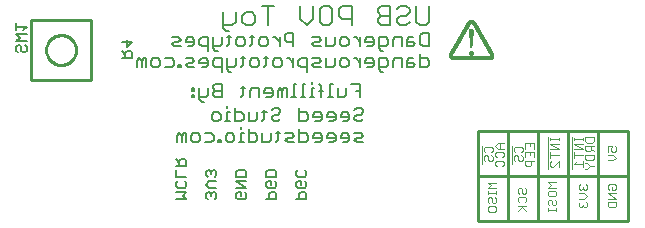
<source format=gbo>
G75*
G70*
%OFA0B0*%
%FSLAX24Y24*%
%IPPOS*%
%LPD*%
%AMOC8*
5,1,8,0,0,1.08239X$1,22.5*
%
%ADD10C,0.0080*%
%ADD11C,0.0060*%
%ADD12C,0.0050*%
%ADD13C,0.0100*%
%ADD14C,0.0040*%
%ADD15R,0.0006X0.0006*%
%ADD16R,0.0006X0.0006*%
%ADD17R,0.0006X0.0006*%
%ADD18R,0.0006X0.0006*%
%ADD19C,0.0086*%
D10*
X008336Y011076D02*
X008440Y011076D01*
X008336Y011076D02*
X008233Y011180D01*
X008233Y011697D01*
X008647Y011697D02*
X008647Y011387D01*
X008543Y011283D01*
X008233Y011283D01*
X008877Y011387D02*
X008877Y011593D01*
X008981Y011697D01*
X009188Y011697D01*
X009291Y011593D01*
X009291Y011387D01*
X009188Y011283D01*
X008981Y011283D01*
X008877Y011387D01*
X009729Y011283D02*
X009729Y011904D01*
X009936Y011904D02*
X009522Y011904D01*
X010811Y011904D02*
X010811Y011490D01*
X011018Y011283D01*
X011225Y011490D01*
X011225Y011904D01*
X011456Y011800D02*
X011559Y011904D01*
X011766Y011904D01*
X011869Y011800D01*
X011869Y011387D01*
X011766Y011283D01*
X011559Y011283D01*
X011456Y011387D01*
X011456Y011800D01*
X012100Y011800D02*
X012100Y011593D01*
X012203Y011490D01*
X012514Y011490D01*
X012514Y011283D02*
X012514Y011904D01*
X012203Y011904D01*
X012100Y011800D01*
X013389Y011800D02*
X013389Y011697D01*
X013493Y011593D01*
X013803Y011593D01*
X014034Y011490D02*
X014034Y011387D01*
X014137Y011283D01*
X014344Y011283D01*
X014447Y011387D01*
X014678Y011387D02*
X014678Y011904D01*
X014447Y011800D02*
X014447Y011697D01*
X014344Y011593D01*
X014137Y011593D01*
X014034Y011490D01*
X013803Y011283D02*
X013493Y011283D01*
X013389Y011387D01*
X013389Y011490D01*
X013493Y011593D01*
X013389Y011800D02*
X013493Y011904D01*
X013803Y011904D01*
X013803Y011283D01*
X014678Y011387D02*
X014782Y011283D01*
X014988Y011283D01*
X015092Y011387D01*
X015092Y011904D01*
X014447Y011800D02*
X014344Y011904D01*
X014137Y011904D01*
X014034Y011800D01*
D11*
X014882Y011014D02*
X015102Y011014D01*
X015102Y010573D01*
X014882Y010573D01*
X014808Y010647D01*
X014808Y010940D01*
X014882Y011014D01*
X014568Y010867D02*
X014421Y010867D01*
X014348Y010793D01*
X014348Y010573D01*
X014568Y010573D01*
X014641Y010647D01*
X014568Y010720D01*
X014348Y010720D01*
X014181Y010867D02*
X013961Y010867D01*
X013888Y010793D01*
X013888Y010573D01*
X013721Y010647D02*
X013647Y010573D01*
X013427Y010573D01*
X013427Y010500D02*
X013427Y010867D01*
X013647Y010867D01*
X013721Y010793D01*
X013721Y010647D01*
X013501Y010426D02*
X013427Y010500D01*
X013501Y010426D02*
X013574Y010426D01*
X013647Y010167D02*
X013427Y010167D01*
X013427Y009800D01*
X013501Y009726D01*
X013574Y009726D01*
X013647Y009873D02*
X013427Y009873D01*
X013260Y009947D02*
X013260Y010093D01*
X013187Y010167D01*
X013040Y010167D01*
X012967Y010093D01*
X012967Y010020D01*
X013260Y010020D01*
X013260Y009947D02*
X013187Y009873D01*
X013040Y009873D01*
X012800Y009873D02*
X012800Y010167D01*
X012653Y010167D02*
X012580Y010167D01*
X012653Y010167D02*
X012800Y010020D01*
X012416Y010093D02*
X012416Y009947D01*
X012343Y009873D01*
X012196Y009873D01*
X012123Y009947D01*
X012123Y010093D01*
X012196Y010167D01*
X012343Y010167D01*
X012416Y010093D01*
X011956Y010167D02*
X011956Y009947D01*
X011883Y009873D01*
X011662Y009873D01*
X011662Y010167D01*
X011496Y010093D02*
X011422Y010020D01*
X011276Y010020D01*
X011202Y009947D01*
X011276Y009873D01*
X011496Y009873D01*
X011496Y010093D02*
X011422Y010167D01*
X011202Y010167D01*
X011035Y010167D02*
X010815Y010167D01*
X010742Y010093D01*
X010742Y009947D01*
X010815Y009873D01*
X011035Y009873D01*
X011035Y009726D02*
X011035Y010167D01*
X010575Y010167D02*
X010575Y009873D01*
X010575Y010020D02*
X010428Y010167D01*
X010355Y010167D01*
X010191Y010093D02*
X010191Y009947D01*
X010118Y009873D01*
X009971Y009873D01*
X009898Y009947D01*
X009898Y010093D01*
X009971Y010167D01*
X010118Y010167D01*
X010191Y010093D01*
X009731Y010167D02*
X009584Y010167D01*
X009658Y010240D02*
X009658Y009947D01*
X009584Y009873D01*
X009424Y009947D02*
X009351Y009873D01*
X009204Y009873D01*
X009131Y009947D01*
X009131Y010093D01*
X009204Y010167D01*
X009351Y010167D01*
X009424Y010093D01*
X009424Y009947D01*
X008964Y010167D02*
X008817Y010167D01*
X008890Y010240D02*
X008890Y009947D01*
X008817Y009873D01*
X008657Y009947D02*
X008584Y009873D01*
X008363Y009873D01*
X008363Y009800D02*
X008437Y009726D01*
X008510Y009726D01*
X008363Y009800D02*
X008363Y010167D01*
X008197Y010167D02*
X007976Y010167D01*
X007903Y010093D01*
X007903Y009947D01*
X007976Y009873D01*
X008197Y009873D01*
X007736Y009947D02*
X007736Y010093D01*
X007663Y010167D01*
X007516Y010167D01*
X007443Y010093D01*
X007443Y010020D01*
X007736Y010020D01*
X007736Y009947D02*
X007663Y009873D01*
X007516Y009873D01*
X007276Y009873D02*
X007056Y009873D01*
X006982Y009947D01*
X007056Y010020D01*
X007202Y010020D01*
X007276Y010093D01*
X007202Y010167D01*
X006982Y010167D01*
X006585Y010093D02*
X006585Y009947D01*
X006512Y009873D01*
X006292Y009873D01*
X006125Y009947D02*
X006125Y010093D01*
X006052Y010167D01*
X005905Y010167D01*
X005831Y010093D01*
X005831Y009947D01*
X005905Y009873D01*
X006052Y009873D01*
X006125Y009947D01*
X005665Y009873D02*
X005665Y010167D01*
X005591Y010167D01*
X005518Y010093D01*
X005444Y010167D01*
X005371Y010093D01*
X005371Y009873D01*
X005518Y009873D02*
X005518Y010093D01*
X006292Y010167D02*
X006512Y010167D01*
X006585Y010093D01*
X006742Y009947D02*
X006742Y009873D01*
X006815Y009873D01*
X006815Y009947D01*
X006742Y009947D01*
X007736Y010426D02*
X007736Y010867D01*
X007516Y010867D01*
X007443Y010793D01*
X007443Y010647D01*
X007516Y010573D01*
X007736Y010573D01*
X007903Y010573D02*
X008123Y010573D01*
X008197Y010647D01*
X008197Y010867D01*
X008357Y010867D02*
X008503Y010867D01*
X008430Y010940D02*
X008430Y010647D01*
X008357Y010573D01*
X008670Y010647D02*
X008670Y010793D01*
X008744Y010867D01*
X008890Y010867D01*
X008964Y010793D01*
X008964Y010647D01*
X008890Y010573D01*
X008744Y010573D01*
X008670Y010647D01*
X009124Y010573D02*
X009197Y010647D01*
X009197Y010940D01*
X009271Y010867D02*
X009124Y010867D01*
X009437Y010793D02*
X009437Y010647D01*
X009511Y010573D01*
X009658Y010573D01*
X009731Y010647D01*
X009731Y010793D01*
X009658Y010867D01*
X009511Y010867D01*
X009437Y010793D01*
X009894Y010867D02*
X009968Y010867D01*
X010115Y010720D01*
X010115Y010573D02*
X010115Y010867D01*
X010281Y010940D02*
X010281Y010793D01*
X010355Y010720D01*
X010575Y010720D01*
X010575Y010573D02*
X010575Y011014D01*
X010355Y011014D01*
X010281Y010940D01*
X011202Y010867D02*
X011422Y010867D01*
X011496Y010793D01*
X011422Y010720D01*
X011276Y010720D01*
X011202Y010647D01*
X011276Y010573D01*
X011496Y010573D01*
X011662Y010573D02*
X011662Y010867D01*
X011956Y010867D02*
X011956Y010647D01*
X011883Y010573D01*
X011662Y010573D01*
X012123Y010647D02*
X012123Y010793D01*
X012196Y010867D01*
X012343Y010867D01*
X012416Y010793D01*
X012416Y010647D01*
X012343Y010573D01*
X012196Y010573D01*
X012123Y010647D01*
X012580Y010867D02*
X012653Y010867D01*
X012800Y010720D01*
X012800Y010573D02*
X012800Y010867D01*
X012967Y010793D02*
X012967Y010720D01*
X013260Y010720D01*
X013260Y010647D02*
X013260Y010793D01*
X013187Y010867D01*
X013040Y010867D01*
X012967Y010793D01*
X013187Y010573D02*
X013260Y010647D01*
X013187Y010573D02*
X013040Y010573D01*
X013647Y010167D02*
X013721Y010093D01*
X013721Y009947D01*
X013647Y009873D01*
X013888Y009873D02*
X013888Y010093D01*
X013961Y010167D01*
X014181Y010167D01*
X014181Y009873D01*
X014348Y009873D02*
X014568Y009873D01*
X014641Y009947D01*
X014568Y010020D01*
X014348Y010020D01*
X014348Y010093D02*
X014348Y009873D01*
X014348Y010093D02*
X014421Y010167D01*
X014568Y010167D01*
X014808Y010167D02*
X015028Y010167D01*
X015102Y010093D01*
X015102Y009947D01*
X015028Y009873D01*
X014808Y009873D01*
X014808Y010314D01*
X014181Y010573D02*
X014181Y010867D01*
X011194Y009387D02*
X011194Y009314D01*
X011194Y009167D02*
X011194Y008873D01*
X011267Y008873D02*
X011121Y008873D01*
X010960Y008873D02*
X010814Y008873D01*
X010887Y008873D02*
X010887Y009314D01*
X010960Y009314D01*
X011194Y009167D02*
X011267Y009167D01*
X011427Y009093D02*
X011574Y009093D01*
X011501Y009240D02*
X011427Y009314D01*
X011501Y009240D02*
X011501Y008873D01*
X011734Y008873D02*
X011881Y008873D01*
X011808Y008873D02*
X011808Y009314D01*
X011881Y009314D01*
X012048Y009167D02*
X012048Y008873D01*
X012268Y008873D01*
X012341Y008947D01*
X012341Y009167D01*
X012508Y009314D02*
X012802Y009314D01*
X012802Y008873D01*
X012802Y009093D02*
X012655Y009093D01*
X012682Y008514D02*
X012828Y008514D01*
X012902Y008440D01*
X012902Y008367D01*
X012828Y008293D01*
X012682Y008293D01*
X012608Y008220D01*
X012608Y008147D01*
X012682Y008073D01*
X012828Y008073D01*
X012902Y008147D01*
X012441Y008147D02*
X012441Y008293D01*
X012368Y008367D01*
X012221Y008367D01*
X012148Y008293D01*
X012148Y008220D01*
X012441Y008220D01*
X012441Y008147D02*
X012368Y008073D01*
X012221Y008073D01*
X011981Y008147D02*
X011981Y008293D01*
X011908Y008367D01*
X011761Y008367D01*
X011688Y008293D01*
X011688Y008220D01*
X011981Y008220D01*
X011981Y008147D02*
X011908Y008073D01*
X011761Y008073D01*
X011521Y008147D02*
X011521Y008293D01*
X011447Y008367D01*
X011301Y008367D01*
X011227Y008293D01*
X011227Y008220D01*
X011521Y008220D01*
X011521Y008147D02*
X011447Y008073D01*
X011301Y008073D01*
X011060Y008147D02*
X011060Y008293D01*
X010987Y008367D01*
X010767Y008367D01*
X010767Y008514D02*
X010767Y008073D01*
X010987Y008073D01*
X011060Y008147D01*
X010767Y007814D02*
X010767Y007373D01*
X010987Y007373D01*
X011060Y007447D01*
X011060Y007593D01*
X010987Y007667D01*
X010767Y007667D01*
X010600Y007593D02*
X010527Y007667D01*
X010306Y007667D01*
X010380Y007520D02*
X010527Y007520D01*
X010600Y007593D01*
X010380Y007520D02*
X010306Y007447D01*
X010380Y007373D01*
X010600Y007373D01*
X010066Y007447D02*
X009993Y007373D01*
X010066Y007447D02*
X010066Y007740D01*
X010140Y007667D02*
X009993Y007667D01*
X009833Y007667D02*
X009833Y007447D01*
X009759Y007373D01*
X009539Y007373D01*
X009539Y007667D01*
X009372Y007593D02*
X009372Y007447D01*
X009299Y007373D01*
X009079Y007373D01*
X009079Y007814D01*
X008839Y007814D02*
X008839Y007887D01*
X008839Y008073D02*
X008619Y008073D01*
X008619Y008514D01*
X008619Y008367D02*
X008839Y008367D01*
X008912Y008293D01*
X008912Y008147D01*
X008839Y008073D01*
X009079Y008073D02*
X009079Y008367D01*
X009372Y008367D02*
X009372Y008147D01*
X009299Y008073D01*
X009079Y008073D01*
X009533Y008073D02*
X009606Y008147D01*
X009606Y008440D01*
X009679Y008367D02*
X009533Y008367D01*
X009846Y008440D02*
X009920Y008514D01*
X010066Y008514D01*
X010140Y008440D01*
X010140Y008367D01*
X010066Y008293D01*
X009920Y008293D01*
X009846Y008220D01*
X009846Y008147D01*
X009920Y008073D01*
X010066Y008073D01*
X010140Y008147D01*
X009372Y007593D02*
X009299Y007667D01*
X009079Y007667D01*
X008912Y007667D02*
X008839Y007667D01*
X008839Y007373D01*
X008912Y007373D02*
X008765Y007373D01*
X008605Y007447D02*
X008532Y007373D01*
X008385Y007373D01*
X008312Y007447D01*
X008312Y007593D01*
X008385Y007667D01*
X008532Y007667D01*
X008605Y007593D01*
X008605Y007447D01*
X008145Y007447D02*
X008145Y007373D01*
X008071Y007373D01*
X008071Y007447D01*
X008145Y007447D01*
X007915Y007447D02*
X007841Y007373D01*
X007621Y007373D01*
X007454Y007447D02*
X007381Y007373D01*
X007234Y007373D01*
X007161Y007447D01*
X007161Y007593D01*
X007234Y007667D01*
X007381Y007667D01*
X007454Y007593D01*
X007454Y007447D01*
X007621Y007667D02*
X007841Y007667D01*
X007915Y007593D01*
X007915Y007447D01*
X006994Y007373D02*
X006994Y007667D01*
X006921Y007667D01*
X006847Y007593D01*
X006774Y007667D01*
X006700Y007593D01*
X006700Y007373D01*
X006847Y007373D02*
X006847Y007593D01*
X007851Y008147D02*
X007851Y008293D01*
X007925Y008367D01*
X008071Y008367D01*
X008145Y008293D01*
X008145Y008147D01*
X008071Y008073D01*
X007925Y008073D01*
X007851Y008147D01*
X008305Y008073D02*
X008452Y008073D01*
X008378Y008073D02*
X008378Y008367D01*
X008452Y008367D01*
X008378Y008514D02*
X008378Y008587D01*
X008198Y008873D02*
X007978Y008873D01*
X007905Y008947D01*
X007905Y009020D01*
X007978Y009093D01*
X008198Y009093D01*
X007978Y009093D02*
X007905Y009167D01*
X007905Y009240D01*
X007978Y009314D01*
X008198Y009314D01*
X008198Y008873D01*
X007738Y008947D02*
X007665Y008873D01*
X007444Y008873D01*
X007444Y008800D02*
X007518Y008726D01*
X007591Y008726D01*
X007444Y008800D02*
X007444Y009167D01*
X007278Y009167D02*
X007278Y009093D01*
X007204Y009093D01*
X007204Y009167D01*
X007278Y009167D01*
X007278Y008947D02*
X007278Y008873D01*
X007204Y008873D01*
X007204Y008947D01*
X007278Y008947D01*
X007738Y008947D02*
X007738Y009167D01*
X008819Y009167D02*
X008966Y009167D01*
X008892Y009240D02*
X008892Y008947D01*
X008819Y008873D01*
X009132Y008873D02*
X009132Y009093D01*
X009206Y009167D01*
X009426Y009167D01*
X009426Y008873D01*
X009593Y009020D02*
X009886Y009020D01*
X009886Y008947D02*
X009886Y009093D01*
X009813Y009167D01*
X009666Y009167D01*
X009593Y009093D01*
X009593Y009020D01*
X009666Y008873D02*
X009813Y008873D01*
X009886Y008947D01*
X010053Y008873D02*
X010053Y009093D01*
X010126Y009167D01*
X010200Y009093D01*
X010200Y008873D01*
X010347Y008873D02*
X010347Y009167D01*
X010273Y009167D01*
X010200Y009093D01*
X010580Y009314D02*
X010580Y008873D01*
X010507Y008873D02*
X010654Y008873D01*
X010654Y009314D02*
X010580Y009314D01*
X008657Y009947D02*
X008657Y010167D01*
X008197Y010167D02*
X008197Y009726D01*
X008050Y010426D02*
X007976Y010426D01*
X007903Y010500D01*
X007903Y010867D01*
X007276Y010793D02*
X007276Y010647D01*
X007202Y010573D01*
X007056Y010573D01*
X006982Y010720D02*
X007276Y010720D01*
X007276Y010793D02*
X007202Y010867D01*
X007056Y010867D01*
X006982Y010793D01*
X006982Y010720D01*
X006815Y010793D02*
X006742Y010867D01*
X006522Y010867D01*
X006595Y010720D02*
X006742Y010720D01*
X006815Y010793D01*
X006595Y010720D02*
X006522Y010647D01*
X006595Y010573D01*
X006815Y010573D01*
X012608Y008440D02*
X012682Y008514D01*
X012608Y007667D02*
X012828Y007667D01*
X012902Y007593D01*
X012828Y007520D01*
X012682Y007520D01*
X012608Y007447D01*
X012682Y007373D01*
X012902Y007373D01*
X012441Y007447D02*
X012441Y007593D01*
X012368Y007667D01*
X012221Y007667D01*
X012148Y007593D01*
X012148Y007520D01*
X012441Y007520D01*
X012441Y007447D02*
X012368Y007373D01*
X012221Y007373D01*
X011981Y007447D02*
X011981Y007593D01*
X011908Y007667D01*
X011761Y007667D01*
X011688Y007593D01*
X011688Y007520D01*
X011981Y007520D01*
X011981Y007447D02*
X011908Y007373D01*
X011761Y007373D01*
X011521Y007447D02*
X011521Y007593D01*
X011447Y007667D01*
X011301Y007667D01*
X011227Y007593D01*
X011227Y007520D01*
X011521Y007520D01*
X011521Y007447D02*
X011447Y007373D01*
X011301Y007373D01*
D12*
X007007Y005468D02*
X006657Y005468D01*
X006890Y005585D02*
X007007Y005702D01*
X006657Y005702D01*
X006715Y005836D02*
X006657Y005895D01*
X006657Y006012D01*
X006715Y006070D01*
X006657Y006205D02*
X006657Y006438D01*
X006657Y006573D02*
X007007Y006573D01*
X007007Y006748D01*
X006949Y006807D01*
X006832Y006807D01*
X006774Y006748D01*
X006774Y006573D01*
X006774Y006690D02*
X006657Y006807D01*
X007657Y006380D02*
X007657Y006263D01*
X007715Y006205D01*
X007774Y006070D02*
X008007Y006070D01*
X007949Y006205D02*
X008007Y006263D01*
X008007Y006380D01*
X007949Y006438D01*
X007890Y006438D01*
X007832Y006380D01*
X007774Y006438D01*
X007715Y006438D01*
X007657Y006380D01*
X007832Y006380D02*
X007832Y006321D01*
X007774Y006070D02*
X007657Y005953D01*
X007774Y005836D01*
X008007Y005836D01*
X007949Y005702D02*
X007890Y005702D01*
X007832Y005643D01*
X007774Y005702D01*
X007715Y005702D01*
X007657Y005643D01*
X007657Y005526D01*
X007715Y005468D01*
X007832Y005585D02*
X007832Y005643D01*
X007949Y005702D02*
X008007Y005643D01*
X008007Y005526D01*
X007949Y005468D01*
X008657Y005526D02*
X008657Y005643D01*
X008715Y005702D01*
X008832Y005702D01*
X008832Y005585D01*
X008949Y005702D02*
X009007Y005643D01*
X009007Y005526D01*
X008949Y005468D01*
X008715Y005468D01*
X008657Y005526D01*
X008657Y005836D02*
X009007Y005836D01*
X008657Y006070D01*
X009007Y006070D01*
X009007Y006205D02*
X008657Y006205D01*
X008657Y006380D01*
X008715Y006438D01*
X008949Y006438D01*
X009007Y006380D01*
X009007Y006205D01*
X009657Y006205D02*
X009657Y006380D01*
X009715Y006438D01*
X009949Y006438D01*
X010007Y006380D01*
X010007Y006205D01*
X009657Y006205D01*
X009715Y006070D02*
X009832Y006070D01*
X009832Y005953D01*
X009949Y005836D02*
X009715Y005836D01*
X009657Y005895D01*
X009657Y006012D01*
X009715Y006070D01*
X009949Y006070D02*
X010007Y006012D01*
X010007Y005895D01*
X009949Y005836D01*
X009949Y005702D02*
X009832Y005702D01*
X009774Y005643D01*
X009774Y005468D01*
X009657Y005468D02*
X010007Y005468D01*
X010007Y005643D01*
X009949Y005702D01*
X010657Y005895D02*
X010715Y005836D01*
X010949Y005836D01*
X011007Y005895D01*
X011007Y006012D01*
X010949Y006070D01*
X010832Y006070D02*
X010832Y005953D01*
X010832Y006070D02*
X010715Y006070D01*
X010657Y006012D01*
X010657Y005895D01*
X010832Y005702D02*
X010774Y005643D01*
X010774Y005468D01*
X010657Y005468D02*
X011007Y005468D01*
X011007Y005643D01*
X010949Y005702D01*
X010832Y005702D01*
X010949Y006205D02*
X010715Y006205D01*
X010657Y006263D01*
X010657Y006380D01*
X010715Y006438D01*
X010949Y006438D02*
X011007Y006380D01*
X011007Y006263D01*
X010949Y006205D01*
X007007Y006205D02*
X006657Y006205D01*
X006949Y006070D02*
X007007Y006012D01*
X007007Y005895D01*
X006949Y005836D01*
X006715Y005836D01*
X006890Y005585D02*
X007007Y005468D01*
X005207Y010168D02*
X004857Y010168D01*
X004974Y010168D02*
X004974Y010343D01*
X005032Y010402D01*
X005149Y010402D01*
X005207Y010343D01*
X005207Y010168D01*
X004974Y010285D02*
X004857Y010402D01*
X005032Y010536D02*
X005032Y010770D01*
X004857Y010712D02*
X005207Y010712D01*
X005032Y010536D01*
X001682Y010538D02*
X001682Y010422D01*
X001624Y010363D01*
X001565Y010363D01*
X001507Y010422D01*
X001507Y010538D01*
X001449Y010597D01*
X001390Y010597D01*
X001332Y010538D01*
X001332Y010422D01*
X001390Y010363D01*
X001624Y010597D02*
X001682Y010538D01*
X001682Y010732D02*
X001332Y010732D01*
X001449Y010848D01*
X001332Y010965D01*
X001682Y010965D01*
X001565Y011100D02*
X001682Y011217D01*
X001332Y011217D01*
X001332Y011333D02*
X001332Y011100D01*
D13*
X016732Y007743D02*
X016732Y006243D01*
X021732Y006243D01*
X021732Y004743D01*
X020732Y004743D01*
X019732Y004743D01*
X019732Y007743D01*
X018732Y007743D01*
X017732Y007743D01*
X016732Y007743D01*
X017732Y007743D02*
X017732Y004743D01*
X016732Y004743D01*
X016732Y006243D01*
X017732Y004743D02*
X018732Y004743D01*
X019732Y004743D01*
X020732Y004743D02*
X020732Y007743D01*
X021732Y007743D01*
X021732Y006243D01*
X018732Y007743D02*
X018732Y004743D01*
X019732Y007743D02*
X020732Y007743D01*
D14*
X020587Y007548D02*
X020307Y007548D01*
X020307Y007408D01*
X020353Y007361D01*
X020540Y007361D01*
X020587Y007408D01*
X020587Y007548D01*
X020587Y007254D02*
X020307Y007254D01*
X020307Y007113D01*
X020353Y007067D01*
X020447Y007067D01*
X020493Y007113D01*
X020493Y007254D01*
X020493Y007160D02*
X020587Y007067D01*
X020587Y006959D02*
X020307Y006959D01*
X020307Y006819D01*
X020353Y006772D01*
X020540Y006772D01*
X020587Y006819D01*
X020587Y006959D01*
X021057Y006954D02*
X021243Y006954D01*
X021337Y006860D01*
X021243Y006767D01*
X021057Y006767D01*
X020587Y006571D02*
X020447Y006571D01*
X020353Y006477D01*
X020307Y006477D01*
X020212Y006551D02*
X020212Y006737D01*
X020212Y006644D02*
X019932Y006644D01*
X020025Y006737D01*
X019932Y006845D02*
X019932Y007032D01*
X019932Y006939D02*
X020212Y006939D01*
X020212Y007140D02*
X019932Y007140D01*
X019932Y007327D02*
X020212Y007140D01*
X020212Y007327D02*
X019932Y007327D01*
X019932Y007430D02*
X019932Y007523D01*
X019932Y007476D02*
X020212Y007476D01*
X020212Y007430D02*
X020212Y007523D01*
X019852Y007543D02*
X019852Y006463D01*
X019412Y006551D02*
X019412Y006737D01*
X019225Y006551D01*
X019178Y006551D01*
X019132Y006597D01*
X019132Y006691D01*
X019178Y006737D01*
X019132Y006845D02*
X019132Y007032D01*
X019132Y006939D02*
X019412Y006939D01*
X019412Y007140D02*
X019132Y007140D01*
X019132Y007327D02*
X019412Y007140D01*
X019412Y007327D02*
X019132Y007327D01*
X019132Y007430D02*
X019132Y007523D01*
X019132Y007476D02*
X019412Y007476D01*
X019412Y007430D02*
X019412Y007523D01*
X019052Y007543D02*
X019052Y006463D01*
X018587Y006759D02*
X018307Y006759D01*
X018307Y006619D01*
X018353Y006572D01*
X018447Y006572D01*
X018493Y006619D01*
X018493Y006759D01*
X018587Y006867D02*
X018587Y007054D01*
X018307Y007054D01*
X018307Y006867D01*
X018212Y006882D02*
X018165Y006929D01*
X018212Y006882D02*
X018212Y006788D01*
X018165Y006742D01*
X018118Y006742D01*
X018072Y006788D01*
X018072Y006882D01*
X018025Y006929D01*
X017978Y006929D01*
X017932Y006882D01*
X017932Y006788D01*
X017978Y006742D01*
X017852Y006654D02*
X017852Y007243D01*
X017932Y007176D02*
X017978Y007223D01*
X018165Y007223D01*
X018212Y007176D01*
X018212Y007083D01*
X018165Y007036D01*
X017978Y007036D02*
X017932Y007083D01*
X017932Y007176D01*
X017587Y007161D02*
X017400Y007161D01*
X017307Y007255D01*
X017400Y007348D01*
X017587Y007348D01*
X017447Y007348D02*
X017447Y007161D01*
X017540Y007054D02*
X017587Y007007D01*
X017587Y006913D01*
X017540Y006867D01*
X017540Y006759D02*
X017587Y006712D01*
X017587Y006619D01*
X017540Y006572D01*
X017353Y006572D02*
X017307Y006619D01*
X017307Y006712D01*
X017353Y006759D01*
X017540Y006759D01*
X017353Y006867D02*
X017307Y006913D01*
X017307Y007007D01*
X017353Y007054D01*
X017540Y007054D01*
X017212Y007083D02*
X017165Y007036D01*
X017212Y007083D02*
X017212Y007176D01*
X017165Y007223D01*
X016978Y007223D01*
X016932Y007176D01*
X016932Y007083D01*
X016978Y007036D01*
X016978Y006929D02*
X017025Y006929D01*
X017072Y006882D01*
X017072Y006788D01*
X017118Y006742D01*
X017165Y006742D01*
X017212Y006788D01*
X017212Y006882D01*
X017165Y006929D01*
X016978Y006929D02*
X016932Y006882D01*
X016932Y006788D01*
X016978Y006742D01*
X016852Y006654D02*
X016852Y007243D01*
X018307Y007161D02*
X018307Y007348D01*
X018587Y007348D01*
X018587Y007161D01*
X018447Y007255D02*
X018447Y007348D01*
X018447Y007054D02*
X018447Y006960D01*
X019057Y006048D02*
X019150Y005955D01*
X019057Y005861D01*
X019337Y005861D01*
X019290Y005754D02*
X019103Y005754D01*
X019057Y005707D01*
X019057Y005613D01*
X019103Y005567D01*
X019290Y005567D01*
X019337Y005613D01*
X019337Y005707D01*
X019290Y005754D01*
X019290Y005459D02*
X019337Y005412D01*
X019337Y005319D01*
X019290Y005272D01*
X019243Y005272D01*
X019197Y005319D01*
X019197Y005412D01*
X019150Y005459D01*
X019103Y005459D01*
X019057Y005412D01*
X019057Y005319D01*
X019103Y005272D01*
X019057Y005164D02*
X019057Y005071D01*
X019057Y005118D02*
X019337Y005118D01*
X019337Y005164D02*
X019337Y005071D01*
X020082Y005244D02*
X020128Y005197D01*
X020175Y005197D01*
X020222Y005244D01*
X020268Y005197D01*
X020315Y005197D01*
X020362Y005244D01*
X020362Y005337D01*
X020315Y005384D01*
X020268Y005492D02*
X020362Y005585D01*
X020268Y005679D01*
X020082Y005679D01*
X020128Y005786D02*
X020175Y005786D01*
X020222Y005833D01*
X020268Y005786D01*
X020315Y005786D01*
X020362Y005833D01*
X020362Y005926D01*
X020315Y005973D01*
X020222Y005880D02*
X020222Y005833D01*
X020128Y005786D02*
X020082Y005833D01*
X020082Y005926D01*
X020128Y005973D01*
X019337Y006048D02*
X019057Y006048D01*
X018337Y005801D02*
X018290Y005848D01*
X018337Y005801D02*
X018337Y005708D01*
X018290Y005661D01*
X018243Y005661D01*
X018197Y005708D01*
X018197Y005801D01*
X018150Y005848D01*
X018103Y005848D01*
X018057Y005801D01*
X018057Y005708D01*
X018103Y005661D01*
X018103Y005554D02*
X018290Y005554D01*
X018337Y005507D01*
X018337Y005413D01*
X018290Y005367D01*
X018243Y005259D02*
X018057Y005072D01*
X018197Y005212D02*
X018337Y005072D01*
X018337Y005259D02*
X018057Y005259D01*
X018103Y005367D02*
X018057Y005413D01*
X018057Y005507D01*
X018103Y005554D01*
X017337Y005485D02*
X017290Y005532D01*
X017337Y005485D02*
X017337Y005392D01*
X017290Y005345D01*
X017243Y005345D01*
X017197Y005392D01*
X017197Y005485D01*
X017150Y005532D01*
X017103Y005532D01*
X017057Y005485D01*
X017057Y005392D01*
X017103Y005345D01*
X017103Y005237D02*
X017290Y005237D01*
X017337Y005191D01*
X017337Y005097D01*
X017290Y005051D01*
X017103Y005051D01*
X017057Y005097D01*
X017057Y005191D01*
X017103Y005237D01*
X017057Y005635D02*
X017057Y005729D01*
X017057Y005682D02*
X017337Y005682D01*
X017337Y005729D02*
X017337Y005635D01*
X017337Y005836D02*
X017057Y005836D01*
X017150Y005930D01*
X017057Y006023D01*
X017337Y006023D01*
X020082Y005492D02*
X020268Y005492D01*
X020128Y005384D02*
X020082Y005337D01*
X020082Y005244D01*
X020222Y005244D02*
X020222Y005290D01*
X021057Y005244D02*
X021057Y005384D01*
X021337Y005384D01*
X021337Y005244D01*
X021290Y005197D01*
X021103Y005197D01*
X021057Y005244D01*
X021057Y005492D02*
X021337Y005492D01*
X021057Y005679D01*
X021337Y005679D01*
X021290Y005786D02*
X021197Y005786D01*
X021197Y005880D01*
X021290Y005973D02*
X021103Y005973D01*
X021057Y005926D01*
X021057Y005833D01*
X021103Y005786D01*
X021290Y005786D02*
X021337Y005833D01*
X021337Y005926D01*
X021290Y005973D01*
X020447Y006571D02*
X020353Y006664D01*
X020307Y006664D01*
X021057Y007061D02*
X021057Y007248D01*
X021197Y007248D01*
X021150Y007155D01*
X021150Y007108D01*
X021197Y007061D01*
X021290Y007061D01*
X021337Y007108D01*
X021337Y007201D01*
X021290Y007248D01*
D15*
X017183Y010108D03*
X017183Y010120D03*
X017183Y010126D03*
X017183Y010138D03*
X017183Y010150D03*
X017183Y010156D03*
X017183Y010168D03*
X017183Y010180D03*
X017183Y010186D03*
X017183Y010198D03*
X017183Y010210D03*
X017183Y010216D03*
X017183Y010228D03*
X017183Y010240D03*
X017183Y010246D03*
X017183Y010258D03*
X017183Y010270D03*
X017183Y010276D03*
X017183Y010288D03*
X017183Y010300D03*
X017183Y010306D03*
X017183Y010318D03*
X017183Y010330D03*
X017183Y010336D03*
X017183Y010348D03*
X017183Y010360D03*
X017183Y010366D03*
X017183Y010378D03*
X017183Y010390D03*
X017183Y010396D03*
X017183Y010408D03*
X017183Y010420D03*
X017183Y010426D03*
X017183Y010438D03*
X017171Y010438D03*
X017171Y010426D03*
X017171Y010420D03*
X017171Y010408D03*
X017171Y010396D03*
X017171Y010390D03*
X017171Y010378D03*
X017171Y010366D03*
X017171Y010360D03*
X017171Y010348D03*
X017171Y010336D03*
X017171Y010330D03*
X017171Y010318D03*
X017171Y010306D03*
X017171Y010300D03*
X017171Y010288D03*
X017171Y010276D03*
X017171Y010270D03*
X017171Y010258D03*
X017171Y010246D03*
X017171Y010240D03*
X017171Y010216D03*
X017171Y010210D03*
X017171Y010198D03*
X017171Y010186D03*
X017171Y010180D03*
X017171Y010168D03*
X017171Y010156D03*
X017171Y010150D03*
X017171Y010138D03*
X017171Y010126D03*
X017171Y010120D03*
X017171Y010108D03*
X017153Y010108D03*
X017153Y010120D03*
X017153Y010126D03*
X017153Y010138D03*
X017153Y010150D03*
X017153Y010156D03*
X017153Y010168D03*
X017153Y010180D03*
X017153Y010186D03*
X017153Y010198D03*
X017141Y010198D03*
X017141Y010186D03*
X017141Y010180D03*
X017141Y010168D03*
X017141Y010156D03*
X017141Y010150D03*
X017141Y010138D03*
X017141Y010126D03*
X017141Y010120D03*
X017141Y010108D03*
X017123Y010108D03*
X017123Y010096D03*
X017111Y010096D03*
X017111Y010108D03*
X017111Y010120D03*
X017111Y010126D03*
X017123Y010126D03*
X017123Y010120D03*
X017123Y010138D03*
X017123Y010150D03*
X017123Y010156D03*
X017123Y010168D03*
X017123Y010180D03*
X017123Y010186D03*
X017123Y010198D03*
X017111Y010198D03*
X017111Y010186D03*
X017111Y010180D03*
X017111Y010168D03*
X017111Y010156D03*
X017111Y010150D03*
X017111Y010138D03*
X017093Y010138D03*
X017093Y010126D03*
X017093Y010120D03*
X017093Y010108D03*
X017081Y010108D03*
X017081Y010120D03*
X017081Y010126D03*
X017081Y010138D03*
X017081Y010150D03*
X017081Y010156D03*
X017093Y010156D03*
X017093Y010150D03*
X017093Y010168D03*
X017093Y010180D03*
X017093Y010186D03*
X017093Y010198D03*
X017081Y010198D03*
X017081Y010186D03*
X017081Y010180D03*
X017081Y010168D03*
X017063Y010168D03*
X017063Y010156D03*
X017063Y010150D03*
X017063Y010138D03*
X017063Y010126D03*
X017063Y010120D03*
X017063Y010108D03*
X017063Y010096D03*
X017051Y010096D03*
X017051Y010108D03*
X017051Y010120D03*
X017051Y010126D03*
X017051Y010138D03*
X017051Y010150D03*
X017051Y010156D03*
X017051Y010168D03*
X017051Y010180D03*
X017051Y010186D03*
X017063Y010186D03*
X017063Y010180D03*
X017063Y010198D03*
X017051Y010198D03*
X017033Y010198D03*
X017033Y010186D03*
X017033Y010180D03*
X017033Y010168D03*
X017033Y010156D03*
X017033Y010150D03*
X017033Y010138D03*
X017033Y010126D03*
X017033Y010120D03*
X017033Y010108D03*
X017021Y010108D03*
X017021Y010120D03*
X017021Y010126D03*
X017021Y010138D03*
X017021Y010150D03*
X017021Y010156D03*
X017021Y010168D03*
X017021Y010180D03*
X017021Y010186D03*
X017021Y010198D03*
X017003Y010198D03*
X017003Y010186D03*
X017003Y010180D03*
X017003Y010168D03*
X017003Y010156D03*
X017003Y010150D03*
X017003Y010138D03*
X017003Y010126D03*
X017003Y010120D03*
X017003Y010108D03*
X017003Y010096D03*
X016991Y010096D03*
X016991Y010108D03*
X016991Y010120D03*
X016991Y010126D03*
X016991Y010138D03*
X016991Y010150D03*
X016991Y010156D03*
X016991Y010168D03*
X016991Y010180D03*
X016991Y010186D03*
X016991Y010198D03*
X016973Y010198D03*
X016973Y010186D03*
X016973Y010180D03*
X016973Y010168D03*
X016973Y010156D03*
X016973Y010150D03*
X016973Y010138D03*
X016973Y010126D03*
X016973Y010120D03*
X016973Y010108D03*
X016961Y010108D03*
X016961Y010120D03*
X016961Y010126D03*
X016961Y010138D03*
X016961Y010150D03*
X016961Y010156D03*
X016961Y010168D03*
X016961Y010180D03*
X016961Y010186D03*
X016961Y010198D03*
X016943Y010198D03*
X016943Y010186D03*
X016943Y010180D03*
X016943Y010168D03*
X016943Y010156D03*
X016943Y010150D03*
X016943Y010138D03*
X016943Y010126D03*
X016943Y010120D03*
X016943Y010108D03*
X016943Y010096D03*
X016931Y010096D03*
X016931Y010108D03*
X016931Y010120D03*
X016931Y010126D03*
X016931Y010138D03*
X016931Y010150D03*
X016931Y010156D03*
X016931Y010168D03*
X016931Y010180D03*
X016931Y010186D03*
X016931Y010198D03*
X016913Y010198D03*
X016913Y010186D03*
X016913Y010180D03*
X016913Y010168D03*
X016913Y010156D03*
X016913Y010150D03*
X016913Y010138D03*
X016913Y010126D03*
X016913Y010120D03*
X016913Y010108D03*
X016901Y010108D03*
X016901Y010120D03*
X016901Y010126D03*
X016901Y010138D03*
X016901Y010150D03*
X016901Y010156D03*
X016901Y010168D03*
X016901Y010180D03*
X016901Y010186D03*
X016901Y010198D03*
X016883Y010198D03*
X016883Y010186D03*
X016883Y010180D03*
X016883Y010168D03*
X016883Y010156D03*
X016883Y010150D03*
X016883Y010138D03*
X016883Y010126D03*
X016883Y010120D03*
X016883Y010108D03*
X016883Y010096D03*
X016871Y010096D03*
X016871Y010108D03*
X016871Y010120D03*
X016871Y010126D03*
X016871Y010138D03*
X016871Y010150D03*
X016871Y010156D03*
X016871Y010168D03*
X016871Y010180D03*
X016871Y010186D03*
X016871Y010198D03*
X016853Y010198D03*
X016853Y010186D03*
X016853Y010180D03*
X016853Y010168D03*
X016853Y010156D03*
X016853Y010150D03*
X016853Y010138D03*
X016853Y010126D03*
X016853Y010120D03*
X016853Y010108D03*
X016841Y010108D03*
X016841Y010120D03*
X016841Y010126D03*
X016841Y010138D03*
X016841Y010150D03*
X016841Y010156D03*
X016841Y010168D03*
X016841Y010180D03*
X016841Y010186D03*
X016841Y010198D03*
X016823Y010198D03*
X016823Y010186D03*
X016823Y010180D03*
X016823Y010168D03*
X016823Y010156D03*
X016823Y010150D03*
X016823Y010138D03*
X016823Y010126D03*
X016823Y010120D03*
X016823Y010108D03*
X016823Y010096D03*
X016811Y010096D03*
X016811Y010108D03*
X016811Y010120D03*
X016811Y010126D03*
X016811Y010138D03*
X016811Y010150D03*
X016811Y010156D03*
X016811Y010168D03*
X016811Y010180D03*
X016811Y010186D03*
X016811Y010198D03*
X016793Y010198D03*
X016793Y010186D03*
X016793Y010180D03*
X016793Y010168D03*
X016793Y010156D03*
X016793Y010150D03*
X016793Y010138D03*
X016793Y010126D03*
X016793Y010120D03*
X016793Y010108D03*
X016781Y010108D03*
X016781Y010120D03*
X016781Y010126D03*
X016781Y010138D03*
X016781Y010150D03*
X016781Y010156D03*
X016781Y010168D03*
X016781Y010180D03*
X016781Y010186D03*
X016781Y010198D03*
X016763Y010198D03*
X016763Y010186D03*
X016763Y010180D03*
X016763Y010168D03*
X016763Y010156D03*
X016763Y010150D03*
X016763Y010138D03*
X016763Y010126D03*
X016763Y010120D03*
X016763Y010108D03*
X016763Y010096D03*
X016751Y010096D03*
X016751Y010108D03*
X016751Y010120D03*
X016751Y010126D03*
X016751Y010138D03*
X016751Y010150D03*
X016751Y010156D03*
X016751Y010168D03*
X016751Y010180D03*
X016751Y010186D03*
X016751Y010198D03*
X016733Y010198D03*
X016733Y010186D03*
X016733Y010180D03*
X016733Y010168D03*
X016733Y010156D03*
X016733Y010150D03*
X016733Y010138D03*
X016733Y010126D03*
X016733Y010120D03*
X016733Y010108D03*
X016721Y010108D03*
X016721Y010120D03*
X016721Y010126D03*
X016721Y010138D03*
X016721Y010150D03*
X016721Y010156D03*
X016721Y010168D03*
X016721Y010180D03*
X016721Y010186D03*
X016721Y010198D03*
X016703Y010198D03*
X016703Y010186D03*
X016703Y010180D03*
X016703Y010168D03*
X016703Y010156D03*
X016703Y010150D03*
X016703Y010138D03*
X016703Y010126D03*
X016703Y010120D03*
X016703Y010108D03*
X016703Y010096D03*
X016691Y010096D03*
X016691Y010108D03*
X016691Y010120D03*
X016691Y010126D03*
X016691Y010138D03*
X016691Y010150D03*
X016691Y010156D03*
X016691Y010168D03*
X016691Y010180D03*
X016691Y010186D03*
X016691Y010198D03*
X016673Y010198D03*
X016673Y010186D03*
X016673Y010180D03*
X016673Y010168D03*
X016673Y010156D03*
X016673Y010150D03*
X016673Y010138D03*
X016673Y010126D03*
X016673Y010120D03*
X016673Y010108D03*
X016661Y010108D03*
X016661Y010120D03*
X016661Y010126D03*
X016661Y010138D03*
X016661Y010150D03*
X016661Y010156D03*
X016661Y010168D03*
X016661Y010180D03*
X016661Y010186D03*
X016661Y010198D03*
X016643Y010198D03*
X016643Y010186D03*
X016643Y010180D03*
X016643Y010168D03*
X016643Y010156D03*
X016643Y010150D03*
X016643Y010138D03*
X016643Y010126D03*
X016643Y010120D03*
X016643Y010108D03*
X016643Y010096D03*
X016631Y010096D03*
X016631Y010108D03*
X016631Y010120D03*
X016631Y010126D03*
X016631Y010138D03*
X016631Y010150D03*
X016631Y010156D03*
X016631Y010168D03*
X016631Y010180D03*
X016631Y010186D03*
X016631Y010198D03*
X016613Y010198D03*
X016613Y010186D03*
X016613Y010180D03*
X016613Y010168D03*
X016613Y010156D03*
X016613Y010150D03*
X016613Y010138D03*
X016613Y010126D03*
X016613Y010120D03*
X016613Y010108D03*
X016601Y010108D03*
X016601Y010120D03*
X016601Y010126D03*
X016601Y010138D03*
X016601Y010150D03*
X016601Y010156D03*
X016601Y010168D03*
X016601Y010180D03*
X016601Y010186D03*
X016601Y010198D03*
X016583Y010198D03*
X016583Y010186D03*
X016583Y010180D03*
X016583Y010168D03*
X016583Y010156D03*
X016583Y010150D03*
X016583Y010138D03*
X016583Y010126D03*
X016583Y010120D03*
X016583Y010108D03*
X016583Y010096D03*
X016571Y010096D03*
X016571Y010108D03*
X016571Y010120D03*
X016571Y010126D03*
X016571Y010138D03*
X016571Y010150D03*
X016571Y010156D03*
X016571Y010168D03*
X016571Y010180D03*
X016571Y010186D03*
X016571Y010198D03*
X016553Y010198D03*
X016553Y010186D03*
X016553Y010180D03*
X016553Y010168D03*
X016553Y010156D03*
X016553Y010150D03*
X016553Y010138D03*
X016553Y010126D03*
X016553Y010120D03*
X016553Y010108D03*
X016541Y010108D03*
X016541Y010120D03*
X016541Y010126D03*
X016541Y010138D03*
X016541Y010150D03*
X016541Y010156D03*
X016541Y010168D03*
X016541Y010180D03*
X016541Y010186D03*
X016541Y010198D03*
X016523Y010198D03*
X016523Y010186D03*
X016523Y010180D03*
X016523Y010168D03*
X016523Y010156D03*
X016523Y010150D03*
X016523Y010138D03*
X016523Y010126D03*
X016523Y010120D03*
X016523Y010108D03*
X016523Y010096D03*
X016511Y010096D03*
X016511Y010108D03*
X016511Y010120D03*
X016511Y010126D03*
X016511Y010138D03*
X016511Y010150D03*
X016511Y010156D03*
X016511Y010168D03*
X016511Y010180D03*
X016511Y010186D03*
X016511Y010198D03*
X016493Y010198D03*
X016493Y010186D03*
X016493Y010180D03*
X016493Y010168D03*
X016493Y010156D03*
X016493Y010150D03*
X016493Y010138D03*
X016493Y010126D03*
X016493Y010120D03*
X016493Y010108D03*
X016481Y010108D03*
X016481Y010120D03*
X016481Y010126D03*
X016481Y010138D03*
X016481Y010150D03*
X016481Y010156D03*
X016481Y010168D03*
X016481Y010180D03*
X016481Y010186D03*
X016481Y010198D03*
X016463Y010198D03*
X016463Y010186D03*
X016463Y010180D03*
X016463Y010168D03*
X016463Y010156D03*
X016463Y010150D03*
X016463Y010138D03*
X016463Y010126D03*
X016463Y010120D03*
X016463Y010108D03*
X016463Y010096D03*
X016451Y010096D03*
X016451Y010108D03*
X016451Y010120D03*
X016451Y010126D03*
X016451Y010138D03*
X016451Y010150D03*
X016451Y010156D03*
X016451Y010168D03*
X016451Y010180D03*
X016451Y010186D03*
X016451Y010198D03*
X016433Y010198D03*
X016433Y010186D03*
X016433Y010180D03*
X016433Y010168D03*
X016433Y010156D03*
X016433Y010150D03*
X016433Y010138D03*
X016433Y010126D03*
X016433Y010120D03*
X016433Y010108D03*
X016421Y010108D03*
X016421Y010120D03*
X016421Y010126D03*
X016421Y010138D03*
X016421Y010150D03*
X016421Y010156D03*
X016421Y010168D03*
X016421Y010180D03*
X016421Y010186D03*
X016421Y010198D03*
X016403Y010198D03*
X016403Y010186D03*
X016403Y010180D03*
X016403Y010168D03*
X016403Y010156D03*
X016403Y010150D03*
X016403Y010138D03*
X016403Y010126D03*
X016403Y010120D03*
X016403Y010108D03*
X016403Y010096D03*
X016391Y010096D03*
X016391Y010108D03*
X016391Y010120D03*
X016391Y010126D03*
X016391Y010138D03*
X016391Y010150D03*
X016391Y010156D03*
X016391Y010168D03*
X016391Y010180D03*
X016391Y010186D03*
X016391Y010198D03*
X016373Y010198D03*
X016373Y010186D03*
X016373Y010180D03*
X016373Y010168D03*
X016373Y010156D03*
X016373Y010150D03*
X016373Y010138D03*
X016373Y010126D03*
X016373Y010120D03*
X016373Y010108D03*
X016361Y010108D03*
X016361Y010120D03*
X016361Y010126D03*
X016361Y010138D03*
X016361Y010150D03*
X016361Y010156D03*
X016361Y010168D03*
X016361Y010180D03*
X016361Y010186D03*
X016361Y010198D03*
X016343Y010198D03*
X016343Y010186D03*
X016343Y010180D03*
X016343Y010168D03*
X016343Y010156D03*
X016343Y010150D03*
X016343Y010138D03*
X016343Y010126D03*
X016343Y010120D03*
X016343Y010108D03*
X016343Y010096D03*
X016331Y010096D03*
X016331Y010108D03*
X016331Y010120D03*
X016331Y010126D03*
X016331Y010138D03*
X016331Y010150D03*
X016331Y010156D03*
X016331Y010168D03*
X016331Y010180D03*
X016331Y010186D03*
X016331Y010198D03*
X016313Y010198D03*
X016313Y010186D03*
X016313Y010180D03*
X016313Y010168D03*
X016313Y010156D03*
X016313Y010150D03*
X016313Y010138D03*
X016313Y010126D03*
X016313Y010120D03*
X016313Y010108D03*
X016301Y010108D03*
X016301Y010120D03*
X016301Y010126D03*
X016301Y010138D03*
X016301Y010150D03*
X016301Y010156D03*
X016301Y010168D03*
X016301Y010180D03*
X016301Y010186D03*
X016301Y010198D03*
X016283Y010198D03*
X016283Y010186D03*
X016283Y010180D03*
X016283Y010168D03*
X016283Y010156D03*
X016283Y010150D03*
X016283Y010138D03*
X016283Y010126D03*
X016283Y010120D03*
X016283Y010108D03*
X016283Y010096D03*
X016271Y010096D03*
X016271Y010108D03*
X016271Y010120D03*
X016271Y010126D03*
X016271Y010138D03*
X016271Y010150D03*
X016271Y010156D03*
X016271Y010168D03*
X016271Y010180D03*
X016271Y010186D03*
X016271Y010198D03*
X016253Y010198D03*
X016253Y010186D03*
X016253Y010180D03*
X016253Y010168D03*
X016253Y010156D03*
X016253Y010150D03*
X016253Y010138D03*
X016253Y010126D03*
X016253Y010120D03*
X016253Y010108D03*
X016241Y010108D03*
X016241Y010120D03*
X016241Y010126D03*
X016241Y010138D03*
X016241Y010150D03*
X016241Y010156D03*
X016241Y010168D03*
X016241Y010180D03*
X016241Y010186D03*
X016241Y010198D03*
X016223Y010198D03*
X016223Y010186D03*
X016223Y010180D03*
X016223Y010168D03*
X016223Y010156D03*
X016223Y010150D03*
X016223Y010138D03*
X016223Y010126D03*
X016223Y010120D03*
X016223Y010108D03*
X016223Y010096D03*
X016211Y010096D03*
X016211Y010108D03*
X016211Y010120D03*
X016211Y010126D03*
X016211Y010138D03*
X016211Y010150D03*
X016211Y010156D03*
X016211Y010168D03*
X016211Y010180D03*
X016211Y010186D03*
X016211Y010198D03*
X016193Y010198D03*
X016193Y010186D03*
X016193Y010180D03*
X016193Y010168D03*
X016193Y010156D03*
X016193Y010150D03*
X016193Y010138D03*
X016193Y010126D03*
X016193Y010120D03*
X016193Y010108D03*
X016181Y010108D03*
X016181Y010120D03*
X016181Y010126D03*
X016181Y010138D03*
X016181Y010150D03*
X016181Y010156D03*
X016181Y010168D03*
X016181Y010180D03*
X016181Y010186D03*
X016181Y010198D03*
X016163Y010198D03*
X016163Y010186D03*
X016163Y010180D03*
X016163Y010168D03*
X016163Y010156D03*
X016163Y010150D03*
X016163Y010138D03*
X016163Y010126D03*
X016163Y010120D03*
X016163Y010108D03*
X016163Y010096D03*
X016151Y010096D03*
X016151Y010108D03*
X016151Y010120D03*
X016151Y010126D03*
X016151Y010138D03*
X016151Y010150D03*
X016151Y010156D03*
X016151Y010168D03*
X016151Y010180D03*
X016151Y010186D03*
X016151Y010198D03*
X016133Y010198D03*
X016133Y010186D03*
X016133Y010180D03*
X016133Y010168D03*
X016133Y010156D03*
X016133Y010150D03*
X016133Y010138D03*
X016133Y010126D03*
X016133Y010120D03*
X016133Y010108D03*
X016121Y010108D03*
X016121Y010120D03*
X016121Y010126D03*
X016121Y010138D03*
X016121Y010150D03*
X016121Y010156D03*
X016121Y010168D03*
X016121Y010180D03*
X016121Y010186D03*
X016121Y010198D03*
X016103Y010198D03*
X016103Y010186D03*
X016103Y010180D03*
X016103Y010168D03*
X016103Y010156D03*
X016103Y010150D03*
X016103Y010138D03*
X016103Y010126D03*
X016103Y010120D03*
X016103Y010108D03*
X016103Y010096D03*
X016091Y010096D03*
X016091Y010108D03*
X016091Y010120D03*
X016091Y010126D03*
X016091Y010138D03*
X016091Y010150D03*
X016091Y010156D03*
X016091Y010168D03*
X016091Y010180D03*
X016091Y010186D03*
X016091Y010198D03*
X016073Y010198D03*
X016073Y010186D03*
X016073Y010180D03*
X016073Y010168D03*
X016073Y010156D03*
X016073Y010150D03*
X016073Y010138D03*
X016073Y010126D03*
X016073Y010120D03*
X016073Y010108D03*
X016061Y010108D03*
X016061Y010120D03*
X016061Y010126D03*
X016061Y010138D03*
X016061Y010150D03*
X016061Y010156D03*
X016061Y010168D03*
X016061Y010180D03*
X016061Y010186D03*
X016061Y010198D03*
X016043Y010198D03*
X016043Y010186D03*
X016043Y010180D03*
X016043Y010168D03*
X016043Y010156D03*
X016043Y010150D03*
X016043Y010138D03*
X016043Y010126D03*
X016043Y010120D03*
X016043Y010108D03*
X016043Y010096D03*
X016031Y010096D03*
X016031Y010108D03*
X016031Y010120D03*
X016031Y010126D03*
X016031Y010138D03*
X016031Y010150D03*
X016031Y010156D03*
X016031Y010168D03*
X016031Y010180D03*
X016031Y010186D03*
X016031Y010198D03*
X016013Y010198D03*
X016013Y010186D03*
X016013Y010180D03*
X016013Y010168D03*
X016013Y010156D03*
X016013Y010150D03*
X016013Y010138D03*
X016013Y010126D03*
X016013Y010120D03*
X016013Y010108D03*
X016001Y010108D03*
X016001Y010120D03*
X016001Y010126D03*
X016001Y010138D03*
X016001Y010150D03*
X016001Y010156D03*
X016001Y010168D03*
X016001Y010180D03*
X016001Y010186D03*
X016001Y010198D03*
X015983Y010198D03*
X015983Y010186D03*
X015983Y010180D03*
X015983Y010168D03*
X015983Y010156D03*
X015983Y010150D03*
X015983Y010138D03*
X015983Y010126D03*
X015983Y010120D03*
X015983Y010108D03*
X015983Y010096D03*
X015971Y010096D03*
X015971Y010108D03*
X015971Y010120D03*
X015971Y010126D03*
X015971Y010138D03*
X015971Y010150D03*
X015971Y010156D03*
X015971Y010168D03*
X015971Y010180D03*
X015971Y010186D03*
X015971Y010198D03*
X015953Y010198D03*
X015953Y010186D03*
X015953Y010180D03*
X015953Y010168D03*
X015953Y010156D03*
X015953Y010150D03*
X015953Y010138D03*
X015953Y010126D03*
X015953Y010120D03*
X015953Y010108D03*
X015941Y010108D03*
X015941Y010120D03*
X015941Y010126D03*
X015941Y010138D03*
X015941Y010150D03*
X015941Y010156D03*
X015941Y010168D03*
X015941Y010180D03*
X015941Y010186D03*
X015941Y010198D03*
X015923Y010198D03*
X015923Y010186D03*
X015923Y010180D03*
X015923Y010168D03*
X015923Y010156D03*
X015923Y010150D03*
X015923Y010138D03*
X015923Y010126D03*
X015923Y010120D03*
X015923Y010108D03*
X015911Y010108D03*
X015911Y010120D03*
X015911Y010126D03*
X015911Y010138D03*
X015911Y010150D03*
X015911Y010156D03*
X015911Y010168D03*
X015911Y010180D03*
X015911Y010186D03*
X015911Y010198D03*
X015893Y010198D03*
X015893Y010186D03*
X015893Y010180D03*
X015893Y010168D03*
X015893Y010156D03*
X015893Y010150D03*
X015893Y010138D03*
X015893Y010126D03*
X015893Y010120D03*
X015893Y010108D03*
X015881Y010108D03*
X015881Y010120D03*
X015881Y010126D03*
X015881Y010138D03*
X015881Y010150D03*
X015881Y010156D03*
X015881Y010168D03*
X015881Y010180D03*
X015881Y010186D03*
X015881Y010198D03*
X015881Y010210D03*
X015881Y010216D03*
X015893Y010216D03*
X015893Y010210D03*
X015881Y010228D03*
X015881Y010240D03*
X015881Y010246D03*
X015881Y010258D03*
X015893Y010258D03*
X015893Y010270D03*
X015893Y010276D03*
X015893Y010288D03*
X015893Y010300D03*
X015893Y010306D03*
X015893Y010318D03*
X015893Y010330D03*
X015893Y010336D03*
X015893Y010348D03*
X015893Y010360D03*
X015893Y010366D03*
X015881Y010366D03*
X015881Y010360D03*
X015881Y010348D03*
X015881Y010336D03*
X015881Y010330D03*
X015881Y010318D03*
X015881Y010306D03*
X015881Y010300D03*
X015881Y010288D03*
X015881Y010276D03*
X015881Y010270D03*
X015863Y010270D03*
X015863Y010276D03*
X015863Y010288D03*
X015863Y010300D03*
X015863Y010306D03*
X015863Y010318D03*
X015863Y010330D03*
X015863Y010336D03*
X015863Y010348D03*
X015863Y010360D03*
X015863Y010366D03*
X015851Y010366D03*
X015851Y010360D03*
X015851Y010348D03*
X015851Y010336D03*
X015851Y010330D03*
X015851Y010318D03*
X015851Y010306D03*
X015851Y010300D03*
X015851Y010288D03*
X015851Y010276D03*
X015851Y010270D03*
X015851Y010258D03*
X015863Y010258D03*
X015863Y010246D03*
X015863Y010240D03*
X015863Y010228D03*
X015863Y010216D03*
X015863Y010210D03*
X015863Y010198D03*
X015863Y010186D03*
X015863Y010180D03*
X015863Y010168D03*
X015863Y010156D03*
X015863Y010150D03*
X015863Y010138D03*
X015863Y010126D03*
X015863Y010120D03*
X015851Y010120D03*
X015851Y010126D03*
X015851Y010138D03*
X015851Y010150D03*
X015851Y010156D03*
X015851Y010168D03*
X015851Y010180D03*
X015851Y010186D03*
X015851Y010198D03*
X015851Y010210D03*
X015851Y010216D03*
X015851Y010228D03*
X015851Y010240D03*
X015851Y010246D03*
X015833Y010246D03*
X015833Y010240D03*
X015833Y010228D03*
X015833Y010216D03*
X015833Y010210D03*
X015833Y010198D03*
X015833Y010186D03*
X015833Y010180D03*
X015833Y010168D03*
X015833Y010156D03*
X015833Y010150D03*
X015833Y010138D03*
X015821Y010150D03*
X015821Y010156D03*
X015821Y010168D03*
X015821Y010180D03*
X015821Y010186D03*
X015821Y010198D03*
X015821Y010210D03*
X015821Y010216D03*
X015821Y010228D03*
X015821Y010240D03*
X015821Y010246D03*
X015821Y010258D03*
X015833Y010258D03*
X015833Y010270D03*
X015833Y010276D03*
X015833Y010288D03*
X015833Y010300D03*
X015833Y010306D03*
X015833Y010318D03*
X015833Y010330D03*
X015833Y010336D03*
X015833Y010348D03*
X015821Y010336D03*
X015821Y010330D03*
X015821Y010318D03*
X015821Y010306D03*
X015821Y010300D03*
X015821Y010288D03*
X015821Y010276D03*
X015821Y010270D03*
X015803Y010270D03*
X015803Y010276D03*
X015803Y010288D03*
X015803Y010300D03*
X015803Y010258D03*
X015803Y010246D03*
X015803Y010240D03*
X015803Y010228D03*
X015803Y010216D03*
X015803Y010210D03*
X015803Y010198D03*
X015803Y010186D03*
X015803Y010180D03*
X015803Y010168D03*
X015791Y010198D03*
X015791Y010210D03*
X015791Y010216D03*
X015791Y010228D03*
X015791Y010240D03*
X015791Y010246D03*
X015791Y010258D03*
X015911Y010288D03*
X015911Y010300D03*
X015911Y010306D03*
X015923Y010306D03*
X015923Y010318D03*
X015923Y010330D03*
X015923Y010336D03*
X015923Y010348D03*
X015923Y010360D03*
X015923Y010366D03*
X015911Y010366D03*
X015911Y010360D03*
X015911Y010348D03*
X015911Y010336D03*
X015911Y010330D03*
X015911Y010318D03*
X015941Y010348D03*
X015941Y010360D03*
X015941Y010366D03*
X015953Y010366D03*
X015953Y010360D03*
X015953Y010378D03*
X015953Y010390D03*
X015953Y010396D03*
X015953Y010408D03*
X015953Y010420D03*
X015953Y010426D03*
X015953Y010438D03*
X015953Y010450D03*
X015953Y010456D03*
X015953Y010468D03*
X015953Y010480D03*
X015953Y010486D03*
X015941Y010486D03*
X015941Y010480D03*
X015941Y010468D03*
X015941Y010456D03*
X015941Y010450D03*
X015941Y010438D03*
X015941Y010426D03*
X015941Y010420D03*
X015941Y010408D03*
X015941Y010396D03*
X015941Y010390D03*
X015941Y010378D03*
X015923Y010378D03*
X015923Y010390D03*
X015923Y010396D03*
X015923Y010408D03*
X015923Y010420D03*
X015923Y010426D03*
X015923Y010438D03*
X015923Y010450D03*
X015923Y010456D03*
X015923Y010468D03*
X015923Y010480D03*
X015923Y010486D03*
X015911Y010486D03*
X015911Y010480D03*
X015911Y010468D03*
X015911Y010456D03*
X015911Y010450D03*
X015911Y010438D03*
X015911Y010426D03*
X015911Y010420D03*
X015911Y010408D03*
X015911Y010396D03*
X015911Y010390D03*
X015911Y010378D03*
X015893Y010378D03*
X015893Y010390D03*
X015893Y010396D03*
X015893Y010408D03*
X015893Y010420D03*
X015893Y010426D03*
X015893Y010438D03*
X015893Y010450D03*
X015893Y010456D03*
X015881Y010438D03*
X015881Y010426D03*
X015881Y010420D03*
X015881Y010408D03*
X015881Y010396D03*
X015881Y010390D03*
X015881Y010378D03*
X015863Y010378D03*
X015863Y010390D03*
X015863Y010396D03*
X015863Y010408D03*
X015851Y010378D03*
X015971Y010390D03*
X015971Y010396D03*
X015971Y010408D03*
X015971Y010420D03*
X015971Y010426D03*
X015983Y010426D03*
X015983Y010420D03*
X015983Y010438D03*
X015983Y010450D03*
X015983Y010456D03*
X015983Y010468D03*
X015983Y010480D03*
X015983Y010486D03*
X015971Y010486D03*
X015971Y010480D03*
X015971Y010468D03*
X015971Y010456D03*
X015971Y010450D03*
X015971Y010438D03*
X016001Y010450D03*
X016001Y010456D03*
X016001Y010468D03*
X016013Y010468D03*
X016013Y010480D03*
X016013Y010486D03*
X016001Y010486D03*
X016001Y010480D03*
X016001Y010498D03*
X016013Y010498D03*
X016013Y010510D03*
X016013Y010516D03*
X016013Y010528D03*
X016013Y010540D03*
X016013Y010546D03*
X016013Y010558D03*
X016013Y010570D03*
X016013Y010576D03*
X016013Y010588D03*
X016013Y010600D03*
X016013Y010606D03*
X016013Y010618D03*
X016001Y010618D03*
X016001Y010606D03*
X016001Y010600D03*
X016001Y010588D03*
X016001Y010576D03*
X016001Y010570D03*
X016001Y010558D03*
X016001Y010546D03*
X016001Y010540D03*
X016001Y010528D03*
X016001Y010516D03*
X016001Y010510D03*
X015983Y010510D03*
X015983Y010516D03*
X015983Y010528D03*
X015983Y010540D03*
X015983Y010546D03*
X015983Y010558D03*
X015983Y010570D03*
X015983Y010576D03*
X015983Y010588D03*
X015983Y010600D03*
X015983Y010606D03*
X015983Y010618D03*
X015971Y010600D03*
X015971Y010588D03*
X015971Y010576D03*
X015971Y010570D03*
X015971Y010558D03*
X015971Y010546D03*
X015971Y010540D03*
X015971Y010528D03*
X015971Y010516D03*
X015971Y010510D03*
X015971Y010498D03*
X015983Y010498D03*
X015953Y010498D03*
X015953Y010510D03*
X015953Y010516D03*
X015953Y010528D03*
X015953Y010540D03*
X015953Y010546D03*
X015953Y010558D03*
X015941Y010546D03*
X015941Y010540D03*
X015941Y010528D03*
X015941Y010516D03*
X015941Y010510D03*
X015941Y010498D03*
X015923Y010498D03*
X015923Y010510D03*
X015923Y010516D03*
X016031Y010516D03*
X016031Y010510D03*
X016031Y010498D03*
X016031Y010528D03*
X016043Y010528D03*
X016043Y010540D03*
X016043Y010546D03*
X016043Y010558D03*
X016043Y010570D03*
X016043Y010576D03*
X016043Y010588D03*
X016043Y010600D03*
X016043Y010606D03*
X016043Y010618D03*
X016031Y010618D03*
X016031Y010606D03*
X016031Y010600D03*
X016031Y010588D03*
X016031Y010576D03*
X016031Y010570D03*
X016031Y010558D03*
X016031Y010546D03*
X016031Y010540D03*
X016061Y010558D03*
X016061Y010570D03*
X016061Y010576D03*
X016073Y010576D03*
X016073Y010570D03*
X016073Y010588D03*
X016073Y010600D03*
X016073Y010606D03*
X016073Y010618D03*
X016061Y010618D03*
X016061Y010606D03*
X016061Y010600D03*
X016061Y010588D03*
X016091Y010600D03*
X016091Y010606D03*
X016091Y010618D03*
X016103Y010618D03*
X016103Y010630D03*
X016103Y010636D03*
X016103Y010648D03*
X016103Y010660D03*
X016103Y010666D03*
X016103Y010678D03*
X016103Y010690D03*
X016103Y010696D03*
X016103Y010708D03*
X016103Y010720D03*
X016103Y010726D03*
X016103Y010738D03*
X016103Y010750D03*
X016103Y010756D03*
X016103Y010768D03*
X016103Y010780D03*
X016103Y010786D03*
X016103Y010798D03*
X016103Y010810D03*
X016103Y010816D03*
X016121Y010816D03*
X016121Y010810D03*
X016133Y010810D03*
X016133Y010816D03*
X016133Y010828D03*
X016133Y010840D03*
X016133Y010846D03*
X016133Y010858D03*
X016133Y010870D03*
X016133Y010876D03*
X016151Y010876D03*
X016151Y010870D03*
X016163Y010870D03*
X016163Y010876D03*
X016163Y010888D03*
X016163Y010900D03*
X016163Y010906D03*
X016163Y010918D03*
X016163Y010930D03*
X016181Y010930D03*
X016181Y010936D03*
X016193Y010936D03*
X016193Y010930D03*
X016193Y010918D03*
X016193Y010906D03*
X016193Y010900D03*
X016193Y010888D03*
X016193Y010876D03*
X016193Y010870D03*
X016193Y010858D03*
X016193Y010846D03*
X016193Y010840D03*
X016193Y010828D03*
X016193Y010816D03*
X016193Y010810D03*
X016193Y010798D03*
X016193Y010786D03*
X016193Y010780D03*
X016181Y010780D03*
X016181Y010786D03*
X016181Y010798D03*
X016181Y010810D03*
X016181Y010816D03*
X016181Y010828D03*
X016181Y010840D03*
X016181Y010846D03*
X016181Y010858D03*
X016181Y010870D03*
X016181Y010876D03*
X016181Y010888D03*
X016181Y010900D03*
X016181Y010906D03*
X016181Y010918D03*
X016211Y010918D03*
X016223Y010918D03*
X016223Y010906D03*
X016223Y010900D03*
X016223Y010888D03*
X016223Y010876D03*
X016223Y010870D03*
X016223Y010858D03*
X016223Y010846D03*
X016223Y010840D03*
X016223Y010828D03*
X016211Y010828D03*
X016211Y010816D03*
X016211Y010810D03*
X016211Y010840D03*
X016211Y010846D03*
X016211Y010858D03*
X016211Y010870D03*
X016211Y010876D03*
X016211Y010888D03*
X016211Y010900D03*
X016211Y010906D03*
X016211Y010930D03*
X016211Y010936D03*
X016223Y010936D03*
X016223Y010930D03*
X016241Y010930D03*
X016241Y010936D03*
X016253Y010936D03*
X016253Y010930D03*
X016253Y010918D03*
X016253Y010906D03*
X016253Y010900D03*
X016253Y010888D03*
X016241Y010888D03*
X016241Y010876D03*
X016241Y010870D03*
X016241Y010858D03*
X016241Y010900D03*
X016241Y010906D03*
X016241Y010918D03*
X016271Y010918D03*
X016271Y010930D03*
X016271Y010936D03*
X016283Y010936D03*
X016283Y010930D03*
X016283Y010948D03*
X016283Y010960D03*
X016283Y010966D03*
X016283Y010978D03*
X016283Y010990D03*
X016283Y010996D03*
X016271Y010996D03*
X016271Y010990D03*
X016271Y010978D03*
X016271Y010966D03*
X016271Y010960D03*
X016271Y010948D03*
X016253Y010948D03*
X016253Y010960D03*
X016253Y010966D03*
X016253Y010978D03*
X016253Y010990D03*
X016253Y010996D03*
X016241Y010996D03*
X016241Y010990D03*
X016241Y010978D03*
X016241Y010966D03*
X016241Y010960D03*
X016241Y010948D03*
X016223Y010948D03*
X016223Y010960D03*
X016223Y010966D03*
X016223Y010978D03*
X016223Y010990D03*
X016223Y010996D03*
X016211Y010996D03*
X016211Y010990D03*
X016211Y010978D03*
X016211Y010966D03*
X016211Y010960D03*
X016211Y010948D03*
X016193Y010948D03*
X016193Y010960D03*
X016193Y010966D03*
X016193Y010978D03*
X016181Y010960D03*
X016181Y010948D03*
X016151Y010906D03*
X016151Y010900D03*
X016151Y010888D03*
X016151Y010858D03*
X016163Y010858D03*
X016163Y010846D03*
X016163Y010840D03*
X016163Y010828D03*
X016163Y010816D03*
X016163Y010810D03*
X016163Y010798D03*
X016163Y010786D03*
X016163Y010780D03*
X016163Y010768D03*
X016163Y010756D03*
X016163Y010750D03*
X016163Y010738D03*
X016163Y010726D03*
X016163Y010720D03*
X016151Y010720D03*
X016151Y010726D03*
X016151Y010738D03*
X016151Y010750D03*
X016151Y010756D03*
X016151Y010768D03*
X016151Y010780D03*
X016151Y010786D03*
X016151Y010798D03*
X016151Y010810D03*
X016151Y010816D03*
X016151Y010828D03*
X016151Y010840D03*
X016151Y010846D03*
X016121Y010846D03*
X016121Y010840D03*
X016121Y010828D03*
X016121Y010798D03*
X016133Y010798D03*
X016133Y010786D03*
X016133Y010780D03*
X016133Y010768D03*
X016133Y010756D03*
X016133Y010750D03*
X016133Y010738D03*
X016133Y010726D03*
X016133Y010720D03*
X016133Y010708D03*
X016133Y010696D03*
X016133Y010690D03*
X016133Y010678D03*
X016121Y010678D03*
X016121Y010666D03*
X016121Y010660D03*
X016121Y010648D03*
X016091Y010648D03*
X016091Y010636D03*
X016091Y010630D03*
X016073Y010630D03*
X016073Y010636D03*
X016073Y010648D03*
X016073Y010660D03*
X016073Y010666D03*
X016073Y010678D03*
X016073Y010690D03*
X016073Y010696D03*
X016073Y010708D03*
X016073Y010720D03*
X016073Y010726D03*
X016073Y010738D03*
X016073Y010750D03*
X016073Y010756D03*
X016073Y010768D03*
X016073Y010780D03*
X016091Y010780D03*
X016091Y010786D03*
X016091Y010798D03*
X016091Y010768D03*
X016091Y010756D03*
X016091Y010750D03*
X016091Y010738D03*
X016091Y010726D03*
X016091Y010720D03*
X016091Y010708D03*
X016091Y010696D03*
X016091Y010690D03*
X016091Y010678D03*
X016091Y010666D03*
X016091Y010660D03*
X016061Y010660D03*
X016061Y010666D03*
X016061Y010678D03*
X016061Y010690D03*
X016061Y010696D03*
X016061Y010708D03*
X016061Y010720D03*
X016061Y010726D03*
X016061Y010738D03*
X016061Y010750D03*
X016061Y010756D03*
X016043Y010720D03*
X016043Y010708D03*
X016043Y010696D03*
X016043Y010690D03*
X016043Y010678D03*
X016043Y010666D03*
X016043Y010660D03*
X016043Y010648D03*
X016043Y010636D03*
X016043Y010630D03*
X016031Y010630D03*
X016031Y010636D03*
X016031Y010648D03*
X016031Y010660D03*
X016031Y010666D03*
X016031Y010678D03*
X016031Y010690D03*
X016031Y010696D03*
X016013Y010666D03*
X016013Y010660D03*
X016013Y010648D03*
X016013Y010636D03*
X016013Y010630D03*
X016001Y010630D03*
X016001Y010636D03*
X016001Y010648D03*
X016061Y010648D03*
X016061Y010636D03*
X016061Y010630D03*
X016121Y010690D03*
X016121Y010696D03*
X016121Y010708D03*
X016121Y010720D03*
X016121Y010726D03*
X016121Y010738D03*
X016121Y010750D03*
X016121Y010756D03*
X016121Y010768D03*
X016121Y010780D03*
X016121Y010786D03*
X016181Y010768D03*
X016181Y010756D03*
X016181Y010750D03*
X016151Y010708D03*
X016121Y010858D03*
X016301Y010966D03*
X016301Y010978D03*
X016301Y010990D03*
X016301Y010996D03*
X016313Y010996D03*
X016313Y010990D03*
X016313Y011008D03*
X016313Y011020D03*
X016313Y011026D03*
X016313Y011038D03*
X016313Y011050D03*
X016313Y011056D03*
X016313Y011068D03*
X016313Y011080D03*
X016313Y011086D03*
X016313Y011098D03*
X016313Y011110D03*
X016313Y011116D03*
X016313Y011128D03*
X016301Y011128D03*
X016301Y011116D03*
X016301Y011110D03*
X016301Y011098D03*
X016301Y011086D03*
X016301Y011080D03*
X016301Y011068D03*
X016301Y011056D03*
X016301Y011050D03*
X016301Y011038D03*
X016301Y011026D03*
X016301Y011020D03*
X016301Y011008D03*
X016283Y011008D03*
X016283Y011020D03*
X016283Y011026D03*
X016283Y011038D03*
X016283Y011050D03*
X016283Y011056D03*
X016283Y011068D03*
X016283Y011080D03*
X016283Y011086D03*
X016283Y011098D03*
X016283Y011110D03*
X016283Y011116D03*
X016283Y011128D03*
X016283Y011140D03*
X016301Y011140D03*
X016301Y011146D03*
X016313Y011146D03*
X016313Y011140D03*
X016331Y011140D03*
X016331Y011146D03*
X016343Y011146D03*
X016343Y011140D03*
X016343Y011128D03*
X016343Y011116D03*
X016343Y011110D03*
X016343Y011098D03*
X016343Y011086D03*
X016343Y011080D03*
X016343Y011068D03*
X016343Y011056D03*
X016343Y011050D03*
X016343Y011038D03*
X016331Y011038D03*
X016331Y011026D03*
X016331Y011020D03*
X016331Y011050D03*
X016331Y011056D03*
X016331Y011068D03*
X016331Y011080D03*
X016331Y011086D03*
X016331Y011098D03*
X016331Y011110D03*
X016331Y011116D03*
X016331Y011128D03*
X016361Y011128D03*
X016373Y011128D03*
X016373Y011116D03*
X016373Y011110D03*
X016373Y011098D03*
X016373Y011086D03*
X016361Y011086D03*
X016361Y011080D03*
X016361Y011068D03*
X016361Y011098D03*
X016361Y011110D03*
X016361Y011116D03*
X016361Y011140D03*
X016361Y011146D03*
X016373Y011146D03*
X016373Y011140D03*
X016391Y011140D03*
X016391Y011146D03*
X016403Y011146D03*
X016403Y011140D03*
X016391Y011128D03*
X016391Y011116D03*
X016391Y011158D03*
X016403Y011158D03*
X016403Y011170D03*
X016403Y011176D03*
X016403Y011188D03*
X016403Y011200D03*
X016403Y011206D03*
X016403Y011218D03*
X016403Y011230D03*
X016403Y011236D03*
X016403Y011248D03*
X016403Y011260D03*
X016403Y011266D03*
X016403Y011278D03*
X016403Y011290D03*
X016403Y011296D03*
X016403Y011308D03*
X016403Y011320D03*
X016403Y011326D03*
X016403Y011338D03*
X016421Y011338D03*
X016433Y011338D03*
X016433Y011326D03*
X016433Y011320D03*
X016433Y011308D03*
X016433Y011296D03*
X016433Y011290D03*
X016433Y011278D03*
X016433Y011266D03*
X016433Y011260D03*
X016433Y011248D03*
X016433Y011236D03*
X016433Y011230D03*
X016433Y011218D03*
X016433Y011206D03*
X016433Y011200D03*
X016433Y011188D03*
X016421Y011188D03*
X016421Y011176D03*
X016421Y011170D03*
X016421Y011200D03*
X016421Y011206D03*
X016421Y011218D03*
X016421Y011230D03*
X016421Y011236D03*
X016421Y011248D03*
X016421Y011260D03*
X016421Y011266D03*
X016421Y011278D03*
X016421Y011290D03*
X016421Y011296D03*
X016421Y011308D03*
X016421Y011320D03*
X016421Y011326D03*
X016421Y011350D03*
X016421Y011356D03*
X016433Y011356D03*
X016433Y011350D03*
X016451Y011350D03*
X016451Y011356D03*
X016463Y011356D03*
X016463Y011350D03*
X016463Y011338D03*
X016463Y011326D03*
X016463Y011320D03*
X016463Y011308D03*
X016463Y011296D03*
X016463Y011290D03*
X016463Y011278D03*
X016463Y011266D03*
X016463Y011260D03*
X016463Y011248D03*
X016451Y011248D03*
X016451Y011236D03*
X016451Y011230D03*
X016451Y011260D03*
X016451Y011266D03*
X016451Y011278D03*
X016451Y011290D03*
X016451Y011296D03*
X016451Y011308D03*
X016451Y011320D03*
X016451Y011326D03*
X016451Y011338D03*
X016481Y011338D03*
X016493Y011338D03*
X016493Y011326D03*
X016493Y011320D03*
X016493Y011308D03*
X016493Y011296D03*
X016481Y011296D03*
X016481Y011290D03*
X016481Y011278D03*
X016481Y011308D03*
X016481Y011320D03*
X016481Y011326D03*
X016481Y011350D03*
X016481Y011356D03*
X016493Y011356D03*
X016493Y011350D03*
X016511Y011350D03*
X016511Y011356D03*
X016523Y011356D03*
X016523Y011350D03*
X016523Y011338D03*
X016523Y011326D03*
X016523Y011320D03*
X016511Y011320D03*
X016511Y011326D03*
X016511Y011338D03*
X016541Y011338D03*
X016553Y011338D03*
X016553Y011326D03*
X016553Y011320D03*
X016541Y011320D03*
X016541Y011326D03*
X016541Y011350D03*
X016541Y011356D03*
X016553Y011356D03*
X016553Y011350D03*
X016571Y011350D03*
X016571Y011356D03*
X016583Y011356D03*
X016583Y011350D03*
X016583Y011338D03*
X016583Y011326D03*
X016583Y011320D03*
X016583Y011308D03*
X016583Y011296D03*
X016583Y011290D03*
X016583Y011278D03*
X016571Y011290D03*
X016571Y011296D03*
X016571Y011308D03*
X016571Y011320D03*
X016571Y011326D03*
X016571Y011338D03*
X016601Y011338D03*
X016613Y011338D03*
X016613Y011326D03*
X016613Y011320D03*
X016613Y011308D03*
X016613Y011296D03*
X016613Y011290D03*
X016613Y011278D03*
X016613Y011266D03*
X016613Y011260D03*
X016613Y011248D03*
X016613Y011236D03*
X016613Y011230D03*
X016613Y011218D03*
X016631Y011218D03*
X016643Y011218D03*
X016643Y011206D03*
X016643Y011200D03*
X016643Y011188D03*
X016643Y011176D03*
X016643Y011170D03*
X016661Y011170D03*
X016661Y011176D03*
X016673Y011176D03*
X016673Y011170D03*
X016673Y011158D03*
X016673Y011146D03*
X016673Y011140D03*
X016673Y011128D03*
X016673Y011116D03*
X016691Y011116D03*
X016691Y011110D03*
X016703Y011110D03*
X016703Y011116D03*
X016703Y011128D03*
X016703Y011140D03*
X016703Y011146D03*
X016703Y011158D03*
X016703Y011170D03*
X016703Y011176D03*
X016703Y011188D03*
X016703Y011200D03*
X016703Y011206D03*
X016703Y011218D03*
X016703Y011230D03*
X016703Y011236D03*
X016703Y011248D03*
X016703Y011260D03*
X016703Y011266D03*
X016691Y011266D03*
X016691Y011260D03*
X016691Y011248D03*
X016691Y011236D03*
X016691Y011230D03*
X016691Y011218D03*
X016691Y011206D03*
X016691Y011200D03*
X016691Y011188D03*
X016691Y011176D03*
X016691Y011170D03*
X016691Y011158D03*
X016691Y011146D03*
X016691Y011140D03*
X016691Y011128D03*
X016721Y011128D03*
X016733Y011128D03*
X016733Y011116D03*
X016733Y011110D03*
X016733Y011098D03*
X016733Y011086D03*
X016733Y011080D03*
X016733Y011068D03*
X016733Y011056D03*
X016733Y011050D03*
X016733Y011038D03*
X016733Y011026D03*
X016733Y011020D03*
X016751Y011020D03*
X016751Y011026D03*
X016763Y011026D03*
X016763Y011020D03*
X016763Y011008D03*
X016763Y010996D03*
X016763Y010990D03*
X016763Y010978D03*
X016763Y010966D03*
X016763Y010960D03*
X016781Y010960D03*
X016781Y010966D03*
X016793Y010966D03*
X016793Y010960D03*
X016793Y010948D03*
X016793Y010936D03*
X016793Y010930D03*
X016793Y010918D03*
X016793Y010906D03*
X016811Y010906D03*
X016811Y010900D03*
X016823Y010900D03*
X016823Y010906D03*
X016823Y010918D03*
X016823Y010930D03*
X016823Y010936D03*
X016823Y010948D03*
X016823Y010960D03*
X016823Y010966D03*
X016823Y010978D03*
X016823Y010990D03*
X016823Y010996D03*
X016823Y011008D03*
X016823Y011020D03*
X016823Y011026D03*
X016823Y011038D03*
X016823Y011050D03*
X016823Y011056D03*
X016811Y011056D03*
X016811Y011050D03*
X016811Y011038D03*
X016811Y011026D03*
X016811Y011020D03*
X016811Y011008D03*
X016811Y010996D03*
X016811Y010990D03*
X016811Y010978D03*
X016811Y010966D03*
X016811Y010960D03*
X016811Y010948D03*
X016811Y010936D03*
X016811Y010930D03*
X016811Y010918D03*
X016841Y010918D03*
X016853Y010918D03*
X016853Y010906D03*
X016853Y010900D03*
X016853Y010888D03*
X016853Y010876D03*
X016853Y010870D03*
X016853Y010858D03*
X016853Y010846D03*
X016853Y010840D03*
X016853Y010828D03*
X016853Y010816D03*
X016853Y010810D03*
X016871Y010810D03*
X016871Y010816D03*
X016883Y010816D03*
X016883Y010810D03*
X016883Y010798D03*
X016883Y010786D03*
X016883Y010780D03*
X016883Y010768D03*
X016883Y010756D03*
X016883Y010750D03*
X016901Y010750D03*
X016901Y010756D03*
X016913Y010756D03*
X016913Y010750D03*
X016913Y010738D03*
X016913Y010726D03*
X016913Y010720D03*
X016913Y010708D03*
X016913Y010696D03*
X016931Y010696D03*
X016931Y010690D03*
X016943Y010690D03*
X016943Y010696D03*
X016943Y010708D03*
X016943Y010720D03*
X016943Y010726D03*
X016943Y010738D03*
X016943Y010750D03*
X016943Y010756D03*
X016943Y010768D03*
X016943Y010780D03*
X016943Y010786D03*
X016943Y010798D03*
X016943Y010810D03*
X016943Y010816D03*
X016943Y010828D03*
X016943Y010840D03*
X016943Y010846D03*
X016931Y010846D03*
X016931Y010840D03*
X016931Y010828D03*
X016931Y010816D03*
X016931Y010810D03*
X016931Y010798D03*
X016931Y010786D03*
X016931Y010780D03*
X016931Y010768D03*
X016931Y010756D03*
X016931Y010750D03*
X016931Y010738D03*
X016931Y010726D03*
X016931Y010720D03*
X016931Y010708D03*
X016961Y010708D03*
X016973Y010708D03*
X016973Y010696D03*
X016973Y010690D03*
X016973Y010678D03*
X016973Y010666D03*
X016973Y010660D03*
X016973Y010648D03*
X016973Y010636D03*
X016973Y010630D03*
X016973Y010618D03*
X016973Y010606D03*
X016973Y010600D03*
X016991Y010600D03*
X016991Y010606D03*
X017003Y010606D03*
X017003Y010600D03*
X017003Y010588D03*
X017003Y010576D03*
X017003Y010570D03*
X017003Y010558D03*
X017003Y010546D03*
X017021Y010546D03*
X017021Y010540D03*
X017033Y010540D03*
X017033Y010546D03*
X017033Y010558D03*
X017033Y010570D03*
X017033Y010576D03*
X017033Y010588D03*
X017033Y010600D03*
X017033Y010606D03*
X017033Y010618D03*
X017033Y010630D03*
X017033Y010636D03*
X017033Y010648D03*
X017033Y010660D03*
X017033Y010666D03*
X017033Y010678D03*
X017033Y010690D03*
X017033Y010696D03*
X017021Y010696D03*
X017021Y010690D03*
X017021Y010678D03*
X017021Y010666D03*
X017021Y010660D03*
X017021Y010648D03*
X017021Y010636D03*
X017021Y010630D03*
X017021Y010618D03*
X017021Y010606D03*
X017021Y010600D03*
X017021Y010588D03*
X017021Y010576D03*
X017021Y010570D03*
X017021Y010558D03*
X017051Y010558D03*
X017063Y010558D03*
X017063Y010546D03*
X017063Y010540D03*
X017063Y010528D03*
X017063Y010516D03*
X017063Y010510D03*
X017063Y010498D03*
X017063Y010486D03*
X017063Y010480D03*
X017063Y010468D03*
X017063Y010456D03*
X017063Y010450D03*
X017081Y010450D03*
X017081Y010456D03*
X017093Y010456D03*
X017093Y010450D03*
X017093Y010438D03*
X017093Y010426D03*
X017093Y010420D03*
X017093Y010408D03*
X017093Y010396D03*
X017093Y010390D03*
X017111Y010390D03*
X017111Y010396D03*
X017123Y010396D03*
X017123Y010390D03*
X017123Y010378D03*
X017123Y010366D03*
X017123Y010360D03*
X017123Y010348D03*
X017123Y010336D03*
X017141Y010336D03*
X017141Y010330D03*
X017153Y010330D03*
X017153Y010336D03*
X017153Y010348D03*
X017153Y010360D03*
X017153Y010366D03*
X017153Y010378D03*
X017153Y010390D03*
X017153Y010396D03*
X017153Y010408D03*
X017153Y010420D03*
X017153Y010426D03*
X017153Y010438D03*
X017153Y010450D03*
X017153Y010456D03*
X017153Y010468D03*
X017153Y010480D03*
X017153Y010486D03*
X017141Y010486D03*
X017141Y010480D03*
X017141Y010468D03*
X017141Y010456D03*
X017141Y010450D03*
X017141Y010438D03*
X017141Y010426D03*
X017141Y010420D03*
X017141Y010408D03*
X017141Y010396D03*
X017141Y010390D03*
X017141Y010378D03*
X017141Y010366D03*
X017141Y010360D03*
X017141Y010348D03*
X017141Y010318D03*
X017153Y010318D03*
X017153Y010306D03*
X017153Y010300D03*
X017153Y010288D03*
X017141Y010306D03*
X017201Y010306D03*
X017201Y010300D03*
X017213Y010300D03*
X017213Y010306D03*
X017213Y010318D03*
X017213Y010330D03*
X017213Y010336D03*
X017213Y010348D03*
X017213Y010360D03*
X017213Y010366D03*
X017213Y010378D03*
X017201Y010378D03*
X017201Y010366D03*
X017201Y010360D03*
X017201Y010348D03*
X017201Y010336D03*
X017201Y010330D03*
X017201Y010318D03*
X017231Y010318D03*
X017243Y010318D03*
X017243Y010306D03*
X017243Y010300D03*
X017243Y010288D03*
X017243Y010276D03*
X017243Y010270D03*
X017243Y010258D03*
X017243Y010246D03*
X017243Y010240D03*
X017243Y010228D03*
X017243Y010216D03*
X017243Y010210D03*
X017243Y010198D03*
X017243Y010186D03*
X017243Y010180D03*
X017243Y010168D03*
X017243Y010156D03*
X017243Y010150D03*
X017231Y010150D03*
X017231Y010156D03*
X017231Y010168D03*
X017231Y010180D03*
X017231Y010186D03*
X017231Y010198D03*
X017231Y010210D03*
X017231Y010216D03*
X017231Y010228D03*
X017231Y010240D03*
X017231Y010246D03*
X017231Y010258D03*
X017231Y010270D03*
X017231Y010276D03*
X017231Y010288D03*
X017231Y010300D03*
X017231Y010306D03*
X017231Y010330D03*
X017231Y010336D03*
X017231Y010348D03*
X017243Y010330D03*
X017261Y010288D03*
X017261Y010276D03*
X017261Y010270D03*
X017261Y010258D03*
X017273Y010258D03*
X017273Y010246D03*
X017273Y010240D03*
X017273Y010228D03*
X017273Y010216D03*
X017273Y010210D03*
X017261Y010210D03*
X017261Y010216D03*
X017261Y010228D03*
X017261Y010240D03*
X017261Y010246D03*
X017261Y010198D03*
X017261Y010186D03*
X017261Y010180D03*
X017213Y010180D03*
X017213Y010186D03*
X017213Y010198D03*
X017213Y010210D03*
X017213Y010216D03*
X017213Y010228D03*
X017213Y010240D03*
X017213Y010246D03*
X017213Y010258D03*
X017213Y010270D03*
X017213Y010276D03*
X017213Y010288D03*
X017201Y010288D03*
X017201Y010276D03*
X017201Y010270D03*
X017201Y010258D03*
X017201Y010246D03*
X017201Y010240D03*
X017201Y010228D03*
X017201Y010216D03*
X017201Y010210D03*
X017201Y010198D03*
X017201Y010186D03*
X017201Y010180D03*
X017201Y010168D03*
X017213Y010168D03*
X017213Y010156D03*
X017213Y010150D03*
X017213Y010138D03*
X017213Y010126D03*
X017213Y010120D03*
X017201Y010120D03*
X017201Y010126D03*
X017201Y010138D03*
X017201Y010150D03*
X017201Y010156D03*
X017231Y010138D03*
X017111Y010360D03*
X017111Y010366D03*
X017111Y010378D03*
X017111Y010408D03*
X017123Y010408D03*
X017123Y010420D03*
X017123Y010426D03*
X017123Y010438D03*
X017123Y010450D03*
X017123Y010456D03*
X017123Y010468D03*
X017123Y010480D03*
X017123Y010486D03*
X017123Y010498D03*
X017123Y010510D03*
X017123Y010516D03*
X017123Y010528D03*
X017123Y010540D03*
X017111Y010540D03*
X017111Y010546D03*
X017111Y010558D03*
X017093Y010558D03*
X017093Y010546D03*
X017093Y010540D03*
X017093Y010528D03*
X017093Y010516D03*
X017093Y010510D03*
X017093Y010498D03*
X017093Y010486D03*
X017093Y010480D03*
X017093Y010468D03*
X017081Y010468D03*
X017081Y010480D03*
X017081Y010486D03*
X017081Y010498D03*
X017081Y010510D03*
X017081Y010516D03*
X017081Y010528D03*
X017081Y010540D03*
X017081Y010546D03*
X017081Y010558D03*
X017081Y010570D03*
X017081Y010576D03*
X017093Y010576D03*
X017093Y010570D03*
X017093Y010588D03*
X017081Y010588D03*
X017081Y010600D03*
X017081Y010606D03*
X017081Y010618D03*
X017063Y010618D03*
X017063Y010606D03*
X017063Y010600D03*
X017063Y010588D03*
X017063Y010576D03*
X017063Y010570D03*
X017051Y010570D03*
X017051Y010576D03*
X017051Y010588D03*
X017051Y010600D03*
X017051Y010606D03*
X017051Y010618D03*
X017051Y010630D03*
X017051Y010636D03*
X017063Y010636D03*
X017063Y010630D03*
X017063Y010648D03*
X017051Y010648D03*
X017051Y010660D03*
X017051Y010666D03*
X017003Y010666D03*
X017003Y010660D03*
X017003Y010648D03*
X017003Y010636D03*
X017003Y010630D03*
X017003Y010618D03*
X016991Y010618D03*
X016991Y010630D03*
X016991Y010636D03*
X016991Y010648D03*
X016991Y010660D03*
X016991Y010666D03*
X016991Y010678D03*
X017003Y010678D03*
X017003Y010690D03*
X017003Y010696D03*
X017003Y010708D03*
X017003Y010720D03*
X017003Y010726D03*
X017003Y010738D03*
X017003Y010750D03*
X016991Y010750D03*
X016991Y010756D03*
X016991Y010768D03*
X016973Y010768D03*
X016973Y010756D03*
X016973Y010750D03*
X016973Y010738D03*
X016973Y010726D03*
X016973Y010720D03*
X016961Y010720D03*
X016961Y010726D03*
X016961Y010738D03*
X016961Y010750D03*
X016961Y010756D03*
X016961Y010768D03*
X016961Y010780D03*
X016961Y010786D03*
X016973Y010786D03*
X016973Y010780D03*
X016973Y010798D03*
X016961Y010798D03*
X016961Y010810D03*
X016961Y010816D03*
X016913Y010816D03*
X016913Y010810D03*
X016913Y010798D03*
X016913Y010786D03*
X016913Y010780D03*
X016913Y010768D03*
X016901Y010768D03*
X016901Y010780D03*
X016901Y010786D03*
X016901Y010798D03*
X016901Y010810D03*
X016901Y010816D03*
X016901Y010828D03*
X016913Y010828D03*
X016913Y010840D03*
X016913Y010846D03*
X016913Y010858D03*
X016913Y010870D03*
X016913Y010876D03*
X016913Y010888D03*
X016913Y010900D03*
X016913Y010906D03*
X016901Y010906D03*
X016901Y010900D03*
X016901Y010888D03*
X016901Y010876D03*
X016901Y010870D03*
X016901Y010858D03*
X016901Y010846D03*
X016901Y010840D03*
X016883Y010840D03*
X016883Y010846D03*
X016883Y010858D03*
X016883Y010870D03*
X016883Y010876D03*
X016883Y010888D03*
X016883Y010900D03*
X016883Y010906D03*
X016883Y010918D03*
X016883Y010930D03*
X016883Y010936D03*
X016883Y010948D03*
X016871Y010948D03*
X016871Y010936D03*
X016871Y010930D03*
X016871Y010918D03*
X016871Y010906D03*
X016871Y010900D03*
X016871Y010888D03*
X016871Y010876D03*
X016871Y010870D03*
X016871Y010858D03*
X016871Y010846D03*
X016871Y010840D03*
X016871Y010828D03*
X016883Y010828D03*
X016871Y010798D03*
X016871Y010786D03*
X016871Y010780D03*
X016901Y010738D03*
X016901Y010726D03*
X016901Y010720D03*
X016931Y010678D03*
X016943Y010678D03*
X016943Y010666D03*
X016943Y010660D03*
X016943Y010648D03*
X016961Y010648D03*
X016961Y010636D03*
X016961Y010630D03*
X016961Y010618D03*
X016991Y010588D03*
X016991Y010576D03*
X016991Y010570D03*
X017021Y010528D03*
X017033Y010528D03*
X017033Y010516D03*
X017033Y010510D03*
X017033Y010498D03*
X017051Y010498D03*
X017051Y010486D03*
X017051Y010480D03*
X017051Y010468D03*
X017081Y010438D03*
X017081Y010426D03*
X017081Y010420D03*
X017081Y010408D03*
X017111Y010420D03*
X017111Y010426D03*
X017111Y010438D03*
X017111Y010450D03*
X017111Y010456D03*
X017111Y010468D03*
X017111Y010480D03*
X017111Y010486D03*
X017111Y010498D03*
X017111Y010510D03*
X017111Y010516D03*
X017111Y010528D03*
X017141Y010510D03*
X017141Y010498D03*
X017171Y010456D03*
X017171Y010450D03*
X017201Y010396D03*
X017201Y010390D03*
X017051Y010510D03*
X017051Y010516D03*
X017051Y010528D03*
X017051Y010540D03*
X017051Y010546D03*
X017021Y010516D03*
X016961Y010660D03*
X016961Y010666D03*
X016961Y010678D03*
X016961Y010690D03*
X016961Y010696D03*
X016991Y010696D03*
X016991Y010690D03*
X016991Y010708D03*
X016991Y010720D03*
X016991Y010726D03*
X016991Y010738D03*
X017021Y010720D03*
X017021Y010708D03*
X016931Y010666D03*
X016841Y010828D03*
X016841Y010840D03*
X016841Y010846D03*
X016841Y010858D03*
X016841Y010870D03*
X016841Y010876D03*
X016841Y010888D03*
X016841Y010900D03*
X016841Y010906D03*
X016841Y010930D03*
X016841Y010936D03*
X016853Y010936D03*
X016853Y010930D03*
X016853Y010948D03*
X016853Y010960D03*
X016853Y010966D03*
X016853Y010978D03*
X016853Y010990D03*
X016853Y010996D03*
X016853Y011008D03*
X016841Y011008D03*
X016841Y010996D03*
X016841Y010990D03*
X016841Y010978D03*
X016841Y010966D03*
X016841Y010960D03*
X016841Y010948D03*
X016871Y010960D03*
X016871Y010966D03*
X016871Y010978D03*
X016841Y011020D03*
X016841Y011026D03*
X016793Y011026D03*
X016793Y011020D03*
X016793Y011008D03*
X016793Y010996D03*
X016793Y010990D03*
X016793Y010978D03*
X016781Y010978D03*
X016781Y010990D03*
X016781Y010996D03*
X016781Y011008D03*
X016781Y011020D03*
X016781Y011026D03*
X016781Y011038D03*
X016793Y011038D03*
X016793Y011050D03*
X016793Y011056D03*
X016793Y011068D03*
X016793Y011080D03*
X016793Y011086D03*
X016793Y011098D03*
X016793Y011110D03*
X016793Y011116D03*
X016781Y011116D03*
X016781Y011110D03*
X016781Y011098D03*
X016781Y011086D03*
X016781Y011080D03*
X016781Y011068D03*
X016781Y011056D03*
X016781Y011050D03*
X016763Y011050D03*
X016763Y011056D03*
X016763Y011068D03*
X016763Y011080D03*
X016763Y011086D03*
X016763Y011098D03*
X016763Y011110D03*
X016763Y011116D03*
X016763Y011128D03*
X016763Y011140D03*
X016763Y011146D03*
X016763Y011158D03*
X016751Y011158D03*
X016751Y011146D03*
X016751Y011140D03*
X016751Y011128D03*
X016751Y011116D03*
X016751Y011110D03*
X016751Y011098D03*
X016751Y011086D03*
X016751Y011080D03*
X016751Y011068D03*
X016751Y011056D03*
X016751Y011050D03*
X016751Y011038D03*
X016763Y011038D03*
X016751Y011008D03*
X016751Y010996D03*
X016751Y010990D03*
X016781Y010948D03*
X016781Y010936D03*
X016781Y010930D03*
X016811Y010888D03*
X016823Y010888D03*
X016823Y010876D03*
X016823Y010870D03*
X016823Y010858D03*
X016811Y010876D03*
X016901Y010918D03*
X016931Y010870D03*
X016931Y010858D03*
X016583Y010918D03*
X016583Y010930D03*
X016583Y010936D03*
X016583Y010948D03*
X016583Y010960D03*
X016583Y010966D03*
X016583Y010978D03*
X016583Y010990D03*
X016583Y010996D03*
X016583Y011008D03*
X016583Y011020D03*
X016583Y011026D03*
X016583Y011038D03*
X016583Y011050D03*
X016583Y011056D03*
X016583Y011068D03*
X016583Y011080D03*
X016583Y011086D03*
X016571Y011086D03*
X016571Y011080D03*
X016571Y011068D03*
X016571Y011056D03*
X016571Y011050D03*
X016571Y011038D03*
X016571Y011026D03*
X016571Y011020D03*
X016571Y011008D03*
X016571Y010996D03*
X016571Y010990D03*
X016571Y010978D03*
X016571Y010966D03*
X016571Y010960D03*
X016571Y010948D03*
X016571Y010936D03*
X016571Y010930D03*
X016571Y010918D03*
X016571Y010906D03*
X016571Y010900D03*
X016571Y010888D03*
X016571Y010876D03*
X016571Y010870D03*
X016571Y010858D03*
X016571Y010846D03*
X016571Y010840D03*
X016571Y010828D03*
X016571Y010816D03*
X016571Y010810D03*
X016571Y010798D03*
X016553Y010798D03*
X016553Y010786D03*
X016553Y010780D03*
X016553Y010768D03*
X016553Y010756D03*
X016553Y010750D03*
X016553Y010738D03*
X016553Y010726D03*
X016553Y010720D03*
X016553Y010708D03*
X016553Y010696D03*
X016553Y010690D03*
X016553Y010678D03*
X016553Y010666D03*
X016553Y010660D03*
X016553Y010648D03*
X016553Y010636D03*
X016553Y010630D03*
X016541Y010630D03*
X016541Y010636D03*
X016541Y010648D03*
X016541Y010660D03*
X016541Y010666D03*
X016541Y010678D03*
X016541Y010690D03*
X016541Y010696D03*
X016541Y010708D03*
X016541Y010720D03*
X016541Y010726D03*
X016541Y010738D03*
X016541Y010750D03*
X016541Y010756D03*
X016541Y010768D03*
X016541Y010780D03*
X016541Y010786D03*
X016541Y010798D03*
X016541Y010810D03*
X016541Y010816D03*
X016553Y010816D03*
X016553Y010810D03*
X016553Y010828D03*
X016553Y010840D03*
X016553Y010846D03*
X016553Y010858D03*
X016553Y010870D03*
X016553Y010876D03*
X016553Y010888D03*
X016553Y010900D03*
X016553Y010906D03*
X016553Y010918D03*
X016553Y010930D03*
X016553Y010936D03*
X016553Y010948D03*
X016553Y010960D03*
X016553Y010966D03*
X016553Y010978D03*
X016553Y010990D03*
X016553Y010996D03*
X016553Y011008D03*
X016553Y011020D03*
X016553Y011026D03*
X016553Y011038D03*
X016553Y011050D03*
X016553Y011056D03*
X016553Y011068D03*
X016553Y011080D03*
X016553Y011086D03*
X016553Y011098D03*
X016553Y011110D03*
X016553Y011116D03*
X016541Y011116D03*
X016541Y011110D03*
X016541Y011098D03*
X016541Y011086D03*
X016541Y011080D03*
X016541Y011068D03*
X016541Y011056D03*
X016541Y011050D03*
X016541Y011038D03*
X016541Y011026D03*
X016541Y011020D03*
X016541Y011008D03*
X016541Y010996D03*
X016541Y010990D03*
X016541Y010978D03*
X016541Y010966D03*
X016541Y010960D03*
X016541Y010948D03*
X016541Y010936D03*
X016541Y010930D03*
X016541Y010918D03*
X016541Y010906D03*
X016541Y010900D03*
X016541Y010888D03*
X016541Y010876D03*
X016541Y010870D03*
X016541Y010858D03*
X016541Y010846D03*
X016541Y010840D03*
X016541Y010828D03*
X016523Y010828D03*
X016523Y010816D03*
X016523Y010810D03*
X016523Y010798D03*
X016523Y010786D03*
X016523Y010780D03*
X016523Y010768D03*
X016523Y010756D03*
X016523Y010750D03*
X016523Y010738D03*
X016523Y010726D03*
X016523Y010720D03*
X016523Y010708D03*
X016523Y010696D03*
X016523Y010690D03*
X016523Y010678D03*
X016523Y010666D03*
X016523Y010660D03*
X016523Y010648D03*
X016523Y010636D03*
X016523Y010630D03*
X016523Y010618D03*
X016523Y010606D03*
X016523Y010600D03*
X016523Y010588D03*
X016523Y010576D03*
X016523Y010570D03*
X016523Y010558D03*
X016523Y010546D03*
X016523Y010540D03*
X016523Y010528D03*
X016523Y010516D03*
X016523Y010510D03*
X016523Y010498D03*
X016541Y010516D03*
X016541Y010528D03*
X016541Y010540D03*
X016541Y010546D03*
X016541Y010558D03*
X016541Y010570D03*
X016541Y010576D03*
X016541Y010588D03*
X016541Y010600D03*
X016541Y010606D03*
X016541Y010618D03*
X016511Y010618D03*
X016511Y010606D03*
X016511Y010600D03*
X016511Y010588D03*
X016511Y010576D03*
X016511Y010570D03*
X016511Y010558D03*
X016511Y010546D03*
X016511Y010540D03*
X016511Y010528D03*
X016511Y010630D03*
X016511Y010636D03*
X016511Y010648D03*
X016511Y010660D03*
X016511Y010666D03*
X016511Y010678D03*
X016511Y010690D03*
X016511Y010696D03*
X016511Y010708D03*
X016511Y010720D03*
X016511Y010726D03*
X016511Y010738D03*
X016511Y010750D03*
X016511Y010756D03*
X016511Y010768D03*
X016511Y010780D03*
X016511Y010786D03*
X016511Y010798D03*
X016511Y010810D03*
X016511Y010816D03*
X016511Y010828D03*
X016511Y010840D03*
X016511Y010846D03*
X016523Y010846D03*
X016523Y010840D03*
X016523Y010858D03*
X016523Y010870D03*
X016523Y010876D03*
X016511Y010876D03*
X016511Y010870D03*
X016511Y010858D03*
X016493Y010858D03*
X016493Y010846D03*
X016493Y010840D03*
X016493Y010828D03*
X016493Y010816D03*
X016493Y010810D03*
X016493Y010798D03*
X016493Y010786D03*
X016493Y010780D03*
X016493Y010768D03*
X016493Y010756D03*
X016493Y010750D03*
X016493Y010738D03*
X016493Y010726D03*
X016493Y010720D03*
X016493Y010708D03*
X016493Y010696D03*
X016493Y010690D03*
X016481Y010810D03*
X016481Y010816D03*
X016481Y010828D03*
X016481Y010840D03*
X016481Y010846D03*
X016481Y010858D03*
X016481Y010870D03*
X016481Y010876D03*
X016493Y010876D03*
X016493Y010870D03*
X016493Y010888D03*
X016493Y010900D03*
X016493Y010906D03*
X016493Y010918D03*
X016493Y010930D03*
X016493Y010936D03*
X016493Y010948D03*
X016493Y010960D03*
X016493Y010966D03*
X016493Y010978D03*
X016493Y010990D03*
X016493Y010996D03*
X016481Y010996D03*
X016481Y010990D03*
X016481Y010978D03*
X016481Y010966D03*
X016481Y010960D03*
X016481Y010948D03*
X016481Y010936D03*
X016481Y010930D03*
X016481Y010918D03*
X016481Y010906D03*
X016481Y010900D03*
X016481Y010888D03*
X016511Y010888D03*
X016523Y010888D03*
X016523Y010900D03*
X016523Y010906D03*
X016523Y010918D03*
X016523Y010930D03*
X016523Y010936D03*
X016523Y010948D03*
X016523Y010960D03*
X016523Y010966D03*
X016523Y010978D03*
X016523Y010990D03*
X016523Y010996D03*
X016511Y010996D03*
X016511Y010990D03*
X016511Y010978D03*
X016511Y010966D03*
X016511Y010960D03*
X016511Y010948D03*
X016511Y010936D03*
X016511Y010930D03*
X016511Y010918D03*
X016511Y010906D03*
X016511Y010900D03*
X016463Y010960D03*
X016463Y010966D03*
X016463Y010978D03*
X016463Y010990D03*
X016463Y010996D03*
X016463Y011008D03*
X016463Y011020D03*
X016463Y011026D03*
X016463Y011038D03*
X016463Y011050D03*
X016463Y011056D03*
X016463Y011068D03*
X016481Y011068D03*
X016493Y011068D03*
X016493Y011056D03*
X016493Y011050D03*
X016493Y011038D03*
X016493Y011026D03*
X016493Y011020D03*
X016493Y011008D03*
X016481Y011008D03*
X016481Y011020D03*
X016481Y011026D03*
X016481Y011038D03*
X016481Y011050D03*
X016481Y011056D03*
X016481Y011080D03*
X016481Y011086D03*
X016493Y011086D03*
X016493Y011080D03*
X016511Y011080D03*
X016511Y011086D03*
X016523Y011086D03*
X016523Y011080D03*
X016523Y011068D03*
X016523Y011056D03*
X016523Y011050D03*
X016523Y011038D03*
X016523Y011026D03*
X016523Y011020D03*
X016523Y011008D03*
X016511Y011008D03*
X016511Y011020D03*
X016511Y011026D03*
X016511Y011038D03*
X016511Y011050D03*
X016511Y011056D03*
X016511Y011068D03*
X016511Y011098D03*
X016523Y011098D03*
X016523Y011110D03*
X016523Y011116D03*
X016511Y011116D03*
X016511Y011110D03*
X016493Y011110D03*
X016493Y011116D03*
X016493Y011098D03*
X016481Y011098D03*
X016571Y011098D03*
X016661Y011140D03*
X016661Y011146D03*
X016661Y011158D03*
X016661Y011188D03*
X016673Y011188D03*
X016673Y011200D03*
X016673Y011206D03*
X016673Y011218D03*
X016673Y011230D03*
X016673Y011236D03*
X016673Y011248D03*
X016673Y011260D03*
X016673Y011266D03*
X016673Y011278D03*
X016673Y011290D03*
X016673Y011296D03*
X016673Y011308D03*
X016673Y011320D03*
X016661Y011320D03*
X016661Y011326D03*
X016661Y011338D03*
X016643Y011338D03*
X016643Y011326D03*
X016643Y011320D03*
X016643Y011308D03*
X016643Y011296D03*
X016643Y011290D03*
X016643Y011278D03*
X016643Y011266D03*
X016643Y011260D03*
X016643Y011248D03*
X016643Y011236D03*
X016643Y011230D03*
X016631Y011230D03*
X016631Y011236D03*
X016631Y011248D03*
X016631Y011260D03*
X016631Y011266D03*
X016631Y011278D03*
X016631Y011290D03*
X016631Y011296D03*
X016631Y011308D03*
X016631Y011320D03*
X016631Y011326D03*
X016631Y011338D03*
X016631Y011350D03*
X016631Y011356D03*
X016643Y011356D03*
X016643Y011350D03*
X016631Y011368D03*
X016613Y011368D03*
X016613Y011356D03*
X016613Y011350D03*
X016601Y011350D03*
X016601Y011356D03*
X016601Y011368D03*
X016601Y011380D03*
X016601Y011386D03*
X016613Y011386D03*
X016613Y011380D03*
X016601Y011398D03*
X016583Y011398D03*
X016583Y011386D03*
X016583Y011380D03*
X016583Y011368D03*
X016571Y011368D03*
X016571Y011380D03*
X016571Y011386D03*
X016571Y011398D03*
X016571Y011410D03*
X016571Y011416D03*
X016583Y011410D03*
X016553Y011410D03*
X016553Y011416D03*
X016541Y011416D03*
X016541Y011410D03*
X016541Y011398D03*
X016553Y011398D03*
X016553Y011386D03*
X016553Y011380D03*
X016553Y011368D03*
X016541Y011368D03*
X016541Y011380D03*
X016541Y011386D03*
X016523Y011386D03*
X016523Y011380D03*
X016523Y011368D03*
X016511Y011368D03*
X016511Y011380D03*
X016511Y011386D03*
X016511Y011398D03*
X016523Y011398D03*
X016523Y011410D03*
X016523Y011416D03*
X016511Y011416D03*
X016511Y011410D03*
X016493Y011410D03*
X016493Y011416D03*
X016481Y011410D03*
X016481Y011398D03*
X016493Y011398D03*
X016493Y011386D03*
X016493Y011380D03*
X016493Y011368D03*
X016481Y011368D03*
X016481Y011380D03*
X016481Y011386D03*
X016463Y011386D03*
X016463Y011380D03*
X016463Y011368D03*
X016451Y011368D03*
X016451Y011380D03*
X016451Y011386D03*
X016463Y011398D03*
X016433Y011380D03*
X016433Y011368D03*
X016421Y011368D03*
X016391Y011320D03*
X016391Y011308D03*
X016391Y011296D03*
X016391Y011290D03*
X016391Y011278D03*
X016391Y011266D03*
X016391Y011260D03*
X016391Y011248D03*
X016391Y011236D03*
X016391Y011230D03*
X016391Y011218D03*
X016391Y011206D03*
X016391Y011200D03*
X016391Y011188D03*
X016391Y011176D03*
X016391Y011170D03*
X016373Y011170D03*
X016373Y011176D03*
X016373Y011188D03*
X016373Y011200D03*
X016373Y011206D03*
X016373Y011218D03*
X016373Y011230D03*
X016373Y011236D03*
X016373Y011248D03*
X016373Y011260D03*
X016373Y011266D03*
X016373Y011278D03*
X016373Y011290D03*
X016373Y011296D03*
X016361Y011266D03*
X016361Y011260D03*
X016361Y011248D03*
X016361Y011236D03*
X016361Y011230D03*
X016361Y011218D03*
X016361Y011206D03*
X016361Y011200D03*
X016361Y011188D03*
X016361Y011176D03*
X016361Y011170D03*
X016361Y011158D03*
X016373Y011158D03*
X016343Y011158D03*
X016343Y011170D03*
X016343Y011176D03*
X016343Y011188D03*
X016343Y011200D03*
X016343Y011206D03*
X016343Y011218D03*
X016343Y011230D03*
X016343Y011236D03*
X016331Y011218D03*
X016331Y011206D03*
X016331Y011200D03*
X016331Y011188D03*
X016331Y011176D03*
X016331Y011170D03*
X016331Y011158D03*
X016313Y011158D03*
X016313Y011170D03*
X016313Y011176D03*
X016313Y011188D03*
X016301Y011170D03*
X016301Y011158D03*
X016271Y011116D03*
X016271Y011110D03*
X016271Y011098D03*
X016271Y011086D03*
X016271Y011080D03*
X016271Y011068D03*
X016271Y011056D03*
X016271Y011050D03*
X016271Y011038D03*
X016271Y011026D03*
X016271Y011020D03*
X016271Y011008D03*
X016253Y011008D03*
X016253Y011020D03*
X016253Y011026D03*
X016253Y011038D03*
X016253Y011050D03*
X016253Y011056D03*
X016253Y011068D03*
X016253Y011080D03*
X016253Y011086D03*
X016241Y011056D03*
X016241Y011050D03*
X016241Y011038D03*
X016241Y011026D03*
X016241Y011020D03*
X016241Y011008D03*
X016223Y011008D03*
X016223Y011020D03*
X016223Y011026D03*
X016211Y011008D03*
X016631Y011188D03*
X016631Y011200D03*
X016631Y011206D03*
X016661Y011206D03*
X016661Y011200D03*
X016661Y011218D03*
X016661Y011230D03*
X016661Y011236D03*
X016661Y011248D03*
X016661Y011260D03*
X016661Y011266D03*
X016661Y011278D03*
X016661Y011290D03*
X016661Y011296D03*
X016661Y011308D03*
X016691Y011290D03*
X016691Y011278D03*
X016721Y011236D03*
X016721Y011230D03*
X016721Y011218D03*
X016733Y011218D03*
X016733Y011206D03*
X016733Y011200D03*
X016733Y011188D03*
X016733Y011176D03*
X016733Y011170D03*
X016733Y011158D03*
X016733Y011146D03*
X016733Y011140D03*
X016721Y011140D03*
X016721Y011146D03*
X016721Y011158D03*
X016721Y011170D03*
X016721Y011176D03*
X016721Y011188D03*
X016721Y011200D03*
X016721Y011206D03*
X016751Y011188D03*
X016751Y011176D03*
X016751Y011170D03*
X016781Y011128D03*
X016811Y011080D03*
X016811Y011068D03*
X016721Y011068D03*
X016721Y011056D03*
X016721Y011050D03*
X016721Y011038D03*
X016703Y011068D03*
X016703Y011080D03*
X016703Y011086D03*
X016703Y011098D03*
X016691Y011098D03*
X016691Y011086D03*
X016721Y011086D03*
X016721Y011080D03*
X016721Y011098D03*
X016721Y011110D03*
X016721Y011116D03*
X016601Y011248D03*
X016601Y011260D03*
X016601Y011266D03*
X016601Y011278D03*
X016601Y011290D03*
X016601Y011296D03*
X016601Y011308D03*
X016601Y011320D03*
X016601Y011326D03*
X016553Y010378D03*
X016553Y010366D03*
X016553Y010360D03*
X016553Y010348D03*
X016553Y010336D03*
X016553Y010330D03*
X016553Y010318D03*
X016553Y010306D03*
X016553Y010300D03*
X016553Y010288D03*
X016553Y010276D03*
X016553Y010270D03*
X016553Y010258D03*
X016541Y010258D03*
X016541Y010270D03*
X016541Y010276D03*
X016541Y010288D03*
X016541Y010300D03*
X016541Y010306D03*
X016541Y010318D03*
X016541Y010330D03*
X016541Y010336D03*
X016541Y010348D03*
X016541Y010360D03*
X016541Y010366D03*
X016541Y010378D03*
X016523Y010378D03*
X016523Y010366D03*
X016523Y010360D03*
X016523Y010348D03*
X016523Y010336D03*
X016523Y010330D03*
X016523Y010318D03*
X016523Y010306D03*
X016523Y010300D03*
X016523Y010288D03*
X016523Y010276D03*
X016523Y010270D03*
X016523Y010258D03*
X016511Y010258D03*
X016511Y010270D03*
X016511Y010276D03*
X016511Y010288D03*
X016511Y010300D03*
X016511Y010306D03*
X016511Y010318D03*
X016511Y010330D03*
X016511Y010336D03*
X016511Y010348D03*
X016511Y010360D03*
X016511Y010366D03*
X016511Y010378D03*
X016493Y010378D03*
X016493Y010366D03*
X016493Y010360D03*
X016493Y010348D03*
X016493Y010336D03*
X016493Y010330D03*
X016493Y010318D03*
X016493Y010306D03*
X016493Y010300D03*
X016493Y010288D03*
X016493Y010276D03*
X016493Y010270D03*
X016481Y010270D03*
X016481Y010276D03*
X016481Y010288D03*
X016481Y010300D03*
X016481Y010306D03*
X016481Y010318D03*
X016481Y010330D03*
X016481Y010336D03*
X016481Y010348D03*
X016481Y010360D03*
X016481Y010366D03*
X016463Y010348D03*
X016463Y010336D03*
X016463Y010330D03*
X016463Y010318D03*
X016463Y010306D03*
X016463Y010300D03*
X016571Y010300D03*
X016571Y010306D03*
X016583Y010306D03*
X016583Y010300D03*
X016583Y010288D03*
X016571Y010288D03*
X016571Y010276D03*
X016571Y010270D03*
X016571Y010318D03*
X016583Y010318D03*
X016583Y010330D03*
X016583Y010336D03*
X016583Y010348D03*
X016571Y010348D03*
X016571Y010336D03*
X016571Y010330D03*
X016571Y010360D03*
X016571Y010366D03*
D16*
X016577Y010366D03*
X016577Y010360D03*
X016577Y010348D03*
X016577Y010336D03*
X016577Y010330D03*
X016589Y010330D03*
X016589Y010336D03*
X016589Y010318D03*
X016589Y010306D03*
X016589Y010300D03*
X016577Y010300D03*
X016577Y010306D03*
X016577Y010318D03*
X016565Y010318D03*
X016559Y010318D03*
X016559Y010306D03*
X016565Y010306D03*
X016565Y010300D03*
X016559Y010300D03*
X016559Y010288D03*
X016565Y010288D03*
X016577Y010288D03*
X016577Y010276D03*
X016565Y010276D03*
X016565Y010270D03*
X016559Y010270D03*
X016559Y010276D03*
X016547Y010276D03*
X016547Y010270D03*
X016547Y010258D03*
X016535Y010258D03*
X016529Y010258D03*
X016529Y010270D03*
X016535Y010270D03*
X016535Y010276D03*
X016529Y010276D03*
X016529Y010288D03*
X016535Y010288D03*
X016547Y010288D03*
X016547Y010300D03*
X016547Y010306D03*
X016547Y010318D03*
X016547Y010330D03*
X016547Y010336D03*
X016559Y010336D03*
X016565Y010336D03*
X016565Y010330D03*
X016559Y010330D03*
X016559Y010348D03*
X016565Y010348D03*
X016565Y010360D03*
X016565Y010366D03*
X016559Y010366D03*
X016559Y010360D03*
X016547Y010360D03*
X016547Y010366D03*
X016547Y010378D03*
X016559Y010378D03*
X016535Y010378D03*
X016529Y010378D03*
X016529Y010366D03*
X016535Y010366D03*
X016535Y010360D03*
X016529Y010360D03*
X016529Y010348D03*
X016535Y010348D03*
X016547Y010348D03*
X016535Y010336D03*
X016535Y010330D03*
X016529Y010330D03*
X016529Y010336D03*
X016517Y010336D03*
X016517Y010330D03*
X016517Y010318D03*
X016529Y010318D03*
X016535Y010318D03*
X016535Y010306D03*
X016535Y010300D03*
X016529Y010300D03*
X016529Y010306D03*
X016517Y010306D03*
X016517Y010300D03*
X016517Y010288D03*
X016517Y010276D03*
X016517Y010270D03*
X016517Y010258D03*
X016505Y010258D03*
X016499Y010258D03*
X016499Y010270D03*
X016505Y010270D03*
X016505Y010276D03*
X016499Y010276D03*
X016499Y010288D03*
X016505Y010288D03*
X016505Y010300D03*
X016505Y010306D03*
X016499Y010306D03*
X016499Y010300D03*
X016487Y010300D03*
X016487Y010306D03*
X016487Y010318D03*
X016499Y010318D03*
X016505Y010318D03*
X016505Y010330D03*
X016505Y010336D03*
X016499Y010336D03*
X016499Y010330D03*
X016487Y010330D03*
X016487Y010336D03*
X016487Y010348D03*
X016499Y010348D03*
X016505Y010348D03*
X016517Y010348D03*
X016517Y010360D03*
X016517Y010366D03*
X016517Y010378D03*
X016505Y010378D03*
X016499Y010378D03*
X016499Y010366D03*
X016505Y010366D03*
X016505Y010360D03*
X016499Y010360D03*
X016487Y010360D03*
X016487Y010366D03*
X016475Y010360D03*
X016475Y010348D03*
X016469Y010348D03*
X016469Y010336D03*
X016475Y010336D03*
X016475Y010330D03*
X016469Y010330D03*
X016469Y010318D03*
X016475Y010318D03*
X016475Y010306D03*
X016475Y010300D03*
X016469Y010300D03*
X016469Y010306D03*
X016469Y010288D03*
X016475Y010288D03*
X016487Y010288D03*
X016487Y010276D03*
X016487Y010270D03*
X016475Y010276D03*
X016475Y010198D03*
X016469Y010198D03*
X016469Y010186D03*
X016475Y010186D03*
X016475Y010180D03*
X016469Y010180D03*
X016469Y010168D03*
X016475Y010168D03*
X016487Y010168D03*
X016499Y010168D03*
X016505Y010168D03*
X016517Y010168D03*
X016529Y010168D03*
X016535Y010168D03*
X016547Y010168D03*
X016559Y010168D03*
X016565Y010168D03*
X016577Y010168D03*
X016589Y010168D03*
X016595Y010168D03*
X016607Y010168D03*
X016619Y010168D03*
X016625Y010168D03*
X016637Y010168D03*
X016649Y010168D03*
X016655Y010168D03*
X016667Y010168D03*
X016679Y010168D03*
X016685Y010168D03*
X016697Y010168D03*
X016709Y010168D03*
X016715Y010168D03*
X016727Y010168D03*
X016739Y010168D03*
X016745Y010168D03*
X016757Y010168D03*
X016769Y010168D03*
X016775Y010168D03*
X016787Y010168D03*
X016799Y010168D03*
X016805Y010168D03*
X016817Y010168D03*
X016829Y010168D03*
X016835Y010168D03*
X016847Y010168D03*
X016859Y010168D03*
X016865Y010168D03*
X016877Y010168D03*
X016889Y010168D03*
X016895Y010168D03*
X016907Y010168D03*
X016919Y010168D03*
X016925Y010168D03*
X016937Y010168D03*
X016949Y010168D03*
X016955Y010168D03*
X016967Y010168D03*
X016979Y010168D03*
X016985Y010168D03*
X016997Y010168D03*
X017009Y010168D03*
X017015Y010168D03*
X017027Y010168D03*
X017039Y010168D03*
X017045Y010168D03*
X017057Y010168D03*
X017069Y010168D03*
X017075Y010168D03*
X017087Y010168D03*
X017099Y010168D03*
X017105Y010168D03*
X017117Y010168D03*
X017129Y010168D03*
X017135Y010168D03*
X017147Y010168D03*
X017159Y010168D03*
X017165Y010168D03*
X017177Y010168D03*
X017189Y010168D03*
X017195Y010168D03*
X017207Y010168D03*
X017219Y010168D03*
X017225Y010168D03*
X017237Y010168D03*
X017249Y010168D03*
X017255Y010168D03*
X017255Y010180D03*
X017255Y010186D03*
X017249Y010186D03*
X017249Y010180D03*
X017237Y010180D03*
X017237Y010186D03*
X017237Y010198D03*
X017249Y010198D03*
X017255Y010198D03*
X017267Y010198D03*
X017267Y010186D03*
X017267Y010210D03*
X017267Y010216D03*
X017267Y010228D03*
X017267Y010240D03*
X017267Y010246D03*
X017267Y010258D03*
X017267Y010270D03*
X017267Y010276D03*
X017255Y010276D03*
X017255Y010270D03*
X017249Y010270D03*
X017249Y010276D03*
X017249Y010288D03*
X017255Y010288D03*
X017255Y010300D03*
X017255Y010306D03*
X017249Y010306D03*
X017249Y010300D03*
X017237Y010300D03*
X017237Y010306D03*
X017237Y010318D03*
X017249Y010318D03*
X017237Y010330D03*
X017237Y010336D03*
X017225Y010336D03*
X017225Y010330D03*
X017219Y010330D03*
X017219Y010336D03*
X017219Y010348D03*
X017225Y010348D03*
X017225Y010360D03*
X017219Y010360D03*
X017219Y010366D03*
X017207Y010366D03*
X017207Y010360D03*
X017207Y010348D03*
X017207Y010336D03*
X017207Y010330D03*
X017207Y010318D03*
X017219Y010318D03*
X017225Y010318D03*
X017225Y010306D03*
X017225Y010300D03*
X017219Y010300D03*
X017219Y010306D03*
X017207Y010306D03*
X017207Y010300D03*
X017207Y010288D03*
X017219Y010288D03*
X017225Y010288D03*
X017237Y010288D03*
X017237Y010276D03*
X017237Y010270D03*
X017237Y010258D03*
X017249Y010258D03*
X017255Y010258D03*
X017255Y010246D03*
X017255Y010240D03*
X017249Y010240D03*
X017249Y010246D03*
X017237Y010246D03*
X017237Y010240D03*
X017237Y010228D03*
X017249Y010228D03*
X017255Y010228D03*
X017255Y010216D03*
X017255Y010210D03*
X017249Y010210D03*
X017249Y010216D03*
X017237Y010216D03*
X017237Y010210D03*
X017225Y010210D03*
X017225Y010216D03*
X017219Y010216D03*
X017219Y010210D03*
X017219Y010198D03*
X017225Y010198D03*
X017225Y010186D03*
X017225Y010180D03*
X017219Y010180D03*
X017219Y010186D03*
X017207Y010186D03*
X017207Y010180D03*
X017195Y010180D03*
X017195Y010186D03*
X017189Y010186D03*
X017189Y010180D03*
X017177Y010180D03*
X017177Y010186D03*
X017177Y010198D03*
X017189Y010198D03*
X017195Y010198D03*
X017207Y010198D03*
X017207Y010210D03*
X017207Y010216D03*
X017207Y010228D03*
X017219Y010228D03*
X017225Y010228D03*
X017225Y010240D03*
X017225Y010246D03*
X017219Y010246D03*
X017219Y010240D03*
X017207Y010240D03*
X017207Y010246D03*
X017207Y010258D03*
X017219Y010258D03*
X017225Y010258D03*
X017225Y010270D03*
X017225Y010276D03*
X017219Y010276D03*
X017219Y010270D03*
X017207Y010270D03*
X017207Y010276D03*
X017195Y010276D03*
X017195Y010270D03*
X017189Y010270D03*
X017189Y010276D03*
X017189Y010288D03*
X017195Y010288D03*
X017195Y010300D03*
X017195Y010306D03*
X017189Y010306D03*
X017189Y010300D03*
X017177Y010300D03*
X017177Y010306D03*
X017177Y010318D03*
X017189Y010318D03*
X017195Y010318D03*
X017195Y010330D03*
X017195Y010336D03*
X017189Y010336D03*
X017189Y010330D03*
X017177Y010330D03*
X017177Y010336D03*
X017177Y010348D03*
X017189Y010348D03*
X017195Y010348D03*
X017195Y010360D03*
X017195Y010366D03*
X017189Y010366D03*
X017189Y010360D03*
X017177Y010360D03*
X017177Y010366D03*
X017177Y010378D03*
X017189Y010378D03*
X017195Y010378D03*
X017207Y010378D03*
X017207Y010390D03*
X017207Y010396D03*
X017195Y010396D03*
X017195Y010390D03*
X017189Y010390D03*
X017189Y010396D03*
X017189Y010408D03*
X017195Y010408D03*
X017189Y010420D03*
X017189Y010426D03*
X017177Y010426D03*
X017177Y010420D03*
X017177Y010408D03*
X017177Y010396D03*
X017177Y010390D03*
X017165Y010390D03*
X017165Y010396D03*
X017159Y010396D03*
X017159Y010390D03*
X017159Y010378D03*
X017165Y010378D03*
X017165Y010366D03*
X017165Y010360D03*
X017159Y010360D03*
X017159Y010366D03*
X017147Y010366D03*
X017147Y010360D03*
X017147Y010348D03*
X017159Y010348D03*
X017165Y010348D03*
X017165Y010336D03*
X017165Y010330D03*
X017159Y010330D03*
X017159Y010336D03*
X017147Y010336D03*
X017147Y010330D03*
X017147Y010318D03*
X017159Y010318D03*
X017165Y010318D03*
X017165Y010306D03*
X017165Y010300D03*
X017159Y010300D03*
X017159Y010306D03*
X017147Y010306D03*
X017147Y010300D03*
X017159Y010288D03*
X017165Y010288D03*
X017177Y010288D03*
X017177Y010276D03*
X017177Y010270D03*
X017177Y010258D03*
X017189Y010258D03*
X017195Y010258D03*
X017195Y010246D03*
X017195Y010240D03*
X017189Y010240D03*
X017189Y010246D03*
X017177Y010246D03*
X017177Y010240D03*
X017177Y010228D03*
X017189Y010228D03*
X017195Y010228D03*
X017195Y010216D03*
X017195Y010210D03*
X017189Y010210D03*
X017189Y010216D03*
X017177Y010216D03*
X017177Y010210D03*
X017165Y010210D03*
X017165Y010198D03*
X017159Y010198D03*
X017159Y010186D03*
X017165Y010186D03*
X017165Y010180D03*
X017159Y010180D03*
X017147Y010180D03*
X017147Y010186D03*
X017147Y010198D03*
X017135Y010198D03*
X017129Y010198D03*
X017129Y010186D03*
X017135Y010186D03*
X017135Y010180D03*
X017129Y010180D03*
X017117Y010180D03*
X017117Y010186D03*
X017117Y010198D03*
X017105Y010198D03*
X017099Y010198D03*
X017099Y010186D03*
X017105Y010186D03*
X017105Y010180D03*
X017099Y010180D03*
X017087Y010180D03*
X017087Y010186D03*
X017087Y010198D03*
X017075Y010198D03*
X017069Y010198D03*
X017069Y010186D03*
X017075Y010186D03*
X017075Y010180D03*
X017069Y010180D03*
X017057Y010180D03*
X017057Y010186D03*
X017057Y010198D03*
X017045Y010198D03*
X017039Y010198D03*
X017039Y010186D03*
X017045Y010186D03*
X017045Y010180D03*
X017039Y010180D03*
X017027Y010180D03*
X017027Y010186D03*
X017027Y010198D03*
X017015Y010198D03*
X017009Y010198D03*
X017009Y010186D03*
X017015Y010186D03*
X017015Y010180D03*
X017009Y010180D03*
X016997Y010180D03*
X016997Y010186D03*
X016997Y010198D03*
X016985Y010198D03*
X016979Y010198D03*
X016979Y010186D03*
X016985Y010186D03*
X016985Y010180D03*
X016979Y010180D03*
X016967Y010180D03*
X016967Y010186D03*
X016967Y010198D03*
X016955Y010198D03*
X016949Y010198D03*
X016949Y010186D03*
X016955Y010186D03*
X016955Y010180D03*
X016949Y010180D03*
X016937Y010180D03*
X016937Y010186D03*
X016937Y010198D03*
X016925Y010198D03*
X016919Y010198D03*
X016919Y010186D03*
X016925Y010186D03*
X016925Y010180D03*
X016919Y010180D03*
X016907Y010180D03*
X016907Y010186D03*
X016907Y010198D03*
X016895Y010198D03*
X016889Y010198D03*
X016889Y010186D03*
X016895Y010186D03*
X016895Y010180D03*
X016889Y010180D03*
X016877Y010180D03*
X016877Y010186D03*
X016877Y010198D03*
X016865Y010198D03*
X016859Y010198D03*
X016859Y010186D03*
X016865Y010186D03*
X016865Y010180D03*
X016859Y010180D03*
X016847Y010180D03*
X016847Y010186D03*
X016847Y010198D03*
X016835Y010198D03*
X016829Y010198D03*
X016829Y010186D03*
X016835Y010186D03*
X016835Y010180D03*
X016829Y010180D03*
X016817Y010180D03*
X016817Y010186D03*
X016817Y010198D03*
X016805Y010198D03*
X016799Y010198D03*
X016799Y010186D03*
X016805Y010186D03*
X016805Y010180D03*
X016799Y010180D03*
X016787Y010180D03*
X016787Y010186D03*
X016787Y010198D03*
X016775Y010198D03*
X016769Y010198D03*
X016769Y010186D03*
X016775Y010186D03*
X016775Y010180D03*
X016769Y010180D03*
X016757Y010180D03*
X016757Y010186D03*
X016757Y010198D03*
X016745Y010198D03*
X016739Y010198D03*
X016739Y010186D03*
X016745Y010186D03*
X016745Y010180D03*
X016739Y010180D03*
X016727Y010180D03*
X016727Y010186D03*
X016727Y010198D03*
X016715Y010198D03*
X016709Y010198D03*
X016709Y010186D03*
X016715Y010186D03*
X016715Y010180D03*
X016709Y010180D03*
X016697Y010180D03*
X016697Y010186D03*
X016697Y010198D03*
X016685Y010198D03*
X016679Y010198D03*
X016679Y010186D03*
X016685Y010186D03*
X016685Y010180D03*
X016679Y010180D03*
X016667Y010180D03*
X016667Y010186D03*
X016667Y010198D03*
X016655Y010198D03*
X016649Y010198D03*
X016649Y010186D03*
X016655Y010186D03*
X016655Y010180D03*
X016649Y010180D03*
X016637Y010180D03*
X016637Y010186D03*
X016637Y010198D03*
X016625Y010198D03*
X016619Y010198D03*
X016619Y010186D03*
X016625Y010186D03*
X016625Y010180D03*
X016619Y010180D03*
X016607Y010180D03*
X016607Y010186D03*
X016607Y010198D03*
X016595Y010198D03*
X016589Y010198D03*
X016589Y010186D03*
X016595Y010186D03*
X016595Y010180D03*
X016589Y010180D03*
X016577Y010180D03*
X016577Y010186D03*
X016577Y010198D03*
X016565Y010198D03*
X016559Y010198D03*
X016559Y010186D03*
X016565Y010186D03*
X016565Y010180D03*
X016559Y010180D03*
X016547Y010180D03*
X016547Y010186D03*
X016547Y010198D03*
X016535Y010198D03*
X016529Y010198D03*
X016529Y010186D03*
X016535Y010186D03*
X016535Y010180D03*
X016529Y010180D03*
X016517Y010180D03*
X016517Y010186D03*
X016517Y010198D03*
X016505Y010198D03*
X016499Y010198D03*
X016499Y010186D03*
X016505Y010186D03*
X016505Y010180D03*
X016499Y010180D03*
X016487Y010180D03*
X016487Y010186D03*
X016487Y010198D03*
X016457Y010198D03*
X016457Y010186D03*
X016457Y010180D03*
X016457Y010168D03*
X016457Y010156D03*
X016457Y010150D03*
X016469Y010150D03*
X016475Y010150D03*
X016475Y010156D03*
X016469Y010156D03*
X016487Y010156D03*
X016487Y010150D03*
X016499Y010150D03*
X016505Y010150D03*
X016505Y010156D03*
X016499Y010156D03*
X016517Y010156D03*
X016517Y010150D03*
X016529Y010150D03*
X016535Y010150D03*
X016535Y010156D03*
X016529Y010156D03*
X016547Y010156D03*
X016547Y010150D03*
X016559Y010150D03*
X016565Y010150D03*
X016565Y010156D03*
X016559Y010156D03*
X016577Y010156D03*
X016577Y010150D03*
X016589Y010150D03*
X016595Y010150D03*
X016595Y010156D03*
X016589Y010156D03*
X016607Y010156D03*
X016607Y010150D03*
X016619Y010150D03*
X016625Y010150D03*
X016625Y010156D03*
X016619Y010156D03*
X016637Y010156D03*
X016637Y010150D03*
X016649Y010150D03*
X016655Y010150D03*
X016655Y010156D03*
X016649Y010156D03*
X016667Y010156D03*
X016667Y010150D03*
X016679Y010150D03*
X016685Y010150D03*
X016685Y010156D03*
X016679Y010156D03*
X016697Y010156D03*
X016697Y010150D03*
X016709Y010150D03*
X016715Y010150D03*
X016715Y010156D03*
X016709Y010156D03*
X016727Y010156D03*
X016727Y010150D03*
X016739Y010150D03*
X016745Y010150D03*
X016745Y010156D03*
X016739Y010156D03*
X016757Y010156D03*
X016757Y010150D03*
X016769Y010150D03*
X016775Y010150D03*
X016775Y010156D03*
X016769Y010156D03*
X016787Y010156D03*
X016787Y010150D03*
X016799Y010150D03*
X016805Y010150D03*
X016805Y010156D03*
X016799Y010156D03*
X016817Y010156D03*
X016817Y010150D03*
X016829Y010150D03*
X016835Y010150D03*
X016835Y010156D03*
X016829Y010156D03*
X016847Y010156D03*
X016847Y010150D03*
X016859Y010150D03*
X016865Y010150D03*
X016865Y010156D03*
X016859Y010156D03*
X016877Y010156D03*
X016877Y010150D03*
X016889Y010150D03*
X016895Y010150D03*
X016895Y010156D03*
X016889Y010156D03*
X016907Y010156D03*
X016907Y010150D03*
X016919Y010150D03*
X016925Y010150D03*
X016925Y010156D03*
X016919Y010156D03*
X016937Y010156D03*
X016937Y010150D03*
X016949Y010150D03*
X016955Y010150D03*
X016955Y010156D03*
X016949Y010156D03*
X016967Y010156D03*
X016967Y010150D03*
X016979Y010150D03*
X016985Y010150D03*
X016985Y010156D03*
X016979Y010156D03*
X016997Y010156D03*
X016997Y010150D03*
X017009Y010150D03*
X017015Y010150D03*
X017015Y010156D03*
X017009Y010156D03*
X017027Y010156D03*
X017027Y010150D03*
X017039Y010150D03*
X017045Y010150D03*
X017045Y010156D03*
X017039Y010156D03*
X017057Y010156D03*
X017057Y010150D03*
X017069Y010150D03*
X017075Y010150D03*
X017075Y010156D03*
X017069Y010156D03*
X017087Y010156D03*
X017087Y010150D03*
X017099Y010150D03*
X017105Y010150D03*
X017105Y010156D03*
X017099Y010156D03*
X017117Y010156D03*
X017117Y010150D03*
X017129Y010150D03*
X017135Y010150D03*
X017135Y010156D03*
X017129Y010156D03*
X017147Y010156D03*
X017147Y010150D03*
X017159Y010150D03*
X017165Y010150D03*
X017165Y010156D03*
X017159Y010156D03*
X017177Y010156D03*
X017177Y010150D03*
X017189Y010150D03*
X017195Y010150D03*
X017195Y010156D03*
X017189Y010156D03*
X017207Y010156D03*
X017207Y010150D03*
X017219Y010150D03*
X017225Y010150D03*
X017225Y010156D03*
X017219Y010156D03*
X017237Y010156D03*
X017237Y010150D03*
X017249Y010156D03*
X017225Y010138D03*
X017219Y010138D03*
X017219Y010126D03*
X017207Y010126D03*
X017207Y010120D03*
X017195Y010120D03*
X017195Y010126D03*
X017189Y010126D03*
X017189Y010120D03*
X017177Y010120D03*
X017177Y010126D03*
X017177Y010138D03*
X017189Y010138D03*
X017195Y010138D03*
X017207Y010138D03*
X017165Y010138D03*
X017159Y010138D03*
X017159Y010126D03*
X017165Y010126D03*
X017165Y010120D03*
X017159Y010120D03*
X017159Y010108D03*
X017165Y010108D03*
X017177Y010108D03*
X017147Y010108D03*
X017147Y010120D03*
X017147Y010126D03*
X017147Y010138D03*
X017135Y010138D03*
X017129Y010138D03*
X017129Y010126D03*
X017135Y010126D03*
X017135Y010120D03*
X017129Y010120D03*
X017129Y010108D03*
X017135Y010108D03*
X017117Y010108D03*
X017117Y010120D03*
X017117Y010126D03*
X017117Y010138D03*
X017105Y010138D03*
X017099Y010138D03*
X017099Y010126D03*
X017105Y010126D03*
X017105Y010120D03*
X017099Y010120D03*
X017099Y010108D03*
X017105Y010108D03*
X017099Y010096D03*
X017087Y010096D03*
X017087Y010108D03*
X017087Y010120D03*
X017087Y010126D03*
X017087Y010138D03*
X017075Y010138D03*
X017069Y010138D03*
X017069Y010126D03*
X017075Y010126D03*
X017075Y010120D03*
X017069Y010120D03*
X017069Y010108D03*
X017075Y010108D03*
X017075Y010096D03*
X017057Y010108D03*
X017057Y010120D03*
X017057Y010126D03*
X017057Y010138D03*
X017045Y010138D03*
X017039Y010138D03*
X017039Y010126D03*
X017045Y010126D03*
X017045Y010120D03*
X017039Y010120D03*
X017039Y010108D03*
X017045Y010108D03*
X017039Y010096D03*
X017027Y010096D03*
X017027Y010108D03*
X017027Y010120D03*
X017027Y010126D03*
X017027Y010138D03*
X017015Y010138D03*
X017009Y010138D03*
X017009Y010126D03*
X017015Y010126D03*
X017015Y010120D03*
X017009Y010120D03*
X017009Y010108D03*
X017015Y010108D03*
X017015Y010096D03*
X016997Y010108D03*
X016997Y010120D03*
X016997Y010126D03*
X016997Y010138D03*
X016985Y010138D03*
X016979Y010138D03*
X016979Y010126D03*
X016985Y010126D03*
X016985Y010120D03*
X016979Y010120D03*
X016979Y010108D03*
X016985Y010108D03*
X016979Y010096D03*
X016967Y010096D03*
X016967Y010108D03*
X016967Y010120D03*
X016967Y010126D03*
X016967Y010138D03*
X016955Y010138D03*
X016949Y010138D03*
X016949Y010126D03*
X016955Y010126D03*
X016955Y010120D03*
X016949Y010120D03*
X016949Y010108D03*
X016955Y010108D03*
X016955Y010096D03*
X016937Y010108D03*
X016937Y010120D03*
X016937Y010126D03*
X016937Y010138D03*
X016925Y010138D03*
X016919Y010138D03*
X016919Y010126D03*
X016925Y010126D03*
X016925Y010120D03*
X016919Y010120D03*
X016919Y010108D03*
X016925Y010108D03*
X016919Y010096D03*
X016907Y010096D03*
X016907Y010108D03*
X016907Y010120D03*
X016907Y010126D03*
X016907Y010138D03*
X016895Y010138D03*
X016889Y010138D03*
X016889Y010126D03*
X016895Y010126D03*
X016895Y010120D03*
X016889Y010120D03*
X016889Y010108D03*
X016895Y010108D03*
X016895Y010096D03*
X016877Y010108D03*
X016877Y010120D03*
X016877Y010126D03*
X016877Y010138D03*
X016865Y010138D03*
X016859Y010138D03*
X016859Y010126D03*
X016865Y010126D03*
X016865Y010120D03*
X016859Y010120D03*
X016859Y010108D03*
X016865Y010108D03*
X016859Y010096D03*
X016847Y010096D03*
X016847Y010108D03*
X016847Y010120D03*
X016847Y010126D03*
X016847Y010138D03*
X016835Y010138D03*
X016829Y010138D03*
X016829Y010126D03*
X016835Y010126D03*
X016835Y010120D03*
X016829Y010120D03*
X016829Y010108D03*
X016835Y010108D03*
X016835Y010096D03*
X016817Y010108D03*
X016817Y010120D03*
X016817Y010126D03*
X016817Y010138D03*
X016805Y010138D03*
X016799Y010138D03*
X016799Y010126D03*
X016805Y010126D03*
X016805Y010120D03*
X016799Y010120D03*
X016799Y010108D03*
X016805Y010108D03*
X016799Y010096D03*
X016787Y010096D03*
X016787Y010108D03*
X016787Y010120D03*
X016787Y010126D03*
X016787Y010138D03*
X016775Y010138D03*
X016769Y010138D03*
X016769Y010126D03*
X016775Y010126D03*
X016775Y010120D03*
X016769Y010120D03*
X016769Y010108D03*
X016775Y010108D03*
X016775Y010096D03*
X016757Y010108D03*
X016757Y010120D03*
X016757Y010126D03*
X016757Y010138D03*
X016745Y010138D03*
X016739Y010138D03*
X016739Y010126D03*
X016745Y010126D03*
X016745Y010120D03*
X016739Y010120D03*
X016739Y010108D03*
X016745Y010108D03*
X016739Y010096D03*
X016727Y010096D03*
X016727Y010108D03*
X016727Y010120D03*
X016727Y010126D03*
X016727Y010138D03*
X016715Y010138D03*
X016709Y010138D03*
X016709Y010126D03*
X016715Y010126D03*
X016715Y010120D03*
X016709Y010120D03*
X016709Y010108D03*
X016715Y010108D03*
X016715Y010096D03*
X016697Y010108D03*
X016697Y010120D03*
X016697Y010126D03*
X016697Y010138D03*
X016685Y010138D03*
X016679Y010138D03*
X016679Y010126D03*
X016685Y010126D03*
X016685Y010120D03*
X016679Y010120D03*
X016679Y010108D03*
X016685Y010108D03*
X016679Y010096D03*
X016667Y010096D03*
X016667Y010108D03*
X016667Y010120D03*
X016667Y010126D03*
X016667Y010138D03*
X016655Y010138D03*
X016649Y010138D03*
X016649Y010126D03*
X016655Y010126D03*
X016655Y010120D03*
X016649Y010120D03*
X016649Y010108D03*
X016655Y010108D03*
X016655Y010096D03*
X016637Y010108D03*
X016637Y010120D03*
X016637Y010126D03*
X016637Y010138D03*
X016625Y010138D03*
X016619Y010138D03*
X016619Y010126D03*
X016625Y010126D03*
X016625Y010120D03*
X016619Y010120D03*
X016619Y010108D03*
X016625Y010108D03*
X016619Y010096D03*
X016607Y010096D03*
X016607Y010108D03*
X016607Y010120D03*
X016607Y010126D03*
X016607Y010138D03*
X016595Y010138D03*
X016589Y010138D03*
X016589Y010126D03*
X016595Y010126D03*
X016595Y010120D03*
X016589Y010120D03*
X016589Y010108D03*
X016595Y010108D03*
X016595Y010096D03*
X016577Y010108D03*
X016577Y010120D03*
X016577Y010126D03*
X016577Y010138D03*
X016565Y010138D03*
X016559Y010138D03*
X016559Y010126D03*
X016565Y010126D03*
X016565Y010120D03*
X016559Y010120D03*
X016559Y010108D03*
X016565Y010108D03*
X016559Y010096D03*
X016547Y010096D03*
X016547Y010108D03*
X016547Y010120D03*
X016547Y010126D03*
X016547Y010138D03*
X016535Y010138D03*
X016529Y010138D03*
X016529Y010126D03*
X016535Y010126D03*
X016535Y010120D03*
X016529Y010120D03*
X016529Y010108D03*
X016535Y010108D03*
X016535Y010096D03*
X016517Y010108D03*
X016517Y010120D03*
X016517Y010126D03*
X016517Y010138D03*
X016505Y010138D03*
X016499Y010138D03*
X016499Y010126D03*
X016505Y010126D03*
X016505Y010120D03*
X016499Y010120D03*
X016499Y010108D03*
X016505Y010108D03*
X016499Y010096D03*
X016487Y010096D03*
X016487Y010108D03*
X016487Y010120D03*
X016487Y010126D03*
X016487Y010138D03*
X016475Y010138D03*
X016469Y010138D03*
X016469Y010126D03*
X016475Y010126D03*
X016475Y010120D03*
X016469Y010120D03*
X016469Y010108D03*
X016475Y010108D03*
X016475Y010096D03*
X016457Y010108D03*
X016457Y010120D03*
X016457Y010126D03*
X016457Y010138D03*
X016445Y010138D03*
X016439Y010138D03*
X016439Y010126D03*
X016445Y010126D03*
X016445Y010120D03*
X016439Y010120D03*
X016439Y010108D03*
X016445Y010108D03*
X016439Y010096D03*
X016427Y010096D03*
X016427Y010108D03*
X016427Y010120D03*
X016427Y010126D03*
X016427Y010138D03*
X016427Y010150D03*
X016427Y010156D03*
X016439Y010156D03*
X016445Y010156D03*
X016445Y010150D03*
X016439Y010150D03*
X016439Y010168D03*
X016445Y010168D03*
X016445Y010180D03*
X016445Y010186D03*
X016439Y010186D03*
X016439Y010180D03*
X016427Y010180D03*
X016427Y010186D03*
X016427Y010198D03*
X016439Y010198D03*
X016445Y010198D03*
X016415Y010198D03*
X016409Y010198D03*
X016409Y010186D03*
X016415Y010186D03*
X016415Y010180D03*
X016409Y010180D03*
X016409Y010168D03*
X016415Y010168D03*
X016427Y010168D03*
X016415Y010156D03*
X016415Y010150D03*
X016409Y010150D03*
X016409Y010156D03*
X016397Y010156D03*
X016397Y010150D03*
X016397Y010138D03*
X016409Y010138D03*
X016415Y010138D03*
X016415Y010126D03*
X016415Y010120D03*
X016409Y010120D03*
X016409Y010126D03*
X016397Y010126D03*
X016397Y010120D03*
X016397Y010108D03*
X016409Y010108D03*
X016415Y010108D03*
X016415Y010096D03*
X016385Y010108D03*
X016379Y010108D03*
X016379Y010096D03*
X016367Y010096D03*
X016367Y010108D03*
X016367Y010120D03*
X016367Y010126D03*
X016379Y010126D03*
X016385Y010126D03*
X016385Y010120D03*
X016379Y010120D03*
X016379Y010138D03*
X016385Y010138D03*
X016385Y010150D03*
X016385Y010156D03*
X016379Y010156D03*
X016379Y010150D03*
X016367Y010150D03*
X016367Y010156D03*
X016367Y010168D03*
X016379Y010168D03*
X016385Y010168D03*
X016397Y010168D03*
X016397Y010180D03*
X016397Y010186D03*
X016397Y010198D03*
X016385Y010198D03*
X016379Y010198D03*
X016379Y010186D03*
X016385Y010186D03*
X016385Y010180D03*
X016379Y010180D03*
X016367Y010180D03*
X016367Y010186D03*
X016367Y010198D03*
X016355Y010198D03*
X016349Y010198D03*
X016349Y010186D03*
X016355Y010186D03*
X016355Y010180D03*
X016349Y010180D03*
X016349Y010168D03*
X016355Y010168D03*
X016355Y010156D03*
X016355Y010150D03*
X016349Y010150D03*
X016349Y010156D03*
X016337Y010156D03*
X016337Y010150D03*
X016337Y010138D03*
X016349Y010138D03*
X016355Y010138D03*
X016367Y010138D03*
X016355Y010126D03*
X016355Y010120D03*
X016349Y010120D03*
X016349Y010126D03*
X016337Y010126D03*
X016337Y010120D03*
X016337Y010108D03*
X016349Y010108D03*
X016355Y010108D03*
X016355Y010096D03*
X016325Y010108D03*
X016319Y010108D03*
X016319Y010096D03*
X016307Y010096D03*
X016307Y010108D03*
X016307Y010120D03*
X016307Y010126D03*
X016319Y010126D03*
X016325Y010126D03*
X016325Y010120D03*
X016319Y010120D03*
X016319Y010138D03*
X016325Y010138D03*
X016325Y010150D03*
X016325Y010156D03*
X016319Y010156D03*
X016319Y010150D03*
X016307Y010150D03*
X016307Y010156D03*
X016307Y010168D03*
X016319Y010168D03*
X016325Y010168D03*
X016337Y010168D03*
X016337Y010180D03*
X016337Y010186D03*
X016337Y010198D03*
X016325Y010198D03*
X016319Y010198D03*
X016319Y010186D03*
X016325Y010186D03*
X016325Y010180D03*
X016319Y010180D03*
X016307Y010180D03*
X016307Y010186D03*
X016307Y010198D03*
X016295Y010198D03*
X016289Y010198D03*
X016289Y010186D03*
X016295Y010186D03*
X016295Y010180D03*
X016289Y010180D03*
X016289Y010168D03*
X016295Y010168D03*
X016295Y010156D03*
X016295Y010150D03*
X016289Y010150D03*
X016289Y010156D03*
X016277Y010156D03*
X016277Y010150D03*
X016277Y010138D03*
X016289Y010138D03*
X016295Y010138D03*
X016307Y010138D03*
X016295Y010126D03*
X016295Y010120D03*
X016289Y010120D03*
X016289Y010126D03*
X016277Y010126D03*
X016277Y010120D03*
X016277Y010108D03*
X016289Y010108D03*
X016295Y010108D03*
X016295Y010096D03*
X016265Y010108D03*
X016259Y010108D03*
X016259Y010096D03*
X016247Y010096D03*
X016247Y010108D03*
X016247Y010120D03*
X016247Y010126D03*
X016259Y010126D03*
X016265Y010126D03*
X016265Y010120D03*
X016259Y010120D03*
X016259Y010138D03*
X016265Y010138D03*
X016265Y010150D03*
X016265Y010156D03*
X016259Y010156D03*
X016259Y010150D03*
X016247Y010150D03*
X016247Y010156D03*
X016247Y010168D03*
X016259Y010168D03*
X016265Y010168D03*
X016277Y010168D03*
X016277Y010180D03*
X016277Y010186D03*
X016277Y010198D03*
X016265Y010198D03*
X016259Y010198D03*
X016259Y010186D03*
X016265Y010186D03*
X016265Y010180D03*
X016259Y010180D03*
X016247Y010180D03*
X016247Y010186D03*
X016247Y010198D03*
X016235Y010198D03*
X016229Y010198D03*
X016229Y010186D03*
X016235Y010186D03*
X016235Y010180D03*
X016229Y010180D03*
X016229Y010168D03*
X016235Y010168D03*
X016235Y010156D03*
X016235Y010150D03*
X016229Y010150D03*
X016229Y010156D03*
X016217Y010156D03*
X016217Y010150D03*
X016217Y010138D03*
X016229Y010138D03*
X016235Y010138D03*
X016247Y010138D03*
X016235Y010126D03*
X016235Y010120D03*
X016229Y010120D03*
X016229Y010126D03*
X016217Y010126D03*
X016217Y010120D03*
X016217Y010108D03*
X016229Y010108D03*
X016235Y010108D03*
X016235Y010096D03*
X016205Y010108D03*
X016199Y010108D03*
X016199Y010096D03*
X016187Y010096D03*
X016187Y010108D03*
X016187Y010120D03*
X016187Y010126D03*
X016199Y010126D03*
X016205Y010126D03*
X016205Y010120D03*
X016199Y010120D03*
X016199Y010138D03*
X016205Y010138D03*
X016205Y010150D03*
X016205Y010156D03*
X016199Y010156D03*
X016199Y010150D03*
X016187Y010150D03*
X016187Y010156D03*
X016187Y010168D03*
X016199Y010168D03*
X016205Y010168D03*
X016217Y010168D03*
X016217Y010180D03*
X016217Y010186D03*
X016217Y010198D03*
X016205Y010198D03*
X016199Y010198D03*
X016199Y010186D03*
X016205Y010186D03*
X016205Y010180D03*
X016199Y010180D03*
X016187Y010180D03*
X016187Y010186D03*
X016187Y010198D03*
X016175Y010198D03*
X016169Y010198D03*
X016169Y010186D03*
X016175Y010186D03*
X016175Y010180D03*
X016169Y010180D03*
X016169Y010168D03*
X016175Y010168D03*
X016175Y010156D03*
X016175Y010150D03*
X016169Y010150D03*
X016169Y010156D03*
X016157Y010156D03*
X016157Y010150D03*
X016157Y010138D03*
X016169Y010138D03*
X016175Y010138D03*
X016187Y010138D03*
X016175Y010126D03*
X016175Y010120D03*
X016169Y010120D03*
X016169Y010126D03*
X016157Y010126D03*
X016157Y010120D03*
X016157Y010108D03*
X016169Y010108D03*
X016175Y010108D03*
X016175Y010096D03*
X016145Y010108D03*
X016139Y010108D03*
X016139Y010096D03*
X016127Y010096D03*
X016127Y010108D03*
X016127Y010120D03*
X016127Y010126D03*
X016139Y010126D03*
X016145Y010126D03*
X016145Y010120D03*
X016139Y010120D03*
X016139Y010138D03*
X016145Y010138D03*
X016145Y010150D03*
X016145Y010156D03*
X016139Y010156D03*
X016139Y010150D03*
X016127Y010150D03*
X016127Y010156D03*
X016127Y010168D03*
X016139Y010168D03*
X016145Y010168D03*
X016157Y010168D03*
X016157Y010180D03*
X016157Y010186D03*
X016157Y010198D03*
X016145Y010198D03*
X016139Y010198D03*
X016139Y010186D03*
X016145Y010186D03*
X016145Y010180D03*
X016139Y010180D03*
X016127Y010180D03*
X016127Y010186D03*
X016127Y010198D03*
X016115Y010198D03*
X016109Y010198D03*
X016109Y010186D03*
X016115Y010186D03*
X016115Y010180D03*
X016109Y010180D03*
X016109Y010168D03*
X016115Y010168D03*
X016115Y010156D03*
X016115Y010150D03*
X016109Y010150D03*
X016109Y010156D03*
X016097Y010156D03*
X016097Y010150D03*
X016097Y010138D03*
X016109Y010138D03*
X016115Y010138D03*
X016127Y010138D03*
X016115Y010126D03*
X016115Y010120D03*
X016109Y010120D03*
X016109Y010126D03*
X016097Y010126D03*
X016097Y010120D03*
X016097Y010108D03*
X016109Y010108D03*
X016115Y010108D03*
X016115Y010096D03*
X016085Y010108D03*
X016079Y010108D03*
X016079Y010096D03*
X016067Y010096D03*
X016067Y010108D03*
X016067Y010120D03*
X016067Y010126D03*
X016079Y010126D03*
X016085Y010126D03*
X016085Y010120D03*
X016079Y010120D03*
X016079Y010138D03*
X016085Y010138D03*
X016085Y010150D03*
X016085Y010156D03*
X016079Y010156D03*
X016079Y010150D03*
X016067Y010150D03*
X016067Y010156D03*
X016067Y010168D03*
X016079Y010168D03*
X016085Y010168D03*
X016097Y010168D03*
X016097Y010180D03*
X016097Y010186D03*
X016097Y010198D03*
X016085Y010198D03*
X016079Y010198D03*
X016079Y010186D03*
X016085Y010186D03*
X016085Y010180D03*
X016079Y010180D03*
X016067Y010180D03*
X016067Y010186D03*
X016067Y010198D03*
X016055Y010198D03*
X016049Y010198D03*
X016049Y010186D03*
X016055Y010186D03*
X016055Y010180D03*
X016049Y010180D03*
X016049Y010168D03*
X016055Y010168D03*
X016055Y010156D03*
X016055Y010150D03*
X016049Y010150D03*
X016049Y010156D03*
X016037Y010156D03*
X016037Y010150D03*
X016037Y010138D03*
X016049Y010138D03*
X016055Y010138D03*
X016067Y010138D03*
X016055Y010126D03*
X016055Y010120D03*
X016049Y010120D03*
X016049Y010126D03*
X016037Y010126D03*
X016037Y010120D03*
X016037Y010108D03*
X016049Y010108D03*
X016055Y010108D03*
X016055Y010096D03*
X016025Y010108D03*
X016019Y010108D03*
X016019Y010096D03*
X016007Y010096D03*
X016007Y010108D03*
X016007Y010120D03*
X016007Y010126D03*
X016019Y010126D03*
X016025Y010126D03*
X016025Y010120D03*
X016019Y010120D03*
X016019Y010138D03*
X016025Y010138D03*
X016025Y010150D03*
X016025Y010156D03*
X016019Y010156D03*
X016019Y010150D03*
X016007Y010150D03*
X016007Y010156D03*
X016007Y010168D03*
X016019Y010168D03*
X016025Y010168D03*
X016037Y010168D03*
X016037Y010180D03*
X016037Y010186D03*
X016037Y010198D03*
X016025Y010198D03*
X016019Y010198D03*
X016019Y010186D03*
X016025Y010186D03*
X016025Y010180D03*
X016019Y010180D03*
X016007Y010180D03*
X016007Y010186D03*
X016007Y010198D03*
X015995Y010198D03*
X015989Y010198D03*
X015989Y010186D03*
X015995Y010186D03*
X015995Y010180D03*
X015989Y010180D03*
X015989Y010168D03*
X015995Y010168D03*
X015995Y010156D03*
X015995Y010150D03*
X015989Y010150D03*
X015989Y010156D03*
X015977Y010156D03*
X015977Y010150D03*
X015977Y010138D03*
X015989Y010138D03*
X015995Y010138D03*
X016007Y010138D03*
X015995Y010126D03*
X015995Y010120D03*
X015989Y010120D03*
X015989Y010126D03*
X015977Y010126D03*
X015977Y010120D03*
X015977Y010108D03*
X015989Y010108D03*
X015995Y010108D03*
X015995Y010096D03*
X015965Y010108D03*
X015959Y010108D03*
X015959Y010096D03*
X015947Y010096D03*
X015947Y010108D03*
X015947Y010120D03*
X015947Y010126D03*
X015959Y010126D03*
X015965Y010126D03*
X015965Y010120D03*
X015959Y010120D03*
X015959Y010138D03*
X015965Y010138D03*
X015965Y010150D03*
X015965Y010156D03*
X015959Y010156D03*
X015959Y010150D03*
X015947Y010150D03*
X015947Y010156D03*
X015947Y010168D03*
X015959Y010168D03*
X015965Y010168D03*
X015977Y010168D03*
X015977Y010180D03*
X015977Y010186D03*
X015977Y010198D03*
X015965Y010198D03*
X015959Y010198D03*
X015959Y010186D03*
X015965Y010186D03*
X015965Y010180D03*
X015959Y010180D03*
X015947Y010180D03*
X015947Y010186D03*
X015947Y010198D03*
X015935Y010198D03*
X015929Y010198D03*
X015929Y010186D03*
X015935Y010186D03*
X015935Y010180D03*
X015929Y010180D03*
X015929Y010168D03*
X015935Y010168D03*
X015935Y010156D03*
X015935Y010150D03*
X015929Y010150D03*
X015929Y010156D03*
X015917Y010156D03*
X015917Y010150D03*
X015917Y010138D03*
X015929Y010138D03*
X015935Y010138D03*
X015947Y010138D03*
X015935Y010126D03*
X015935Y010120D03*
X015929Y010120D03*
X015929Y010126D03*
X015917Y010126D03*
X015917Y010120D03*
X015917Y010108D03*
X015929Y010108D03*
X015935Y010108D03*
X015935Y010096D03*
X015905Y010108D03*
X015899Y010108D03*
X015899Y010120D03*
X015905Y010120D03*
X015905Y010126D03*
X015899Y010126D03*
X015899Y010138D03*
X015905Y010138D03*
X015905Y010150D03*
X015905Y010156D03*
X015899Y010156D03*
X015899Y010150D03*
X015887Y010150D03*
X015887Y010156D03*
X015887Y010168D03*
X015899Y010168D03*
X015905Y010168D03*
X015917Y010168D03*
X015917Y010180D03*
X015917Y010186D03*
X015917Y010198D03*
X015905Y010198D03*
X015899Y010198D03*
X015899Y010186D03*
X015905Y010186D03*
X015905Y010180D03*
X015899Y010180D03*
X015887Y010180D03*
X015887Y010186D03*
X015887Y010198D03*
X015887Y010210D03*
X015887Y010216D03*
X015887Y010228D03*
X015887Y010240D03*
X015887Y010246D03*
X015887Y010258D03*
X015887Y010270D03*
X015887Y010276D03*
X015899Y010276D03*
X015905Y010276D03*
X015899Y010270D03*
X015899Y010288D03*
X015905Y010288D03*
X015905Y010300D03*
X015905Y010306D03*
X015899Y010306D03*
X015899Y010300D03*
X015887Y010300D03*
X015887Y010306D03*
X015887Y010318D03*
X015899Y010318D03*
X015905Y010318D03*
X015917Y010318D03*
X015929Y010318D03*
X015929Y010330D03*
X015935Y010330D03*
X015935Y010336D03*
X015929Y010336D03*
X015929Y010348D03*
X015935Y010348D03*
X015947Y010348D03*
X015947Y010360D03*
X015947Y010366D03*
X015947Y010378D03*
X015959Y010378D03*
X015965Y010378D03*
X015965Y010390D03*
X015965Y010396D03*
X015959Y010396D03*
X015959Y010390D03*
X015947Y010390D03*
X015947Y010396D03*
X015947Y010408D03*
X015959Y010408D03*
X015965Y010408D03*
X015977Y010408D03*
X015977Y010420D03*
X015977Y010426D03*
X015989Y010426D03*
X015989Y010420D03*
X015989Y010438D03*
X015995Y010438D03*
X015995Y010450D03*
X015995Y010456D03*
X015989Y010456D03*
X015989Y010450D03*
X015977Y010450D03*
X015977Y010456D03*
X015977Y010468D03*
X015989Y010468D03*
X015995Y010468D03*
X016007Y010468D03*
X016007Y010456D03*
X016007Y010480D03*
X016007Y010486D03*
X016019Y010486D03*
X016025Y010486D03*
X016019Y010480D03*
X016019Y010498D03*
X016025Y010498D03*
X016025Y010510D03*
X016025Y010516D03*
X016019Y010516D03*
X016019Y010510D03*
X016007Y010510D03*
X016007Y010516D03*
X016007Y010528D03*
X016019Y010528D03*
X016025Y010528D03*
X016037Y010528D03*
X016049Y010528D03*
X016049Y010540D03*
X016055Y010540D03*
X016055Y010546D03*
X016049Y010546D03*
X016049Y010558D03*
X016055Y010558D03*
X016067Y010558D03*
X016067Y010570D03*
X016067Y010576D03*
X016067Y010588D03*
X016079Y010588D03*
X016085Y010588D03*
X016085Y010600D03*
X016085Y010606D03*
X016079Y010606D03*
X016079Y010600D03*
X016067Y010600D03*
X016067Y010606D03*
X016067Y010618D03*
X016079Y010618D03*
X016085Y010618D03*
X016097Y010618D03*
X016097Y010606D03*
X016097Y010630D03*
X016097Y010636D03*
X016109Y010636D03*
X016115Y010636D03*
X016109Y010630D03*
X016109Y010648D03*
X016115Y010648D03*
X016115Y010660D03*
X016115Y010666D03*
X016109Y010666D03*
X016109Y010660D03*
X016097Y010660D03*
X016097Y010666D03*
X016097Y010678D03*
X016109Y010678D03*
X016115Y010678D03*
X016127Y010678D03*
X016139Y010678D03*
X016139Y010690D03*
X016145Y010690D03*
X016145Y010696D03*
X016139Y010696D03*
X016139Y010708D03*
X016145Y010708D03*
X016145Y010720D03*
X016145Y010726D03*
X016139Y010726D03*
X016139Y010720D03*
X016127Y010720D03*
X016127Y010726D03*
X016127Y010738D03*
X016139Y010738D03*
X016145Y010738D03*
X016157Y010738D03*
X016169Y010738D03*
X016169Y010750D03*
X016175Y010750D03*
X016175Y010756D03*
X016169Y010756D03*
X016169Y010768D03*
X016175Y010768D03*
X016187Y010768D03*
X016187Y010780D03*
X016187Y010786D03*
X016199Y010786D03*
X016199Y010798D03*
X016205Y010798D03*
X016205Y010810D03*
X016205Y010816D03*
X016199Y010816D03*
X016199Y010810D03*
X016187Y010810D03*
X016187Y010816D03*
X016187Y010828D03*
X016199Y010828D03*
X016205Y010828D03*
X016217Y010828D03*
X016217Y010816D03*
X016217Y010840D03*
X016217Y010846D03*
X016229Y010846D03*
X016229Y010840D03*
X016229Y010858D03*
X016235Y010858D03*
X016235Y010870D03*
X016235Y010876D03*
X016229Y010876D03*
X016229Y010870D03*
X016217Y010870D03*
X016217Y010876D03*
X016217Y010888D03*
X016229Y010888D03*
X016235Y010888D03*
X016247Y010888D03*
X016247Y010876D03*
X016247Y010870D03*
X016247Y010900D03*
X016247Y010906D03*
X016259Y010906D03*
X016265Y010906D03*
X016265Y010900D03*
X016259Y010900D03*
X016259Y010918D03*
X016265Y010918D03*
X016265Y010930D03*
X016265Y010936D03*
X016259Y010936D03*
X016259Y010930D03*
X016247Y010930D03*
X016247Y010936D03*
X016247Y010948D03*
X016259Y010948D03*
X016265Y010948D03*
X016277Y010948D03*
X016289Y010948D03*
X016289Y010960D03*
X016295Y010960D03*
X016295Y010966D03*
X016289Y010966D03*
X016289Y010978D03*
X016295Y010978D03*
X016307Y010978D03*
X016307Y010990D03*
X016307Y010996D03*
X016319Y010996D03*
X016319Y011008D03*
X016325Y011008D03*
X016325Y011020D03*
X016325Y011026D03*
X016319Y011026D03*
X016319Y011020D03*
X016307Y011020D03*
X016307Y011026D03*
X016307Y011038D03*
X016319Y011038D03*
X016325Y011038D03*
X016337Y011038D03*
X016337Y011026D03*
X016337Y011050D03*
X016337Y011056D03*
X016349Y011056D03*
X016355Y011056D03*
X016349Y011050D03*
X016349Y011068D03*
X016355Y011068D03*
X016355Y011080D03*
X016355Y011086D03*
X016349Y011086D03*
X016349Y011080D03*
X016337Y011080D03*
X016337Y011086D03*
X016337Y011098D03*
X016349Y011098D03*
X016355Y011098D03*
X016367Y011098D03*
X016367Y011086D03*
X016367Y011080D03*
X016367Y011110D03*
X016367Y011116D03*
X016379Y011116D03*
X016385Y011116D03*
X016385Y011110D03*
X016379Y011110D03*
X016379Y011128D03*
X016385Y011128D03*
X016397Y011128D03*
X016397Y011140D03*
X016397Y011146D03*
X016409Y011146D03*
X016409Y011158D03*
X016415Y011158D03*
X016415Y011170D03*
X016415Y011176D03*
X016409Y011176D03*
X016409Y011170D03*
X016397Y011170D03*
X016397Y011176D03*
X016397Y011188D03*
X016409Y011188D03*
X016415Y011188D03*
X016427Y011188D03*
X016427Y011200D03*
X016427Y011206D03*
X016439Y011206D03*
X016439Y011200D03*
X016439Y011218D03*
X016445Y011218D03*
X016445Y011230D03*
X016445Y011236D03*
X016439Y011236D03*
X016439Y011230D03*
X016427Y011230D03*
X016427Y011236D03*
X016427Y011248D03*
X016439Y011248D03*
X016445Y011248D03*
X016457Y011248D03*
X016457Y011236D03*
X016457Y011230D03*
X016457Y011260D03*
X016457Y011266D03*
X016469Y011266D03*
X016475Y011266D03*
X016469Y011260D03*
X016469Y011278D03*
X016475Y011278D03*
X016475Y011290D03*
X016475Y011296D03*
X016469Y011296D03*
X016469Y011290D03*
X016457Y011290D03*
X016457Y011296D03*
X016457Y011308D03*
X016469Y011308D03*
X016475Y011308D03*
X016487Y011308D03*
X016499Y011308D03*
X016505Y011308D03*
X016505Y011320D03*
X016505Y011326D03*
X016499Y011326D03*
X016499Y011320D03*
X016487Y011320D03*
X016487Y011326D03*
X016487Y011338D03*
X016499Y011338D03*
X016505Y011338D03*
X016517Y011338D03*
X016529Y011338D03*
X016535Y011338D03*
X016547Y011338D03*
X016559Y011338D03*
X016565Y011338D03*
X016577Y011338D03*
X016589Y011338D03*
X016595Y011338D03*
X016607Y011338D03*
X016619Y011338D03*
X016625Y011338D03*
X016637Y011338D03*
X016649Y011338D03*
X016655Y011338D03*
X016655Y011326D03*
X016655Y011320D03*
X016649Y011320D03*
X016649Y011326D03*
X016637Y011326D03*
X016637Y011320D03*
X016637Y011308D03*
X016649Y011308D03*
X016655Y011308D03*
X016667Y011308D03*
X016679Y011308D03*
X016679Y011296D03*
X016685Y011296D03*
X016685Y011290D03*
X016679Y011290D03*
X016679Y011278D03*
X016685Y011278D03*
X016697Y011278D03*
X016697Y011266D03*
X016697Y011260D03*
X016709Y011260D03*
X016709Y011248D03*
X016715Y011248D03*
X016715Y011236D03*
X016715Y011230D03*
X016709Y011230D03*
X016709Y011236D03*
X016697Y011236D03*
X016697Y011230D03*
X016697Y011218D03*
X016709Y011218D03*
X016715Y011218D03*
X016727Y011218D03*
X016727Y011206D03*
X016727Y011200D03*
X016739Y011200D03*
X016745Y011200D03*
X016739Y011206D03*
X016739Y011188D03*
X016745Y011188D03*
X016745Y011176D03*
X016745Y011170D03*
X016739Y011170D03*
X016739Y011176D03*
X016727Y011176D03*
X016727Y011170D03*
X016727Y011158D03*
X016739Y011158D03*
X016745Y011158D03*
X016757Y011158D03*
X016769Y011158D03*
X016769Y011146D03*
X016775Y011146D03*
X016775Y011140D03*
X016769Y011140D03*
X016769Y011128D03*
X016775Y011128D03*
X016787Y011128D03*
X016787Y011116D03*
X016787Y011110D03*
X016787Y011098D03*
X016799Y011098D03*
X016799Y011086D03*
X016805Y011086D03*
X016805Y011080D03*
X016799Y011080D03*
X016799Y011068D03*
X016805Y011068D03*
X016817Y011068D03*
X016817Y011056D03*
X016817Y011050D03*
X016829Y011050D03*
X016829Y011038D03*
X016835Y011038D03*
X016835Y011026D03*
X016835Y011020D03*
X016829Y011020D03*
X016829Y011026D03*
X016817Y011026D03*
X016817Y011020D03*
X016817Y011008D03*
X016829Y011008D03*
X016835Y011008D03*
X016847Y011008D03*
X016847Y010996D03*
X016847Y010990D03*
X016859Y010990D03*
X016865Y010990D03*
X016859Y010996D03*
X016859Y010978D03*
X016865Y010978D03*
X016865Y010966D03*
X016865Y010960D03*
X016859Y010960D03*
X016859Y010966D03*
X016847Y010966D03*
X016847Y010960D03*
X016847Y010948D03*
X016859Y010948D03*
X016865Y010948D03*
X016877Y010948D03*
X016889Y010948D03*
X016889Y010936D03*
X016895Y010936D03*
X016895Y010930D03*
X016889Y010930D03*
X016889Y010918D03*
X016895Y010918D03*
X016895Y010906D03*
X016895Y010900D03*
X016889Y010900D03*
X016889Y010906D03*
X016877Y010906D03*
X016877Y010900D03*
X016877Y010888D03*
X016889Y010888D03*
X016895Y010888D03*
X016907Y010888D03*
X016919Y010888D03*
X016919Y010876D03*
X016925Y010876D03*
X016925Y010870D03*
X016919Y010870D03*
X016919Y010858D03*
X016925Y010858D03*
X016937Y010858D03*
X016937Y010846D03*
X016937Y010840D03*
X016949Y010840D03*
X016949Y010828D03*
X016955Y010828D03*
X016955Y010816D03*
X016955Y010810D03*
X016949Y010810D03*
X016949Y010816D03*
X016937Y010816D03*
X016937Y010810D03*
X016937Y010798D03*
X016949Y010798D03*
X016955Y010798D03*
X016967Y010798D03*
X016967Y010786D03*
X016967Y010780D03*
X016979Y010780D03*
X016985Y010780D03*
X016985Y010786D03*
X016979Y010786D03*
X016979Y010768D03*
X016985Y010768D03*
X016985Y010756D03*
X016985Y010750D03*
X016979Y010750D03*
X016979Y010756D03*
X016967Y010756D03*
X016967Y010750D03*
X016967Y010738D03*
X016979Y010738D03*
X016985Y010738D03*
X016997Y010738D03*
X017009Y010738D03*
X017009Y010726D03*
X017015Y010726D03*
X017015Y010720D03*
X017009Y010720D03*
X017009Y010708D03*
X017015Y010708D03*
X017027Y010708D03*
X017027Y010696D03*
X017027Y010690D03*
X017039Y010690D03*
X017039Y010678D03*
X017045Y010678D03*
X017045Y010666D03*
X017045Y010660D03*
X017039Y010660D03*
X017039Y010666D03*
X017027Y010666D03*
X017027Y010660D03*
X017027Y010648D03*
X017039Y010648D03*
X017045Y010648D03*
X017057Y010648D03*
X017057Y010636D03*
X017057Y010630D03*
X017069Y010630D03*
X017069Y010636D03*
X017069Y010618D03*
X017075Y010618D03*
X017075Y010606D03*
X017075Y010600D03*
X017069Y010600D03*
X017069Y010606D03*
X017057Y010606D03*
X017057Y010600D03*
X017057Y010588D03*
X017069Y010588D03*
X017075Y010588D03*
X017087Y010588D03*
X017087Y010576D03*
X017087Y010570D03*
X017099Y010570D03*
X017105Y010570D03*
X017105Y010576D03*
X017099Y010576D03*
X017099Y010558D03*
X017105Y010558D03*
X017105Y010546D03*
X017105Y010540D03*
X017099Y010540D03*
X017099Y010546D03*
X017087Y010546D03*
X017087Y010540D03*
X017087Y010528D03*
X017099Y010528D03*
X017105Y010528D03*
X017117Y010528D03*
X017129Y010528D03*
X017129Y010516D03*
X017135Y010516D03*
X017135Y010510D03*
X017129Y010510D03*
X017129Y010498D03*
X017135Y010498D03*
X017147Y010498D03*
X017147Y010486D03*
X017147Y010480D03*
X017159Y010480D03*
X017159Y010468D03*
X017165Y010468D03*
X017165Y010456D03*
X017165Y010450D03*
X017159Y010450D03*
X017159Y010456D03*
X017147Y010456D03*
X017147Y010450D03*
X017147Y010438D03*
X017159Y010438D03*
X017165Y010438D03*
X017177Y010438D03*
X017177Y010450D03*
X017165Y010426D03*
X017165Y010420D03*
X017159Y010420D03*
X017159Y010426D03*
X017147Y010426D03*
X017147Y010420D03*
X017147Y010408D03*
X017159Y010408D03*
X017165Y010408D03*
X017147Y010396D03*
X017147Y010390D03*
X017147Y010378D03*
X017135Y010378D03*
X017129Y010378D03*
X017129Y010366D03*
X017135Y010366D03*
X017135Y010360D03*
X017129Y010360D03*
X017129Y010348D03*
X017135Y010348D03*
X017135Y010336D03*
X017135Y010330D03*
X017129Y010330D03*
X017129Y010336D03*
X017117Y010348D03*
X017117Y010360D03*
X017117Y010366D03*
X017117Y010378D03*
X017117Y010390D03*
X017117Y010396D03*
X017129Y010396D03*
X017135Y010396D03*
X017135Y010390D03*
X017129Y010390D03*
X017129Y010408D03*
X017135Y010408D03*
X017135Y010420D03*
X017135Y010426D03*
X017129Y010426D03*
X017129Y010420D03*
X017117Y010420D03*
X017117Y010426D03*
X017117Y010438D03*
X017129Y010438D03*
X017135Y010438D03*
X017135Y010450D03*
X017135Y010456D03*
X017129Y010456D03*
X017129Y010450D03*
X017117Y010450D03*
X017117Y010456D03*
X017117Y010468D03*
X017129Y010468D03*
X017135Y010468D03*
X017147Y010468D03*
X017135Y010480D03*
X017135Y010486D03*
X017129Y010486D03*
X017129Y010480D03*
X017117Y010480D03*
X017117Y010486D03*
X017117Y010498D03*
X017117Y010510D03*
X017117Y010516D03*
X017105Y010516D03*
X017105Y010510D03*
X017099Y010510D03*
X017099Y010516D03*
X017087Y010516D03*
X017087Y010510D03*
X017087Y010498D03*
X017099Y010498D03*
X017105Y010498D03*
X017105Y010486D03*
X017105Y010480D03*
X017099Y010480D03*
X017099Y010486D03*
X017087Y010486D03*
X017087Y010480D03*
X017087Y010468D03*
X017099Y010468D03*
X017105Y010468D03*
X017105Y010456D03*
X017105Y010450D03*
X017099Y010450D03*
X017099Y010456D03*
X017087Y010456D03*
X017087Y010450D03*
X017087Y010438D03*
X017099Y010438D03*
X017105Y010438D03*
X017105Y010426D03*
X017105Y010420D03*
X017099Y010420D03*
X017099Y010426D03*
X017087Y010426D03*
X017087Y010420D03*
X017087Y010408D03*
X017099Y010408D03*
X017105Y010408D03*
X017117Y010408D03*
X017105Y010396D03*
X017105Y010390D03*
X017099Y010390D03*
X017099Y010396D03*
X017087Y010396D03*
X017099Y010378D03*
X017105Y010378D03*
X017105Y010366D03*
X017135Y010318D03*
X017159Y010276D03*
X017165Y010276D03*
X017165Y010270D03*
X017075Y010420D03*
X017075Y010426D03*
X017075Y010438D03*
X017069Y010438D03*
X017069Y010450D03*
X017075Y010450D03*
X017075Y010456D03*
X017069Y010456D03*
X017069Y010468D03*
X017075Y010468D03*
X017075Y010480D03*
X017075Y010486D03*
X017069Y010486D03*
X017069Y010480D03*
X017057Y010480D03*
X017057Y010486D03*
X017057Y010498D03*
X017069Y010498D03*
X017075Y010498D03*
X017075Y010510D03*
X017075Y010516D03*
X017069Y010516D03*
X017069Y010510D03*
X017057Y010510D03*
X017057Y010516D03*
X017057Y010528D03*
X017069Y010528D03*
X017075Y010528D03*
X017075Y010540D03*
X017075Y010546D03*
X017069Y010546D03*
X017069Y010540D03*
X017057Y010540D03*
X017057Y010546D03*
X017057Y010558D03*
X017069Y010558D03*
X017075Y010558D03*
X017087Y010558D03*
X017075Y010570D03*
X017075Y010576D03*
X017069Y010576D03*
X017069Y010570D03*
X017057Y010570D03*
X017057Y010576D03*
X017045Y010576D03*
X017045Y010570D03*
X017039Y010570D03*
X017039Y010576D03*
X017039Y010588D03*
X017045Y010588D03*
X017045Y010600D03*
X017045Y010606D03*
X017039Y010606D03*
X017039Y010600D03*
X017027Y010600D03*
X017027Y010606D03*
X017027Y010618D03*
X017039Y010618D03*
X017045Y010618D03*
X017057Y010618D03*
X017045Y010630D03*
X017045Y010636D03*
X017039Y010636D03*
X017039Y010630D03*
X017027Y010630D03*
X017027Y010636D03*
X017015Y010636D03*
X017015Y010630D03*
X017009Y010630D03*
X017009Y010636D03*
X017009Y010648D03*
X017015Y010648D03*
X017015Y010660D03*
X017015Y010666D03*
X017009Y010666D03*
X017009Y010660D03*
X016997Y010660D03*
X016997Y010666D03*
X016997Y010678D03*
X017009Y010678D03*
X017015Y010678D03*
X017027Y010678D03*
X017015Y010690D03*
X017015Y010696D03*
X017009Y010696D03*
X017009Y010690D03*
X016997Y010690D03*
X016997Y010696D03*
X016997Y010708D03*
X016997Y010720D03*
X016997Y010726D03*
X016985Y010726D03*
X016985Y010720D03*
X016979Y010720D03*
X016979Y010726D03*
X016967Y010726D03*
X016967Y010720D03*
X016967Y010708D03*
X016979Y010708D03*
X016985Y010708D03*
X016985Y010696D03*
X016985Y010690D03*
X016979Y010690D03*
X016979Y010696D03*
X016967Y010696D03*
X016967Y010690D03*
X016967Y010678D03*
X016979Y010678D03*
X016985Y010678D03*
X016985Y010666D03*
X016985Y010660D03*
X016979Y010660D03*
X016979Y010666D03*
X016967Y010666D03*
X016967Y010660D03*
X016967Y010648D03*
X016979Y010648D03*
X016985Y010648D03*
X016997Y010648D03*
X016997Y010636D03*
X016997Y010630D03*
X016997Y010618D03*
X017009Y010618D03*
X017015Y010618D03*
X017015Y010606D03*
X017015Y010600D03*
X017009Y010600D03*
X017009Y010606D03*
X016997Y010606D03*
X016997Y010600D03*
X016997Y010588D03*
X017009Y010588D03*
X017015Y010588D03*
X017027Y010588D03*
X017027Y010576D03*
X017027Y010570D03*
X017027Y010558D03*
X017039Y010558D03*
X017045Y010558D03*
X017045Y010546D03*
X017045Y010540D03*
X017039Y010540D03*
X017039Y010546D03*
X017027Y010546D03*
X017027Y010540D03*
X017027Y010528D03*
X017039Y010528D03*
X017045Y010528D03*
X017045Y010516D03*
X017045Y010510D03*
X017039Y010510D03*
X017039Y010516D03*
X017027Y010516D03*
X017027Y010510D03*
X017039Y010498D03*
X017045Y010498D03*
X017045Y010486D03*
X017045Y010480D03*
X017039Y010486D03*
X017057Y010468D03*
X017057Y010456D03*
X017015Y010528D03*
X017015Y010540D03*
X017015Y010546D03*
X017009Y010546D03*
X017009Y010540D03*
X017009Y010558D03*
X017015Y010558D03*
X017015Y010570D03*
X017015Y010576D03*
X017009Y010576D03*
X017009Y010570D03*
X016997Y010570D03*
X016997Y010576D03*
X016985Y010576D03*
X016985Y010588D03*
X016979Y010588D03*
X016979Y010600D03*
X016985Y010600D03*
X016985Y010606D03*
X016979Y010606D03*
X016979Y010618D03*
X016985Y010618D03*
X016985Y010630D03*
X016985Y010636D03*
X016979Y010636D03*
X016979Y010630D03*
X016967Y010630D03*
X016967Y010636D03*
X016955Y010636D03*
X016955Y010630D03*
X016949Y010636D03*
X016949Y010648D03*
X016955Y010648D03*
X016955Y010660D03*
X016955Y010666D03*
X016949Y010666D03*
X016949Y010660D03*
X016937Y010660D03*
X016937Y010666D03*
X016937Y010678D03*
X016949Y010678D03*
X016955Y010678D03*
X016955Y010690D03*
X016955Y010696D03*
X016949Y010696D03*
X016949Y010690D03*
X016937Y010690D03*
X016937Y010696D03*
X016937Y010708D03*
X016949Y010708D03*
X016955Y010708D03*
X016955Y010720D03*
X016955Y010726D03*
X016949Y010726D03*
X016949Y010720D03*
X016937Y010720D03*
X016937Y010726D03*
X016937Y010738D03*
X016949Y010738D03*
X016955Y010738D03*
X016955Y010750D03*
X016955Y010756D03*
X016949Y010756D03*
X016949Y010750D03*
X016937Y010750D03*
X016937Y010756D03*
X016937Y010768D03*
X016949Y010768D03*
X016955Y010768D03*
X016967Y010768D03*
X016955Y010780D03*
X016955Y010786D03*
X016949Y010786D03*
X016949Y010780D03*
X016937Y010780D03*
X016937Y010786D03*
X016925Y010786D03*
X016925Y010780D03*
X016919Y010780D03*
X016919Y010786D03*
X016919Y010798D03*
X016925Y010798D03*
X016925Y010810D03*
X016925Y010816D03*
X016919Y010816D03*
X016919Y010810D03*
X016907Y010810D03*
X016907Y010816D03*
X016907Y010828D03*
X016919Y010828D03*
X016925Y010828D03*
X016937Y010828D03*
X016925Y010840D03*
X016925Y010846D03*
X016919Y010846D03*
X016919Y010840D03*
X016907Y010840D03*
X016907Y010846D03*
X016907Y010858D03*
X016907Y010870D03*
X016907Y010876D03*
X016895Y010876D03*
X016895Y010870D03*
X016889Y010870D03*
X016889Y010876D03*
X016877Y010876D03*
X016877Y010870D03*
X016877Y010858D03*
X016889Y010858D03*
X016895Y010858D03*
X016895Y010846D03*
X016895Y010840D03*
X016889Y010840D03*
X016889Y010846D03*
X016877Y010846D03*
X016877Y010840D03*
X016877Y010828D03*
X016889Y010828D03*
X016895Y010828D03*
X016895Y010816D03*
X016895Y010810D03*
X016889Y010810D03*
X016889Y010816D03*
X016877Y010816D03*
X016877Y010810D03*
X016877Y010798D03*
X016889Y010798D03*
X016895Y010798D03*
X016907Y010798D03*
X016907Y010786D03*
X016907Y010780D03*
X016907Y010768D03*
X016919Y010768D03*
X016925Y010768D03*
X016925Y010756D03*
X016925Y010750D03*
X016919Y010750D03*
X016919Y010756D03*
X016907Y010756D03*
X016907Y010750D03*
X016907Y010738D03*
X016919Y010738D03*
X016925Y010738D03*
X016925Y010726D03*
X016925Y010720D03*
X016919Y010720D03*
X016919Y010726D03*
X016907Y010726D03*
X016907Y010720D03*
X016907Y010708D03*
X016919Y010708D03*
X016925Y010708D03*
X016925Y010696D03*
X016925Y010690D03*
X016919Y010690D03*
X016919Y010696D03*
X016925Y010678D03*
X016895Y010738D03*
X016889Y010738D03*
X016889Y010750D03*
X016895Y010750D03*
X016895Y010756D03*
X016889Y010756D03*
X016889Y010768D03*
X016895Y010768D03*
X016895Y010780D03*
X016895Y010786D03*
X016889Y010786D03*
X016889Y010780D03*
X016877Y010780D03*
X016877Y010786D03*
X016865Y010786D03*
X016865Y010798D03*
X016859Y010798D03*
X016859Y010810D03*
X016865Y010810D03*
X016865Y010816D03*
X016859Y010816D03*
X016859Y010828D03*
X016865Y010828D03*
X016865Y010840D03*
X016865Y010846D03*
X016859Y010846D03*
X016859Y010840D03*
X016847Y010840D03*
X016847Y010846D03*
X016847Y010858D03*
X016859Y010858D03*
X016865Y010858D03*
X016865Y010870D03*
X016865Y010876D03*
X016859Y010876D03*
X016859Y010870D03*
X016847Y010870D03*
X016847Y010876D03*
X016847Y010888D03*
X016859Y010888D03*
X016865Y010888D03*
X016865Y010900D03*
X016865Y010906D03*
X016859Y010906D03*
X016859Y010900D03*
X016847Y010900D03*
X016847Y010906D03*
X016847Y010918D03*
X016859Y010918D03*
X016865Y010918D03*
X016877Y010918D03*
X016877Y010930D03*
X016877Y010936D03*
X016865Y010936D03*
X016865Y010930D03*
X016859Y010930D03*
X016859Y010936D03*
X016847Y010936D03*
X016847Y010930D03*
X016835Y010930D03*
X016835Y010936D03*
X016829Y010936D03*
X016829Y010930D03*
X016829Y010918D03*
X016835Y010918D03*
X016835Y010906D03*
X016835Y010900D03*
X016829Y010900D03*
X016829Y010906D03*
X016817Y010906D03*
X016817Y010900D03*
X016817Y010888D03*
X016829Y010888D03*
X016835Y010888D03*
X016835Y010876D03*
X016835Y010870D03*
X016829Y010870D03*
X016829Y010876D03*
X016817Y010876D03*
X016817Y010870D03*
X016829Y010858D03*
X016835Y010858D03*
X016835Y010846D03*
X016835Y010840D03*
X016829Y010846D03*
X016847Y010828D03*
X016847Y010816D03*
X016877Y010768D03*
X016967Y010810D03*
X016997Y010756D03*
X016997Y010750D03*
X016967Y010618D03*
X016967Y010606D03*
X016997Y010558D03*
X017087Y010600D03*
X017087Y010606D03*
X017117Y010546D03*
X017117Y010540D03*
X016547Y010576D03*
X016547Y010588D03*
X016547Y010600D03*
X016547Y010606D03*
X016547Y010618D03*
X016547Y010630D03*
X016547Y010636D03*
X016547Y010648D03*
X016547Y010660D03*
X016547Y010666D03*
X016547Y010678D03*
X016547Y010690D03*
X016547Y010696D03*
X016559Y010696D03*
X016559Y010690D03*
X016559Y010708D03*
X016559Y010720D03*
X016559Y010726D03*
X016559Y010738D03*
X016565Y010738D03*
X016565Y010750D03*
X016565Y010756D03*
X016559Y010756D03*
X016559Y010750D03*
X016547Y010750D03*
X016547Y010756D03*
X016547Y010768D03*
X016559Y010768D03*
X016565Y010768D03*
X016565Y010780D03*
X016565Y010786D03*
X016559Y010786D03*
X016559Y010780D03*
X016547Y010780D03*
X016547Y010786D03*
X016547Y010798D03*
X016559Y010798D03*
X016565Y010798D03*
X016565Y010810D03*
X016565Y010816D03*
X016559Y010816D03*
X016559Y010810D03*
X016547Y010810D03*
X016547Y010816D03*
X016547Y010828D03*
X016559Y010828D03*
X016565Y010828D03*
X016565Y010840D03*
X016565Y010846D03*
X016559Y010846D03*
X016559Y010840D03*
X016547Y010840D03*
X016547Y010846D03*
X016547Y010858D03*
X016559Y010858D03*
X016565Y010858D03*
X016577Y010858D03*
X016577Y010870D03*
X016577Y010876D03*
X016577Y010888D03*
X016577Y010900D03*
X016577Y010906D03*
X016577Y010918D03*
X016577Y010930D03*
X016577Y010936D03*
X016577Y010948D03*
X016577Y010960D03*
X016577Y010966D03*
X016589Y010966D03*
X016589Y010978D03*
X016589Y010990D03*
X016589Y010996D03*
X016589Y011008D03*
X016589Y011020D03*
X016589Y011026D03*
X016595Y011026D03*
X016595Y011038D03*
X016589Y011038D03*
X016589Y011050D03*
X016595Y011050D03*
X016589Y011056D03*
X016589Y011068D03*
X016577Y011068D03*
X016577Y011056D03*
X016577Y011050D03*
X016577Y011038D03*
X016577Y011026D03*
X016577Y011020D03*
X016577Y011008D03*
X016577Y010996D03*
X016577Y010990D03*
X016577Y010978D03*
X016565Y010978D03*
X016559Y010978D03*
X016559Y010966D03*
X016565Y010966D03*
X016565Y010960D03*
X016559Y010960D03*
X016559Y010948D03*
X016565Y010948D03*
X016565Y010936D03*
X016565Y010930D03*
X016559Y010930D03*
X016559Y010936D03*
X016547Y010936D03*
X016547Y010930D03*
X016547Y010918D03*
X016559Y010918D03*
X016565Y010918D03*
X016565Y010906D03*
X016565Y010900D03*
X016559Y010900D03*
X016559Y010906D03*
X016547Y010906D03*
X016547Y010900D03*
X016547Y010888D03*
X016559Y010888D03*
X016565Y010888D03*
X016565Y010876D03*
X016565Y010870D03*
X016559Y010870D03*
X016559Y010876D03*
X016547Y010876D03*
X016547Y010870D03*
X016535Y010870D03*
X016535Y010876D03*
X016529Y010876D03*
X016529Y010870D03*
X016529Y010858D03*
X016535Y010858D03*
X016535Y010846D03*
X016535Y010840D03*
X016529Y010840D03*
X016529Y010846D03*
X016517Y010846D03*
X016517Y010840D03*
X016517Y010828D03*
X016529Y010828D03*
X016535Y010828D03*
X016535Y010816D03*
X016535Y010810D03*
X016529Y010810D03*
X016529Y010816D03*
X016517Y010816D03*
X016517Y010810D03*
X016517Y010798D03*
X016529Y010798D03*
X016535Y010798D03*
X016535Y010786D03*
X016535Y010780D03*
X016529Y010780D03*
X016529Y010786D03*
X016517Y010786D03*
X016517Y010780D03*
X016517Y010768D03*
X016529Y010768D03*
X016535Y010768D03*
X016535Y010756D03*
X016535Y010750D03*
X016529Y010750D03*
X016529Y010756D03*
X016517Y010756D03*
X016517Y010750D03*
X016517Y010738D03*
X016529Y010738D03*
X016535Y010738D03*
X016547Y010738D03*
X016547Y010726D03*
X016547Y010720D03*
X016547Y010708D03*
X016535Y010708D03*
X016529Y010708D03*
X016529Y010696D03*
X016535Y010696D03*
X016535Y010690D03*
X016529Y010690D03*
X016529Y010678D03*
X016535Y010678D03*
X016535Y010666D03*
X016535Y010660D03*
X016529Y010660D03*
X016529Y010666D03*
X016517Y010666D03*
X016517Y010660D03*
X016517Y010648D03*
X016529Y010648D03*
X016535Y010648D03*
X016535Y010636D03*
X016535Y010630D03*
X016529Y010630D03*
X016529Y010636D03*
X016517Y010636D03*
X016517Y010630D03*
X016517Y010618D03*
X016529Y010618D03*
X016535Y010618D03*
X016535Y010606D03*
X016535Y010600D03*
X016529Y010600D03*
X016529Y010606D03*
X016517Y010606D03*
X016517Y010600D03*
X016517Y010588D03*
X016529Y010588D03*
X016535Y010588D03*
X016535Y010576D03*
X016535Y010570D03*
X016529Y010570D03*
X016529Y010576D03*
X016517Y010576D03*
X016517Y010570D03*
X016517Y010558D03*
X016529Y010558D03*
X016535Y010558D03*
X016535Y010546D03*
X016535Y010540D03*
X016529Y010540D03*
X016529Y010546D03*
X016517Y010546D03*
X016517Y010540D03*
X016517Y010528D03*
X016529Y010528D03*
X016535Y010528D03*
X016535Y010516D03*
X016535Y010510D03*
X016529Y010510D03*
X016529Y010516D03*
X016517Y010516D03*
X016517Y010510D03*
X016517Y010498D03*
X016529Y010498D03*
X016535Y010498D03*
X016505Y010588D03*
X016505Y010600D03*
X016505Y010606D03*
X016505Y010618D03*
X016505Y010630D03*
X016505Y010636D03*
X016499Y010636D03*
X016499Y010648D03*
X016505Y010648D03*
X016505Y010660D03*
X016505Y010666D03*
X016499Y010666D03*
X016499Y010660D03*
X016499Y010678D03*
X016505Y010678D03*
X016517Y010678D03*
X016517Y010690D03*
X016517Y010696D03*
X016517Y010708D03*
X016517Y010720D03*
X016517Y010726D03*
X016529Y010726D03*
X016535Y010726D03*
X016535Y010720D03*
X016529Y010720D03*
X016505Y010720D03*
X016505Y010726D03*
X016499Y010726D03*
X016499Y010720D03*
X016499Y010708D03*
X016505Y010708D03*
X016505Y010696D03*
X016505Y010690D03*
X016499Y010690D03*
X016499Y010696D03*
X016499Y010738D03*
X016505Y010738D03*
X016505Y010750D03*
X016505Y010756D03*
X016499Y010756D03*
X016499Y010750D03*
X016487Y010750D03*
X016487Y010756D03*
X016487Y010768D03*
X016499Y010768D03*
X016505Y010768D03*
X016505Y010780D03*
X016505Y010786D03*
X016499Y010786D03*
X016499Y010780D03*
X016487Y010780D03*
X016487Y010786D03*
X016487Y010798D03*
X016499Y010798D03*
X016505Y010798D03*
X016505Y010810D03*
X016505Y010816D03*
X016499Y010816D03*
X016499Y010810D03*
X016487Y010810D03*
X016487Y010816D03*
X016487Y010828D03*
X016499Y010828D03*
X016505Y010828D03*
X016505Y010840D03*
X016505Y010846D03*
X016499Y010846D03*
X016499Y010840D03*
X016487Y010840D03*
X016487Y010846D03*
X016487Y010858D03*
X016499Y010858D03*
X016505Y010858D03*
X016517Y010858D03*
X016517Y010870D03*
X016517Y010876D03*
X016517Y010888D03*
X016529Y010888D03*
X016535Y010888D03*
X016535Y010900D03*
X016535Y010906D03*
X016529Y010906D03*
X016529Y010900D03*
X016517Y010900D03*
X016517Y010906D03*
X016517Y010918D03*
X016529Y010918D03*
X016535Y010918D03*
X016535Y010930D03*
X016535Y010936D03*
X016529Y010936D03*
X016529Y010930D03*
X016517Y010930D03*
X016517Y010936D03*
X016517Y010948D03*
X016529Y010948D03*
X016535Y010948D03*
X016547Y010948D03*
X016547Y010960D03*
X016547Y010966D03*
X016547Y010978D03*
X016547Y010990D03*
X016547Y010996D03*
X016559Y010996D03*
X016565Y010996D03*
X016565Y010990D03*
X016559Y010990D03*
X016559Y011008D03*
X016565Y011008D03*
X016565Y011020D03*
X016565Y011026D03*
X016559Y011026D03*
X016559Y011020D03*
X016547Y011020D03*
X016547Y011026D03*
X016547Y011038D03*
X016559Y011038D03*
X016565Y011038D03*
X016565Y011050D03*
X016565Y011056D03*
X016559Y011056D03*
X016559Y011050D03*
X016547Y011050D03*
X016547Y011056D03*
X016547Y011068D03*
X016559Y011068D03*
X016565Y011068D03*
X016565Y011080D03*
X016565Y011086D03*
X016559Y011086D03*
X016559Y011080D03*
X016547Y011080D03*
X016547Y011086D03*
X016547Y011098D03*
X016559Y011098D03*
X016565Y011098D03*
X016577Y011098D03*
X016577Y011086D03*
X016577Y011080D03*
X016565Y011110D03*
X016559Y011110D03*
X016559Y011116D03*
X016547Y011116D03*
X016547Y011110D03*
X016535Y011110D03*
X016535Y011116D03*
X016529Y011116D03*
X016529Y011110D03*
X016529Y011098D03*
X016535Y011098D03*
X016535Y011086D03*
X016535Y011080D03*
X016529Y011080D03*
X016529Y011086D03*
X016517Y011086D03*
X016517Y011080D03*
X016517Y011068D03*
X016529Y011068D03*
X016535Y011068D03*
X016535Y011056D03*
X016535Y011050D03*
X016529Y011050D03*
X016529Y011056D03*
X016517Y011056D03*
X016517Y011050D03*
X016517Y011038D03*
X016529Y011038D03*
X016535Y011038D03*
X016535Y011026D03*
X016535Y011020D03*
X016529Y011020D03*
X016529Y011026D03*
X016517Y011026D03*
X016517Y011020D03*
X016517Y011008D03*
X016529Y011008D03*
X016535Y011008D03*
X016547Y011008D03*
X016535Y010996D03*
X016535Y010990D03*
X016529Y010990D03*
X016529Y010996D03*
X016517Y010996D03*
X016517Y010990D03*
X016517Y010978D03*
X016529Y010978D03*
X016535Y010978D03*
X016535Y010966D03*
X016535Y010960D03*
X016529Y010960D03*
X016529Y010966D03*
X016517Y010966D03*
X016517Y010960D03*
X016505Y010960D03*
X016505Y010966D03*
X016499Y010966D03*
X016499Y010960D03*
X016499Y010948D03*
X016505Y010948D03*
X016505Y010936D03*
X016505Y010930D03*
X016499Y010930D03*
X016499Y010936D03*
X016487Y010936D03*
X016487Y010930D03*
X016487Y010918D03*
X016499Y010918D03*
X016505Y010918D03*
X016505Y010906D03*
X016505Y010900D03*
X016499Y010900D03*
X016499Y010906D03*
X016487Y010906D03*
X016487Y010900D03*
X016487Y010888D03*
X016499Y010888D03*
X016505Y010888D03*
X016505Y010876D03*
X016505Y010870D03*
X016499Y010870D03*
X016499Y010876D03*
X016487Y010876D03*
X016487Y010870D03*
X016475Y010870D03*
X016475Y010876D03*
X016475Y010888D03*
X016475Y010900D03*
X016475Y010906D03*
X016475Y010918D03*
X016469Y010918D03*
X016469Y010930D03*
X016475Y010930D03*
X016475Y010936D03*
X016469Y010936D03*
X016469Y010948D03*
X016475Y010948D03*
X016487Y010948D03*
X016487Y010960D03*
X016487Y010966D03*
X016487Y010978D03*
X016499Y010978D03*
X016505Y010978D03*
X016505Y010990D03*
X016505Y010996D03*
X016499Y010996D03*
X016499Y010990D03*
X016487Y010990D03*
X016487Y010996D03*
X016487Y011008D03*
X016499Y011008D03*
X016505Y011008D03*
X016505Y011020D03*
X016505Y011026D03*
X016499Y011026D03*
X016499Y011020D03*
X016487Y011020D03*
X016487Y011026D03*
X016487Y011038D03*
X016499Y011038D03*
X016505Y011038D03*
X016505Y011050D03*
X016505Y011056D03*
X016499Y011056D03*
X016499Y011050D03*
X016487Y011050D03*
X016487Y011056D03*
X016487Y011068D03*
X016499Y011068D03*
X016505Y011068D03*
X016505Y011080D03*
X016505Y011086D03*
X016499Y011086D03*
X016499Y011080D03*
X016487Y011080D03*
X016487Y011086D03*
X016487Y011098D03*
X016499Y011098D03*
X016505Y011098D03*
X016517Y011098D03*
X016517Y011110D03*
X016517Y011116D03*
X016505Y011116D03*
X016505Y011110D03*
X016499Y011110D03*
X016499Y011116D03*
X016487Y011110D03*
X016475Y011098D03*
X016475Y011086D03*
X016475Y011080D03*
X016469Y011080D03*
X016469Y011086D03*
X016469Y011068D03*
X016475Y011068D03*
X016475Y011056D03*
X016475Y011050D03*
X016469Y011050D03*
X016469Y011056D03*
X016469Y011038D03*
X016475Y011038D03*
X016475Y011026D03*
X016475Y011020D03*
X016469Y011020D03*
X016469Y011026D03*
X016457Y011026D03*
X016457Y011038D03*
X016469Y011008D03*
X016475Y011008D03*
X016475Y010996D03*
X016475Y010990D03*
X016469Y010990D03*
X016469Y010996D03*
X016469Y010978D03*
X016475Y010978D03*
X016475Y010966D03*
X016475Y010960D03*
X016469Y010960D03*
X016469Y010966D03*
X016475Y010858D03*
X016277Y010930D03*
X016277Y010936D03*
X016277Y010960D03*
X016277Y010966D03*
X016277Y010978D03*
X016277Y010990D03*
X016277Y010996D03*
X016289Y010996D03*
X016295Y010996D03*
X016295Y010990D03*
X016289Y010990D03*
X016289Y011008D03*
X016295Y011008D03*
X016307Y011008D03*
X016295Y011020D03*
X016295Y011026D03*
X016289Y011026D03*
X016289Y011020D03*
X016277Y011020D03*
X016277Y011026D03*
X016277Y011038D03*
X016289Y011038D03*
X016295Y011038D03*
X016295Y011050D03*
X016295Y011056D03*
X016289Y011056D03*
X016289Y011050D03*
X016277Y011050D03*
X016277Y011056D03*
X016277Y011068D03*
X016289Y011068D03*
X016295Y011068D03*
X016307Y011068D03*
X016319Y011068D03*
X016325Y011068D03*
X016337Y011068D03*
X016325Y011056D03*
X016325Y011050D03*
X016319Y011050D03*
X016319Y011056D03*
X016307Y011056D03*
X016307Y011050D03*
X016307Y011080D03*
X016307Y011086D03*
X016319Y011086D03*
X016325Y011086D03*
X016325Y011080D03*
X016319Y011080D03*
X016319Y011098D03*
X016325Y011098D03*
X016325Y011110D03*
X016325Y011116D03*
X016319Y011116D03*
X016319Y011110D03*
X016307Y011110D03*
X016307Y011116D03*
X016307Y011128D03*
X016319Y011128D03*
X016325Y011128D03*
X016337Y011128D03*
X016349Y011128D03*
X016355Y011128D03*
X016367Y011128D03*
X016367Y011140D03*
X016367Y011146D03*
X016379Y011146D03*
X016385Y011146D03*
X016385Y011140D03*
X016379Y011140D03*
X016379Y011158D03*
X016385Y011158D03*
X016397Y011158D03*
X016385Y011170D03*
X016385Y011176D03*
X016379Y011176D03*
X016379Y011170D03*
X016367Y011170D03*
X016367Y011176D03*
X016367Y011188D03*
X016379Y011188D03*
X016385Y011188D03*
X016385Y011200D03*
X016385Y011206D03*
X016379Y011206D03*
X016379Y011200D03*
X016367Y011200D03*
X016367Y011206D03*
X016367Y011218D03*
X016379Y011218D03*
X016385Y011218D03*
X016397Y011218D03*
X016409Y011218D03*
X016415Y011218D03*
X016427Y011218D03*
X016415Y011206D03*
X016415Y011200D03*
X016409Y011200D03*
X016409Y011206D03*
X016397Y011206D03*
X016397Y011200D03*
X016397Y011230D03*
X016397Y011236D03*
X016409Y011236D03*
X016415Y011236D03*
X016415Y011230D03*
X016409Y011230D03*
X016409Y011248D03*
X016415Y011248D03*
X016415Y011260D03*
X016415Y011266D03*
X016409Y011266D03*
X016409Y011260D03*
X016397Y011260D03*
X016397Y011266D03*
X016397Y011278D03*
X016409Y011278D03*
X016415Y011278D03*
X016427Y011278D03*
X016439Y011278D03*
X016445Y011278D03*
X016457Y011278D03*
X016445Y011266D03*
X016445Y011260D03*
X016439Y011260D03*
X016439Y011266D03*
X016427Y011266D03*
X016427Y011260D03*
X016427Y011290D03*
X016427Y011296D03*
X016439Y011296D03*
X016445Y011296D03*
X016445Y011290D03*
X016439Y011290D03*
X016439Y011308D03*
X016445Y011308D03*
X016445Y011320D03*
X016445Y011326D03*
X016439Y011326D03*
X016439Y011320D03*
X016427Y011320D03*
X016427Y011326D03*
X016427Y011338D03*
X016439Y011338D03*
X016445Y011338D03*
X016457Y011338D03*
X016469Y011338D03*
X016475Y011338D03*
X016475Y011326D03*
X016475Y011320D03*
X016469Y011320D03*
X016469Y011326D03*
X016457Y011326D03*
X016457Y011320D03*
X016457Y011350D03*
X016457Y011356D03*
X016469Y011356D03*
X016475Y011356D03*
X016475Y011350D03*
X016469Y011350D03*
X016487Y011350D03*
X016487Y011356D03*
X016499Y011356D03*
X016505Y011356D03*
X016505Y011350D03*
X016499Y011350D03*
X016517Y011350D03*
X016517Y011356D03*
X016529Y011356D03*
X016535Y011356D03*
X016535Y011350D03*
X016529Y011350D03*
X016547Y011350D03*
X016547Y011356D03*
X016559Y011356D03*
X016565Y011356D03*
X016565Y011350D03*
X016559Y011350D03*
X016577Y011350D03*
X016577Y011356D03*
X016589Y011356D03*
X016595Y011356D03*
X016595Y011350D03*
X016589Y011350D03*
X016607Y011350D03*
X016607Y011356D03*
X016619Y011356D03*
X016625Y011356D03*
X016625Y011350D03*
X016619Y011350D03*
X016637Y011350D03*
X016637Y011356D03*
X016649Y011356D03*
X016649Y011350D03*
X016655Y011350D03*
X016637Y011368D03*
X016625Y011368D03*
X016619Y011368D03*
X016619Y011380D03*
X016625Y011380D03*
X016625Y011386D03*
X016619Y011386D03*
X016607Y011386D03*
X016607Y011380D03*
X016607Y011368D03*
X016595Y011368D03*
X016589Y011368D03*
X016589Y011380D03*
X016595Y011380D03*
X016595Y011386D03*
X016589Y011386D03*
X016589Y011398D03*
X016595Y011398D03*
X016607Y011398D03*
X016589Y011410D03*
X016577Y011410D03*
X016577Y011416D03*
X016565Y011416D03*
X016565Y011410D03*
X016559Y011410D03*
X016559Y011416D03*
X016547Y011416D03*
X016547Y011410D03*
X016547Y011398D03*
X016559Y011398D03*
X016565Y011398D03*
X016577Y011398D03*
X016577Y011386D03*
X016577Y011380D03*
X016577Y011368D03*
X016565Y011368D03*
X016559Y011368D03*
X016559Y011380D03*
X016565Y011380D03*
X016565Y011386D03*
X016559Y011386D03*
X016547Y011386D03*
X016547Y011380D03*
X016547Y011368D03*
X016535Y011368D03*
X016529Y011368D03*
X016529Y011380D03*
X016535Y011380D03*
X016535Y011386D03*
X016529Y011386D03*
X016529Y011398D03*
X016535Y011398D03*
X016535Y011410D03*
X016535Y011416D03*
X016529Y011416D03*
X016529Y011410D03*
X016517Y011410D03*
X016517Y011416D03*
X016505Y011416D03*
X016505Y011410D03*
X016499Y011410D03*
X016499Y011416D03*
X016487Y011416D03*
X016487Y011410D03*
X016487Y011398D03*
X016499Y011398D03*
X016505Y011398D03*
X016517Y011398D03*
X016517Y011386D03*
X016517Y011380D03*
X016517Y011368D03*
X016505Y011368D03*
X016499Y011368D03*
X016499Y011380D03*
X016505Y011380D03*
X016505Y011386D03*
X016499Y011386D03*
X016487Y011386D03*
X016487Y011380D03*
X016487Y011368D03*
X016475Y011368D03*
X016469Y011368D03*
X016469Y011380D03*
X016475Y011380D03*
X016475Y011386D03*
X016469Y011386D03*
X016469Y011398D03*
X016475Y011398D03*
X016475Y011410D03*
X016457Y011398D03*
X016457Y011386D03*
X016457Y011380D03*
X016457Y011368D03*
X016445Y011368D03*
X016439Y011368D03*
X016439Y011356D03*
X016445Y011356D03*
X016445Y011350D03*
X016439Y011350D03*
X016427Y011350D03*
X016427Y011356D03*
X016427Y011368D03*
X016439Y011380D03*
X016445Y011380D03*
X016445Y011386D03*
X016439Y011386D03*
X016415Y011356D03*
X016415Y011350D03*
X016409Y011350D03*
X016409Y011338D03*
X016415Y011338D03*
X016415Y011326D03*
X016415Y011320D03*
X016409Y011320D03*
X016409Y011326D03*
X016397Y011326D03*
X016397Y011320D03*
X016397Y011308D03*
X016409Y011308D03*
X016415Y011308D03*
X016427Y011308D03*
X016415Y011296D03*
X016415Y011290D03*
X016409Y011290D03*
X016409Y011296D03*
X016397Y011296D03*
X016397Y011290D03*
X016385Y011290D03*
X016385Y011296D03*
X016379Y011296D03*
X016379Y011290D03*
X016379Y011278D03*
X016385Y011278D03*
X016385Y011266D03*
X016385Y011260D03*
X016379Y011260D03*
X016379Y011266D03*
X016367Y011266D03*
X016367Y011260D03*
X016367Y011248D03*
X016379Y011248D03*
X016385Y011248D03*
X016397Y011248D03*
X016385Y011236D03*
X016385Y011230D03*
X016379Y011230D03*
X016379Y011236D03*
X016367Y011236D03*
X016367Y011230D03*
X016355Y011230D03*
X016355Y011236D03*
X016349Y011236D03*
X016349Y011230D03*
X016349Y011218D03*
X016355Y011218D03*
X016355Y011206D03*
X016355Y011200D03*
X016349Y011200D03*
X016349Y011206D03*
X016337Y011206D03*
X016337Y011200D03*
X016337Y011188D03*
X016349Y011188D03*
X016355Y011188D03*
X016355Y011176D03*
X016355Y011170D03*
X016349Y011170D03*
X016349Y011176D03*
X016337Y011176D03*
X016337Y011170D03*
X016337Y011158D03*
X016349Y011158D03*
X016355Y011158D03*
X016367Y011158D03*
X016355Y011146D03*
X016355Y011140D03*
X016349Y011140D03*
X016349Y011146D03*
X016337Y011146D03*
X016337Y011140D03*
X016325Y011140D03*
X016325Y011146D03*
X016319Y011146D03*
X016319Y011140D03*
X016307Y011140D03*
X016307Y011146D03*
X016307Y011158D03*
X016319Y011158D03*
X016325Y011158D03*
X016325Y011170D03*
X016325Y011176D03*
X016319Y011176D03*
X016319Y011170D03*
X016307Y011170D03*
X016307Y011176D03*
X016319Y011188D03*
X016325Y011188D03*
X016325Y011200D03*
X016325Y011206D03*
X016319Y011200D03*
X016337Y011218D03*
X016337Y011230D03*
X016349Y011248D03*
X016355Y011248D03*
X016355Y011260D03*
X016355Y011266D03*
X016367Y011278D03*
X016379Y011308D03*
X016385Y011308D03*
X016487Y011296D03*
X016487Y011290D03*
X016517Y011320D03*
X016517Y011326D03*
X016529Y011326D03*
X016535Y011326D03*
X016547Y011326D03*
X016547Y011320D03*
X016559Y011320D03*
X016565Y011320D03*
X016565Y011326D03*
X016559Y011326D03*
X016577Y011326D03*
X016577Y011320D03*
X016589Y011320D03*
X016595Y011320D03*
X016595Y011326D03*
X016589Y011326D03*
X016607Y011326D03*
X016607Y011320D03*
X016619Y011320D03*
X016625Y011320D03*
X016625Y011326D03*
X016619Y011326D03*
X016619Y011308D03*
X016625Y011308D03*
X016625Y011296D03*
X016625Y011290D03*
X016619Y011290D03*
X016619Y011296D03*
X016607Y011296D03*
X016607Y011290D03*
X016607Y011278D03*
X016619Y011278D03*
X016625Y011278D03*
X016637Y011278D03*
X016649Y011278D03*
X016655Y011278D03*
X016667Y011278D03*
X016667Y011266D03*
X016667Y011260D03*
X016679Y011260D03*
X016685Y011260D03*
X016685Y011266D03*
X016679Y011266D03*
X016679Y011248D03*
X016685Y011248D03*
X016697Y011248D03*
X016685Y011236D03*
X016685Y011230D03*
X016679Y011230D03*
X016679Y011236D03*
X016667Y011236D03*
X016667Y011230D03*
X016667Y011218D03*
X016679Y011218D03*
X016685Y011218D03*
X016685Y011206D03*
X016685Y011200D03*
X016679Y011200D03*
X016679Y011206D03*
X016667Y011206D03*
X016667Y011200D03*
X016667Y011188D03*
X016679Y011188D03*
X016685Y011188D03*
X016697Y011188D03*
X016709Y011188D03*
X016715Y011188D03*
X016727Y011188D03*
X016715Y011176D03*
X016715Y011170D03*
X016709Y011170D03*
X016709Y011176D03*
X016697Y011176D03*
X016697Y011170D03*
X016697Y011158D03*
X016709Y011158D03*
X016715Y011158D03*
X016715Y011146D03*
X016715Y011140D03*
X016709Y011140D03*
X016709Y011146D03*
X016697Y011146D03*
X016697Y011140D03*
X016697Y011128D03*
X016709Y011128D03*
X016715Y011128D03*
X016727Y011128D03*
X016739Y011128D03*
X016745Y011128D03*
X016757Y011128D03*
X016757Y011116D03*
X016757Y011110D03*
X016769Y011110D03*
X016775Y011110D03*
X016775Y011116D03*
X016769Y011116D03*
X016769Y011098D03*
X016775Y011098D03*
X016775Y011086D03*
X016775Y011080D03*
X016769Y011080D03*
X016769Y011086D03*
X016757Y011086D03*
X016757Y011080D03*
X016757Y011068D03*
X016769Y011068D03*
X016775Y011068D03*
X016787Y011068D03*
X016787Y011056D03*
X016787Y011050D03*
X016799Y011050D03*
X016805Y011050D03*
X016805Y011056D03*
X016799Y011056D03*
X016799Y011038D03*
X016805Y011038D03*
X016817Y011038D03*
X016805Y011026D03*
X016805Y011020D03*
X016799Y011020D03*
X016799Y011026D03*
X016787Y011026D03*
X016787Y011020D03*
X016787Y011008D03*
X016799Y011008D03*
X016805Y011008D03*
X016805Y010996D03*
X016805Y010990D03*
X016799Y010990D03*
X016799Y010996D03*
X016787Y010996D03*
X016787Y010990D03*
X016787Y010978D03*
X016799Y010978D03*
X016805Y010978D03*
X016817Y010978D03*
X016829Y010978D03*
X016835Y010978D03*
X016847Y010978D03*
X016835Y010966D03*
X016835Y010960D03*
X016829Y010960D03*
X016829Y010966D03*
X016817Y010966D03*
X016817Y010960D03*
X016817Y010948D03*
X016829Y010948D03*
X016835Y010948D03*
X016817Y010936D03*
X016817Y010930D03*
X016817Y010918D03*
X016805Y010918D03*
X016799Y010918D03*
X016799Y010906D03*
X016805Y010906D03*
X016805Y010900D03*
X016799Y010900D03*
X016805Y010888D03*
X016787Y010918D03*
X016787Y010930D03*
X016787Y010936D03*
X016799Y010936D03*
X016805Y010936D03*
X016805Y010930D03*
X016799Y010930D03*
X016799Y010948D03*
X016805Y010948D03*
X016805Y010960D03*
X016805Y010966D03*
X016799Y010966D03*
X016799Y010960D03*
X016787Y010960D03*
X016787Y010966D03*
X016775Y010966D03*
X016775Y010960D03*
X016769Y010960D03*
X016769Y010966D03*
X016769Y010978D03*
X016775Y010978D03*
X016775Y010990D03*
X016775Y010996D03*
X016769Y010996D03*
X016769Y010990D03*
X016757Y010990D03*
X016757Y010996D03*
X016757Y011008D03*
X016769Y011008D03*
X016775Y011008D03*
X016775Y011020D03*
X016775Y011026D03*
X016769Y011026D03*
X016769Y011020D03*
X016757Y011020D03*
X016757Y011026D03*
X016757Y011038D03*
X016769Y011038D03*
X016775Y011038D03*
X016787Y011038D03*
X016775Y011050D03*
X016775Y011056D03*
X016769Y011056D03*
X016769Y011050D03*
X016757Y011050D03*
X016757Y011056D03*
X016745Y011056D03*
X016745Y011050D03*
X016739Y011050D03*
X016739Y011056D03*
X016739Y011068D03*
X016745Y011068D03*
X016745Y011080D03*
X016745Y011086D03*
X016739Y011086D03*
X016739Y011080D03*
X016727Y011080D03*
X016727Y011086D03*
X016727Y011098D03*
X016739Y011098D03*
X016745Y011098D03*
X016757Y011098D03*
X016745Y011110D03*
X016745Y011116D03*
X016739Y011116D03*
X016739Y011110D03*
X016727Y011110D03*
X016727Y011116D03*
X016715Y011116D03*
X016715Y011110D03*
X016709Y011110D03*
X016709Y011116D03*
X016697Y011116D03*
X016697Y011110D03*
X016697Y011098D03*
X016709Y011098D03*
X016715Y011098D03*
X016715Y011086D03*
X016715Y011080D03*
X016709Y011080D03*
X016709Y011086D03*
X016697Y011086D03*
X016697Y011080D03*
X016709Y011068D03*
X016715Y011068D03*
X016727Y011068D03*
X016727Y011056D03*
X016727Y011050D03*
X016727Y011038D03*
X016739Y011038D03*
X016745Y011038D03*
X016745Y011026D03*
X016745Y011020D03*
X016739Y011020D03*
X016739Y011026D03*
X016727Y011026D03*
X016739Y011008D03*
X016745Y011008D03*
X016745Y010996D03*
X016745Y010990D03*
X016757Y010978D03*
X016769Y010948D03*
X016775Y010948D03*
X016787Y010948D03*
X016817Y010990D03*
X016817Y010996D03*
X016829Y010996D03*
X016835Y010996D03*
X016835Y010990D03*
X016829Y010990D03*
X016847Y011020D03*
X016877Y010966D03*
X016877Y010960D03*
X016907Y010906D03*
X016907Y010900D03*
X016787Y011080D03*
X016787Y011086D03*
X016757Y011140D03*
X016757Y011146D03*
X016745Y011146D03*
X016745Y011140D03*
X016739Y011140D03*
X016739Y011146D03*
X016727Y011146D03*
X016727Y011140D03*
X016685Y011140D03*
X016685Y011146D03*
X016679Y011146D03*
X016679Y011140D03*
X016679Y011128D03*
X016685Y011128D03*
X016685Y011116D03*
X016685Y011110D03*
X016679Y011110D03*
X016679Y011116D03*
X016667Y011128D03*
X016667Y011140D03*
X016667Y011146D03*
X016667Y011158D03*
X016679Y011158D03*
X016685Y011158D03*
X016685Y011170D03*
X016685Y011176D03*
X016679Y011176D03*
X016679Y011170D03*
X016667Y011170D03*
X016667Y011176D03*
X016655Y011176D03*
X016655Y011170D03*
X016649Y011170D03*
X016649Y011176D03*
X016649Y011188D03*
X016655Y011188D03*
X016655Y011200D03*
X016655Y011206D03*
X016649Y011206D03*
X016649Y011200D03*
X016637Y011200D03*
X016637Y011206D03*
X016637Y011218D03*
X016649Y011218D03*
X016655Y011218D03*
X016655Y011230D03*
X016655Y011236D03*
X016649Y011236D03*
X016649Y011230D03*
X016637Y011230D03*
X016637Y011236D03*
X016637Y011248D03*
X016649Y011248D03*
X016655Y011248D03*
X016667Y011248D03*
X016655Y011260D03*
X016655Y011266D03*
X016649Y011266D03*
X016649Y011260D03*
X016637Y011260D03*
X016637Y011266D03*
X016625Y011266D03*
X016625Y011260D03*
X016619Y011260D03*
X016619Y011266D03*
X016607Y011266D03*
X016607Y011260D03*
X016607Y011248D03*
X016619Y011248D03*
X016625Y011248D03*
X016625Y011236D03*
X016625Y011230D03*
X016619Y011230D03*
X016619Y011236D03*
X016607Y011236D03*
X016607Y011230D03*
X016619Y011218D03*
X016625Y011218D03*
X016625Y011206D03*
X016625Y011200D03*
X016619Y011206D03*
X016637Y011188D03*
X016637Y011176D03*
X016649Y011158D03*
X016655Y011158D03*
X016655Y011146D03*
X016685Y011098D03*
X016709Y011056D03*
X016715Y011056D03*
X016715Y011050D03*
X016757Y011170D03*
X016757Y011176D03*
X016715Y011200D03*
X016715Y011206D03*
X016709Y011206D03*
X016709Y011200D03*
X016697Y011200D03*
X016697Y011206D03*
X016727Y011230D03*
X016667Y011290D03*
X016667Y011296D03*
X016655Y011296D03*
X016655Y011290D03*
X016649Y011290D03*
X016649Y011296D03*
X016637Y011296D03*
X016637Y011290D03*
X016607Y011308D03*
X016595Y011308D03*
X016589Y011308D03*
X016589Y011296D03*
X016595Y011296D03*
X016595Y011290D03*
X016589Y011290D03*
X016589Y011278D03*
X016595Y011278D03*
X016595Y011266D03*
X016595Y011260D03*
X016589Y011260D03*
X016589Y011266D03*
X016577Y011278D03*
X016577Y011290D03*
X016577Y011296D03*
X016577Y011308D03*
X016565Y011308D03*
X016559Y011308D03*
X016595Y011248D03*
X016667Y011320D03*
X016667Y011326D03*
X016295Y011158D03*
X016295Y011146D03*
X016295Y011140D03*
X016289Y011140D03*
X016289Y011146D03*
X016289Y011128D03*
X016295Y011128D03*
X016295Y011116D03*
X016295Y011110D03*
X016289Y011110D03*
X016289Y011116D03*
X016277Y011116D03*
X016277Y011110D03*
X016277Y011098D03*
X016289Y011098D03*
X016295Y011098D03*
X016307Y011098D03*
X016295Y011086D03*
X016295Y011080D03*
X016289Y011080D03*
X016289Y011086D03*
X016277Y011086D03*
X016277Y011080D03*
X016265Y011080D03*
X016265Y011086D03*
X016259Y011086D03*
X016259Y011080D03*
X016259Y011068D03*
X016265Y011068D03*
X016265Y011056D03*
X016265Y011050D03*
X016259Y011050D03*
X016259Y011056D03*
X016247Y011056D03*
X016247Y011050D03*
X016247Y011038D03*
X016259Y011038D03*
X016265Y011038D03*
X016265Y011026D03*
X016265Y011020D03*
X016259Y011020D03*
X016259Y011026D03*
X016247Y011026D03*
X016247Y011020D03*
X016247Y011008D03*
X016259Y011008D03*
X016265Y011008D03*
X016277Y011008D03*
X016265Y010996D03*
X016265Y010990D03*
X016259Y010990D03*
X016259Y010996D03*
X016247Y010996D03*
X016247Y010990D03*
X016247Y010978D03*
X016259Y010978D03*
X016265Y010978D03*
X016265Y010966D03*
X016265Y010960D03*
X016259Y010960D03*
X016259Y010966D03*
X016247Y010966D03*
X016247Y010960D03*
X016235Y010960D03*
X016235Y010966D03*
X016229Y010966D03*
X016229Y010960D03*
X016229Y010948D03*
X016235Y010948D03*
X016235Y010936D03*
X016235Y010930D03*
X016229Y010930D03*
X016229Y010936D03*
X016217Y010936D03*
X016217Y010930D03*
X016217Y010918D03*
X016229Y010918D03*
X016235Y010918D03*
X016247Y010918D03*
X016235Y010906D03*
X016235Y010900D03*
X016229Y010900D03*
X016229Y010906D03*
X016217Y010906D03*
X016217Y010900D03*
X016205Y010900D03*
X016205Y010906D03*
X016199Y010906D03*
X016199Y010900D03*
X016199Y010888D03*
X016205Y010888D03*
X016205Y010876D03*
X016205Y010870D03*
X016199Y010870D03*
X016199Y010876D03*
X016187Y010876D03*
X016187Y010870D03*
X016187Y010858D03*
X016199Y010858D03*
X016205Y010858D03*
X016217Y010858D03*
X016205Y010846D03*
X016205Y010840D03*
X016199Y010840D03*
X016199Y010846D03*
X016187Y010846D03*
X016187Y010840D03*
X016175Y010840D03*
X016175Y010846D03*
X016169Y010846D03*
X016169Y010840D03*
X016169Y010828D03*
X016175Y010828D03*
X016175Y010816D03*
X016175Y010810D03*
X016169Y010810D03*
X016169Y010816D03*
X016157Y010816D03*
X016157Y010810D03*
X016157Y010798D03*
X016169Y010798D03*
X016175Y010798D03*
X016187Y010798D03*
X016175Y010786D03*
X016175Y010780D03*
X016169Y010780D03*
X016169Y010786D03*
X016157Y010786D03*
X016157Y010780D03*
X016157Y010768D03*
X016157Y010756D03*
X016157Y010750D03*
X016145Y010750D03*
X016145Y010756D03*
X016139Y010756D03*
X016139Y010750D03*
X016127Y010750D03*
X016127Y010756D03*
X016127Y010768D03*
X016139Y010768D03*
X016145Y010768D03*
X016145Y010780D03*
X016145Y010786D03*
X016139Y010786D03*
X016139Y010780D03*
X016127Y010780D03*
X016127Y010786D03*
X016127Y010798D03*
X016139Y010798D03*
X016145Y010798D03*
X016145Y010810D03*
X016145Y010816D03*
X016139Y010816D03*
X016139Y010810D03*
X016127Y010810D03*
X016127Y010816D03*
X016127Y010828D03*
X016139Y010828D03*
X016145Y010828D03*
X016157Y010828D03*
X016157Y010840D03*
X016157Y010846D03*
X016157Y010858D03*
X016169Y010858D03*
X016175Y010858D03*
X016175Y010870D03*
X016175Y010876D03*
X016169Y010876D03*
X016169Y010870D03*
X016157Y010870D03*
X016157Y010876D03*
X016157Y010888D03*
X016169Y010888D03*
X016175Y010888D03*
X016187Y010888D03*
X016187Y010900D03*
X016187Y010906D03*
X016187Y010918D03*
X016199Y010918D03*
X016205Y010918D03*
X016205Y010930D03*
X016205Y010936D03*
X016199Y010936D03*
X016199Y010930D03*
X016187Y010930D03*
X016187Y010936D03*
X016187Y010948D03*
X016199Y010948D03*
X016205Y010948D03*
X016217Y010948D03*
X016217Y010960D03*
X016217Y010966D03*
X016217Y010978D03*
X016229Y010978D03*
X016235Y010978D03*
X016235Y010990D03*
X016235Y010996D03*
X016229Y010996D03*
X016229Y010990D03*
X016217Y010990D03*
X016217Y010996D03*
X016217Y011008D03*
X016229Y011008D03*
X016235Y011008D03*
X016235Y011020D03*
X016235Y011026D03*
X016229Y011026D03*
X016229Y011020D03*
X016217Y011020D03*
X016229Y011038D03*
X016235Y011038D03*
X016235Y011050D03*
X016247Y011068D03*
X016259Y011098D03*
X016265Y011098D03*
X016265Y011110D03*
X016277Y011128D03*
X016337Y011116D03*
X016337Y011110D03*
X016349Y011110D03*
X016355Y011110D03*
X016355Y011116D03*
X016349Y011116D03*
X016205Y010996D03*
X016205Y010990D03*
X016199Y010990D03*
X016199Y010978D03*
X016205Y010978D03*
X016205Y010966D03*
X016205Y010960D03*
X016199Y010960D03*
X016199Y010966D03*
X016187Y010966D03*
X016187Y010960D03*
X016175Y010948D03*
X016175Y010936D03*
X016175Y010930D03*
X016169Y010930D03*
X016169Y010936D03*
X016169Y010918D03*
X016175Y010918D03*
X016175Y010906D03*
X016175Y010900D03*
X016169Y010900D03*
X016169Y010906D03*
X016157Y010906D03*
X016157Y010900D03*
X016145Y010888D03*
X016139Y010888D03*
X016139Y010876D03*
X016145Y010876D03*
X016145Y010870D03*
X016139Y010870D03*
X016139Y010858D03*
X016145Y010858D03*
X016145Y010846D03*
X016145Y010840D03*
X016139Y010840D03*
X016139Y010846D03*
X016127Y010846D03*
X016127Y010840D03*
X016115Y010840D03*
X016115Y010846D03*
X016127Y010858D03*
X016115Y010828D03*
X016109Y010828D03*
X016109Y010816D03*
X016115Y010816D03*
X016115Y010810D03*
X016109Y010810D03*
X016109Y010798D03*
X016115Y010798D03*
X016115Y010786D03*
X016115Y010780D03*
X016109Y010780D03*
X016109Y010786D03*
X016097Y010786D03*
X016097Y010780D03*
X016097Y010768D03*
X016109Y010768D03*
X016115Y010768D03*
X016115Y010756D03*
X016115Y010750D03*
X016109Y010750D03*
X016109Y010756D03*
X016097Y010756D03*
X016097Y010750D03*
X016097Y010738D03*
X016109Y010738D03*
X016115Y010738D03*
X016115Y010726D03*
X016115Y010720D03*
X016109Y010720D03*
X016109Y010726D03*
X016097Y010726D03*
X016097Y010720D03*
X016097Y010708D03*
X016109Y010708D03*
X016115Y010708D03*
X016127Y010708D03*
X016127Y010696D03*
X016127Y010690D03*
X016115Y010690D03*
X016115Y010696D03*
X016109Y010696D03*
X016109Y010690D03*
X016097Y010690D03*
X016097Y010696D03*
X016085Y010696D03*
X016085Y010690D03*
X016079Y010690D03*
X016079Y010696D03*
X016079Y010708D03*
X016085Y010708D03*
X016085Y010720D03*
X016085Y010726D03*
X016079Y010726D03*
X016079Y010720D03*
X016067Y010720D03*
X016067Y010726D03*
X016067Y010738D03*
X016079Y010738D03*
X016085Y010738D03*
X016085Y010750D03*
X016085Y010756D03*
X016079Y010756D03*
X016079Y010750D03*
X016067Y010750D03*
X016067Y010756D03*
X016067Y010768D03*
X016079Y010768D03*
X016085Y010768D03*
X016085Y010780D03*
X016085Y010786D03*
X016079Y010786D03*
X016079Y010780D03*
X016097Y010798D03*
X016097Y010810D03*
X016097Y010816D03*
X016055Y010738D03*
X016055Y010726D03*
X016055Y010720D03*
X016049Y010720D03*
X016049Y010726D03*
X016049Y010708D03*
X016055Y010708D03*
X016067Y010708D03*
X016067Y010696D03*
X016067Y010690D03*
X016067Y010678D03*
X016079Y010678D03*
X016085Y010678D03*
X016085Y010666D03*
X016085Y010660D03*
X016079Y010660D03*
X016079Y010666D03*
X016067Y010666D03*
X016067Y010660D03*
X016067Y010648D03*
X016079Y010648D03*
X016085Y010648D03*
X016097Y010648D03*
X016085Y010636D03*
X016085Y010630D03*
X016079Y010630D03*
X016079Y010636D03*
X016067Y010636D03*
X016067Y010630D03*
X016055Y010630D03*
X016055Y010636D03*
X016049Y010636D03*
X016049Y010630D03*
X016049Y010618D03*
X016055Y010618D03*
X016055Y010606D03*
X016055Y010600D03*
X016049Y010600D03*
X016049Y010606D03*
X016037Y010606D03*
X016037Y010600D03*
X016037Y010588D03*
X016049Y010588D03*
X016055Y010588D03*
X016055Y010576D03*
X016055Y010570D03*
X016049Y010570D03*
X016049Y010576D03*
X016037Y010576D03*
X016037Y010570D03*
X016037Y010558D03*
X016037Y010546D03*
X016037Y010540D03*
X016025Y010540D03*
X016025Y010546D03*
X016019Y010546D03*
X016019Y010540D03*
X016007Y010540D03*
X016007Y010546D03*
X016007Y010558D03*
X016019Y010558D03*
X016025Y010558D03*
X016025Y010570D03*
X016025Y010576D03*
X016019Y010576D03*
X016019Y010570D03*
X016007Y010570D03*
X016007Y010576D03*
X016007Y010588D03*
X016019Y010588D03*
X016025Y010588D03*
X016025Y010600D03*
X016025Y010606D03*
X016019Y010606D03*
X016019Y010600D03*
X016007Y010600D03*
X016007Y010606D03*
X016007Y010618D03*
X016019Y010618D03*
X016025Y010618D03*
X016037Y010618D03*
X016037Y010630D03*
X016037Y010636D03*
X016037Y010648D03*
X016049Y010648D03*
X016055Y010648D03*
X016055Y010660D03*
X016055Y010666D03*
X016049Y010666D03*
X016049Y010660D03*
X016037Y010660D03*
X016037Y010666D03*
X016037Y010678D03*
X016049Y010678D03*
X016055Y010678D03*
X016055Y010690D03*
X016055Y010696D03*
X016049Y010696D03*
X016049Y010690D03*
X016037Y010690D03*
X016037Y010696D03*
X016037Y010708D03*
X016025Y010690D03*
X016025Y010678D03*
X016019Y010678D03*
X016019Y010666D03*
X016025Y010666D03*
X016025Y010660D03*
X016019Y010660D03*
X016019Y010648D03*
X016025Y010648D03*
X016025Y010636D03*
X016025Y010630D03*
X016019Y010630D03*
X016019Y010636D03*
X016007Y010636D03*
X016007Y010630D03*
X015995Y010630D03*
X015995Y010636D03*
X015989Y010630D03*
X015989Y010618D03*
X015995Y010618D03*
X015995Y010606D03*
X015995Y010600D03*
X015989Y010600D03*
X015989Y010606D03*
X015977Y010606D03*
X015977Y010600D03*
X015977Y010588D03*
X015989Y010588D03*
X015995Y010588D03*
X015995Y010576D03*
X015995Y010570D03*
X015989Y010570D03*
X015989Y010576D03*
X015977Y010576D03*
X015977Y010570D03*
X015977Y010558D03*
X015989Y010558D03*
X015995Y010558D03*
X015995Y010546D03*
X015995Y010540D03*
X015989Y010540D03*
X015989Y010546D03*
X015977Y010546D03*
X015977Y010540D03*
X015977Y010528D03*
X015989Y010528D03*
X015995Y010528D03*
X015995Y010516D03*
X015995Y010510D03*
X015989Y010510D03*
X015989Y010516D03*
X015977Y010516D03*
X015977Y010510D03*
X015977Y010498D03*
X015989Y010498D03*
X015995Y010498D03*
X016007Y010498D03*
X015995Y010486D03*
X015995Y010480D03*
X015989Y010480D03*
X015989Y010486D03*
X015977Y010486D03*
X015977Y010480D03*
X015965Y010480D03*
X015965Y010486D03*
X015959Y010486D03*
X015959Y010480D03*
X015959Y010468D03*
X015965Y010468D03*
X015965Y010456D03*
X015965Y010450D03*
X015959Y010450D03*
X015959Y010456D03*
X015947Y010456D03*
X015947Y010450D03*
X015947Y010438D03*
X015959Y010438D03*
X015965Y010438D03*
X015977Y010438D03*
X015965Y010426D03*
X015965Y010420D03*
X015959Y010420D03*
X015959Y010426D03*
X015947Y010426D03*
X015947Y010420D03*
X015935Y010420D03*
X015935Y010426D03*
X015929Y010426D03*
X015929Y010420D03*
X015929Y010408D03*
X015935Y010408D03*
X015935Y010396D03*
X015935Y010390D03*
X015929Y010390D03*
X015929Y010396D03*
X015917Y010396D03*
X015917Y010390D03*
X015917Y010378D03*
X015929Y010378D03*
X015935Y010378D03*
X015935Y010366D03*
X015935Y010360D03*
X015929Y010360D03*
X015929Y010366D03*
X015917Y010366D03*
X015917Y010360D03*
X015917Y010348D03*
X015917Y010336D03*
X015917Y010330D03*
X015905Y010330D03*
X015905Y010336D03*
X015899Y010336D03*
X015899Y010330D03*
X015887Y010330D03*
X015887Y010336D03*
X015887Y010348D03*
X015899Y010348D03*
X015905Y010348D03*
X015905Y010360D03*
X015905Y010366D03*
X015899Y010366D03*
X015899Y010360D03*
X015887Y010360D03*
X015887Y010366D03*
X015887Y010378D03*
X015899Y010378D03*
X015905Y010378D03*
X015905Y010390D03*
X015905Y010396D03*
X015899Y010396D03*
X015899Y010390D03*
X015887Y010390D03*
X015887Y010396D03*
X015887Y010408D03*
X015899Y010408D03*
X015905Y010408D03*
X015917Y010408D03*
X015917Y010420D03*
X015917Y010426D03*
X015917Y010438D03*
X015929Y010438D03*
X015935Y010438D03*
X015935Y010450D03*
X015935Y010456D03*
X015929Y010456D03*
X015929Y010450D03*
X015917Y010450D03*
X015917Y010456D03*
X015917Y010468D03*
X015929Y010468D03*
X015935Y010468D03*
X015947Y010468D03*
X015947Y010480D03*
X015947Y010486D03*
X015947Y010498D03*
X015959Y010498D03*
X015965Y010498D03*
X015965Y010510D03*
X015965Y010516D03*
X015959Y010516D03*
X015959Y010510D03*
X015947Y010510D03*
X015947Y010516D03*
X015947Y010528D03*
X015959Y010528D03*
X015965Y010528D03*
X015965Y010540D03*
X015965Y010546D03*
X015959Y010546D03*
X015959Y010540D03*
X015947Y010540D03*
X015947Y010546D03*
X015947Y010558D03*
X015959Y010558D03*
X015965Y010558D03*
X015965Y010570D03*
X015965Y010576D03*
X015959Y010576D03*
X015959Y010570D03*
X015965Y010588D03*
X015935Y010528D03*
X015935Y010516D03*
X015935Y010510D03*
X015929Y010510D03*
X015929Y010516D03*
X015929Y010498D03*
X015935Y010498D03*
X015935Y010486D03*
X015935Y010480D03*
X015929Y010480D03*
X015929Y010486D03*
X015917Y010486D03*
X015917Y010480D03*
X015905Y010480D03*
X015905Y010486D03*
X015917Y010498D03*
X015905Y010468D03*
X015899Y010468D03*
X015899Y010456D03*
X015905Y010456D03*
X015905Y010450D03*
X015899Y010450D03*
X015899Y010438D03*
X015905Y010438D03*
X015905Y010426D03*
X015905Y010420D03*
X015899Y010420D03*
X015899Y010426D03*
X015887Y010426D03*
X015887Y010420D03*
X015875Y010420D03*
X015875Y010426D03*
X015869Y010420D03*
X015869Y010408D03*
X015875Y010408D03*
X015875Y010396D03*
X015875Y010390D03*
X015869Y010390D03*
X015869Y010396D03*
X015857Y010396D03*
X015857Y010390D03*
X015857Y010378D03*
X015869Y010378D03*
X015875Y010378D03*
X015875Y010366D03*
X015875Y010360D03*
X015869Y010360D03*
X015869Y010366D03*
X015857Y010366D03*
X015857Y010360D03*
X015857Y010348D03*
X015869Y010348D03*
X015875Y010348D03*
X015875Y010336D03*
X015875Y010330D03*
X015869Y010330D03*
X015869Y010336D03*
X015857Y010336D03*
X015857Y010330D03*
X015857Y010318D03*
X015869Y010318D03*
X015875Y010318D03*
X015875Y010306D03*
X015875Y010300D03*
X015869Y010300D03*
X015869Y010306D03*
X015857Y010306D03*
X015857Y010300D03*
X015857Y010288D03*
X015869Y010288D03*
X015875Y010288D03*
X015887Y010288D03*
X015875Y010276D03*
X015875Y010270D03*
X015869Y010270D03*
X015869Y010276D03*
X015857Y010276D03*
X015857Y010270D03*
X015857Y010258D03*
X015869Y010258D03*
X015875Y010258D03*
X015875Y010246D03*
X015875Y010240D03*
X015869Y010240D03*
X015869Y010246D03*
X015857Y010246D03*
X015857Y010240D03*
X015857Y010228D03*
X015869Y010228D03*
X015875Y010228D03*
X015875Y010216D03*
X015875Y010210D03*
X015869Y010210D03*
X015869Y010216D03*
X015857Y010216D03*
X015857Y010210D03*
X015857Y010198D03*
X015869Y010198D03*
X015875Y010198D03*
X015875Y010186D03*
X015875Y010180D03*
X015869Y010180D03*
X015869Y010186D03*
X015857Y010186D03*
X015857Y010180D03*
X015857Y010168D03*
X015869Y010168D03*
X015875Y010168D03*
X015875Y010156D03*
X015875Y010150D03*
X015869Y010150D03*
X015869Y010156D03*
X015857Y010156D03*
X015857Y010150D03*
X015857Y010138D03*
X015869Y010138D03*
X015875Y010138D03*
X015887Y010138D03*
X015887Y010126D03*
X015887Y010120D03*
X015887Y010108D03*
X015875Y010108D03*
X015875Y010120D03*
X015875Y010126D03*
X015869Y010126D03*
X015869Y010120D03*
X015857Y010120D03*
X015857Y010126D03*
X015845Y010126D03*
X015845Y010138D03*
X015839Y010138D03*
X015839Y010150D03*
X015845Y010150D03*
X015845Y010156D03*
X015839Y010156D03*
X015839Y010168D03*
X015845Y010168D03*
X015845Y010180D03*
X015845Y010186D03*
X015839Y010186D03*
X015839Y010180D03*
X015827Y010180D03*
X015827Y010186D03*
X015827Y010198D03*
X015839Y010198D03*
X015845Y010198D03*
X015845Y010210D03*
X015845Y010216D03*
X015839Y010216D03*
X015839Y010210D03*
X015827Y010210D03*
X015827Y010216D03*
X015827Y010228D03*
X015839Y010228D03*
X015845Y010228D03*
X015845Y010240D03*
X015845Y010246D03*
X015839Y010246D03*
X015839Y010240D03*
X015827Y010240D03*
X015827Y010246D03*
X015827Y010258D03*
X015839Y010258D03*
X015845Y010258D03*
X015845Y010270D03*
X015845Y010276D03*
X015839Y010276D03*
X015839Y010270D03*
X015827Y010270D03*
X015827Y010276D03*
X015827Y010288D03*
X015839Y010288D03*
X015845Y010288D03*
X015845Y010300D03*
X015845Y010306D03*
X015839Y010306D03*
X015839Y010300D03*
X015827Y010300D03*
X015827Y010306D03*
X015827Y010318D03*
X015839Y010318D03*
X015845Y010318D03*
X015845Y010330D03*
X015845Y010336D03*
X015839Y010336D03*
X015839Y010330D03*
X015827Y010330D03*
X015827Y010336D03*
X015827Y010348D03*
X015839Y010348D03*
X015845Y010348D03*
X015845Y010360D03*
X015845Y010366D03*
X015839Y010366D03*
X015839Y010360D03*
X015845Y010378D03*
X015815Y010318D03*
X015815Y010306D03*
X015815Y010300D03*
X015809Y010300D03*
X015809Y010306D03*
X015809Y010288D03*
X015815Y010288D03*
X015815Y010276D03*
X015815Y010270D03*
X015809Y010270D03*
X015809Y010276D03*
X015797Y010276D03*
X015797Y010270D03*
X015797Y010258D03*
X015809Y010258D03*
X015815Y010258D03*
X015815Y010246D03*
X015815Y010240D03*
X015809Y010240D03*
X015809Y010246D03*
X015797Y010246D03*
X015797Y010240D03*
X015797Y010228D03*
X015809Y010228D03*
X015815Y010228D03*
X015815Y010216D03*
X015815Y010210D03*
X015809Y010210D03*
X015809Y010216D03*
X015797Y010216D03*
X015797Y010210D03*
X015797Y010198D03*
X015809Y010198D03*
X015815Y010198D03*
X015815Y010186D03*
X015815Y010180D03*
X015809Y010180D03*
X015809Y010186D03*
X015797Y010186D03*
X015797Y010180D03*
X015809Y010168D03*
X015815Y010168D03*
X015827Y010168D03*
X015827Y010156D03*
X015827Y010150D03*
X015827Y010138D03*
X015815Y010150D03*
X015815Y010156D03*
X015899Y010210D03*
X015917Y010300D03*
X015917Y010306D03*
X015797Y010288D03*
X015887Y010438D03*
X015887Y010450D03*
X016037Y010510D03*
X016037Y010516D03*
X016007Y010648D03*
X016007Y010660D03*
X016127Y010660D03*
X016127Y010666D03*
X016157Y010720D03*
X016157Y010726D03*
X016157Y010918D03*
D17*
X016157Y010912D03*
X016169Y010912D03*
X016175Y010912D03*
X016187Y010912D03*
X016199Y010912D03*
X016205Y010912D03*
X016217Y010912D03*
X016229Y010912D03*
X016235Y010912D03*
X016247Y010912D03*
X016259Y010912D03*
X016265Y010912D03*
X016265Y010924D03*
X016259Y010924D03*
X016247Y010924D03*
X016235Y010924D03*
X016229Y010924D03*
X016217Y010924D03*
X016205Y010924D03*
X016199Y010924D03*
X016187Y010924D03*
X016175Y010924D03*
X016169Y010924D03*
X016175Y010942D03*
X016187Y010942D03*
X016199Y010942D03*
X016205Y010942D03*
X016217Y010942D03*
X016229Y010942D03*
X016235Y010942D03*
X016247Y010942D03*
X016259Y010942D03*
X016265Y010942D03*
X016277Y010942D03*
X016289Y010942D03*
X016289Y010954D03*
X016295Y010954D03*
X016295Y010972D03*
X016289Y010972D03*
X016289Y010984D03*
X016295Y010984D03*
X016307Y010984D03*
X016307Y010972D03*
X016307Y011002D03*
X016319Y011002D03*
X016319Y011014D03*
X016325Y011014D03*
X016325Y011032D03*
X016319Y011032D03*
X016319Y011044D03*
X016325Y011044D03*
X016337Y011044D03*
X016337Y011032D03*
X016337Y011062D03*
X016349Y011062D03*
X016355Y011062D03*
X016355Y011074D03*
X016349Y011074D03*
X016337Y011074D03*
X016325Y011074D03*
X016319Y011074D03*
X016319Y011062D03*
X016325Y011062D03*
X016307Y011062D03*
X016307Y011074D03*
X016295Y011074D03*
X016289Y011074D03*
X016289Y011062D03*
X016295Y011062D03*
X016295Y011044D03*
X016289Y011044D03*
X016289Y011032D03*
X016295Y011032D03*
X016307Y011032D03*
X016307Y011044D03*
X016307Y011014D03*
X016295Y011014D03*
X016289Y011014D03*
X016289Y011002D03*
X016295Y011002D03*
X016277Y011002D03*
X016277Y011014D03*
X016265Y011014D03*
X016259Y011014D03*
X016259Y011002D03*
X016265Y011002D03*
X016265Y010984D03*
X016259Y010984D03*
X016259Y010972D03*
X016265Y010972D03*
X016277Y010972D03*
X016277Y010984D03*
X016277Y010954D03*
X016265Y010954D03*
X016259Y010954D03*
X016247Y010954D03*
X016235Y010954D03*
X016229Y010954D03*
X016217Y010954D03*
X016205Y010954D03*
X016199Y010954D03*
X016187Y010954D03*
X016187Y010972D03*
X016199Y010972D03*
X016205Y010972D03*
X016217Y010972D03*
X016229Y010972D03*
X016235Y010972D03*
X016247Y010972D03*
X016247Y010984D03*
X016235Y010984D03*
X016229Y010984D03*
X016217Y010984D03*
X016205Y010984D03*
X016199Y010984D03*
X016205Y011002D03*
X016217Y011002D03*
X016229Y011002D03*
X016235Y011002D03*
X016247Y011002D03*
X016247Y011014D03*
X016235Y011014D03*
X016229Y011014D03*
X016217Y011014D03*
X016229Y011032D03*
X016235Y011032D03*
X016247Y011032D03*
X016259Y011032D03*
X016265Y011032D03*
X016277Y011032D03*
X016277Y011044D03*
X016265Y011044D03*
X016259Y011044D03*
X016247Y011044D03*
X016235Y011044D03*
X016229Y011044D03*
X016247Y011062D03*
X016259Y011062D03*
X016265Y011062D03*
X016277Y011062D03*
X016277Y011074D03*
X016265Y011074D03*
X016259Y011074D03*
X016247Y011074D03*
X016259Y011092D03*
X016265Y011092D03*
X016277Y011092D03*
X016289Y011092D03*
X016295Y011092D03*
X016307Y011092D03*
X016319Y011092D03*
X016325Y011092D03*
X016337Y011092D03*
X016349Y011092D03*
X016355Y011092D03*
X016367Y011092D03*
X016367Y011104D03*
X016379Y011104D03*
X016379Y011122D03*
X016385Y011122D03*
X016385Y011134D03*
X016379Y011134D03*
X016367Y011134D03*
X016367Y011122D03*
X016355Y011122D03*
X016349Y011122D03*
X016349Y011134D03*
X016355Y011134D03*
X016355Y011152D03*
X016349Y011152D03*
X016349Y011164D03*
X016355Y011164D03*
X016367Y011164D03*
X016379Y011164D03*
X016385Y011164D03*
X016397Y011164D03*
X016409Y011164D03*
X016415Y011164D03*
X016409Y011152D03*
X016397Y011152D03*
X016385Y011152D03*
X016379Y011152D03*
X016367Y011152D03*
X016367Y011182D03*
X016379Y011182D03*
X016385Y011182D03*
X016397Y011182D03*
X016409Y011182D03*
X016415Y011182D03*
X016427Y011182D03*
X016427Y011194D03*
X016415Y011194D03*
X016409Y011194D03*
X016397Y011194D03*
X016385Y011194D03*
X016379Y011194D03*
X016367Y011194D03*
X016355Y011194D03*
X016349Y011194D03*
X016349Y011182D03*
X016355Y011182D03*
X016337Y011182D03*
X016337Y011194D03*
X016325Y011194D03*
X016319Y011194D03*
X016319Y011182D03*
X016325Y011182D03*
X016325Y011164D03*
X016319Y011164D03*
X016319Y011152D03*
X016325Y011152D03*
X016337Y011152D03*
X016337Y011164D03*
X016337Y011134D03*
X016337Y011122D03*
X016325Y011122D03*
X016319Y011122D03*
X016319Y011134D03*
X016325Y011134D03*
X016307Y011134D03*
X016307Y011122D03*
X016295Y011122D03*
X016289Y
... [110430 chars truncated]
</source>
